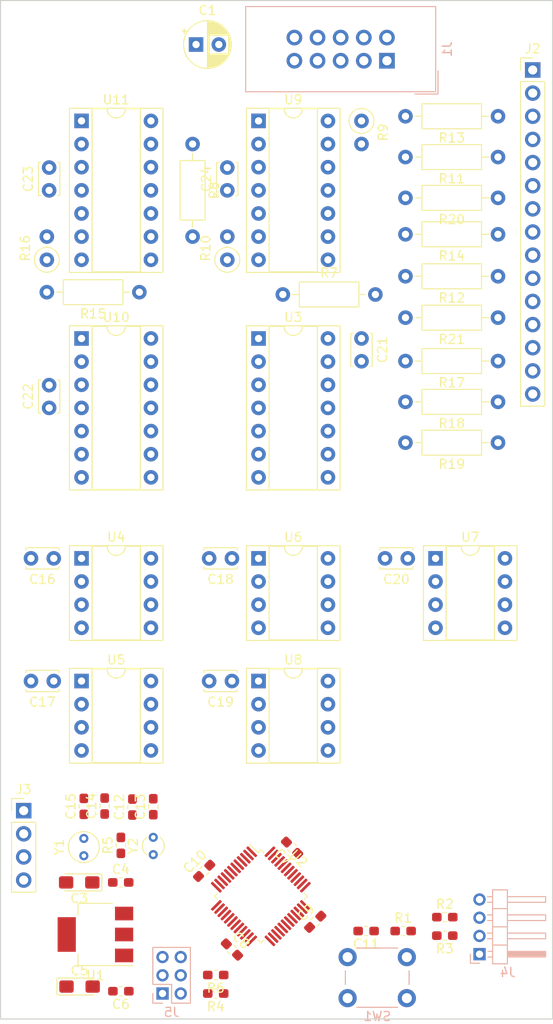
<source format=kicad_pcb>
(kicad_pcb (version 20171130) (host pcbnew 5.1.5-52549c5~86~ubuntu19.04.1)

  (general
    (thickness 1.6)
    (drawings 4)
    (tracks 0)
    (zones 0)
    (modules 67)
    (nets 69)
  )

  (page A4)
  (layers
    (0 F.Cu signal)
    (31 B.Cu signal)
    (32 B.Adhes user)
    (33 F.Adhes user)
    (34 B.Paste user)
    (35 F.Paste user)
    (36 B.SilkS user)
    (37 F.SilkS user)
    (38 B.Mask user)
    (39 F.Mask user)
    (40 Dwgs.User user)
    (41 Cmts.User user)
    (42 Eco1.User user)
    (43 Eco2.User user)
    (44 Edge.Cuts user)
    (45 Margin user)
    (46 B.CrtYd user)
    (47 F.CrtYd user)
    (48 B.Fab user)
    (49 F.Fab user)
  )

  (setup
    (last_trace_width 0.25)
    (user_trace_width 0.381)
    (trace_clearance 0.2)
    (zone_clearance 0.508)
    (zone_45_only no)
    (trace_min 0.2)
    (via_size 0.8)
    (via_drill 0.4)
    (via_min_size 0.4)
    (via_min_drill 0.3)
    (uvia_size 0.3)
    (uvia_drill 0.1)
    (uvias_allowed no)
    (uvia_min_size 0.2)
    (uvia_min_drill 0.1)
    (edge_width 0.05)
    (segment_width 0.2)
    (pcb_text_width 0.3)
    (pcb_text_size 1.5 1.5)
    (mod_edge_width 0.12)
    (mod_text_size 1 1)
    (mod_text_width 0.15)
    (pad_size 1.524 1.524)
    (pad_drill 0.762)
    (pad_to_mask_clearance 0.051)
    (solder_mask_min_width 0.25)
    (aux_axis_origin 0 0)
    (visible_elements FFFFFF7F)
    (pcbplotparams
      (layerselection 0x010fc_ffffffff)
      (usegerberextensions false)
      (usegerberattributes false)
      (usegerberadvancedattributes false)
      (creategerberjobfile false)
      (excludeedgelayer true)
      (linewidth 0.100000)
      (plotframeref false)
      (viasonmask false)
      (mode 1)
      (useauxorigin false)
      (hpglpennumber 1)
      (hpglpenspeed 20)
      (hpglpendiameter 15.000000)
      (psnegative false)
      (psa4output false)
      (plotreference true)
      (plotvalue true)
      (plotinvisibletext false)
      (padsonsilk false)
      (subtractmaskfromsilk false)
      (outputformat 1)
      (mirror false)
      (drillshape 1)
      (scaleselection 1)
      (outputdirectory ""))
  )

  (net 0 "")
  (net 1 +5V)
  (net 2 GND)
  (net 3 +3V3)
  (net 4 +15V)
  (net 5 -15V)
  (net 6 "/STM32 Board/RESET")
  (net 7 "/STM32 Board/PC14")
  (net 8 "/STM32 Board/PC15")
  (net 9 "/STM32 Board/OSCIN")
  (net 10 "/STM32 Board/OSCOUT")
  (net 11 "/STM32 Board/SWDCLK")
  (net 12 "/STM32 Board/SWDIO")
  (net 13 "Net-(J5-Pad5)")
  (net 14 "Net-(J5-Pad2)")
  (net 15 "/STM32 Board/BOOT0")
  (net 16 "/STM32 Board/BOOT1")
  (net 17 "Net-(R11-Pad2)")
  (net 18 "Net-(R12-Pad2)")
  (net 19 "Net-(R17-Pad2)")
  (net 20 SIG_TRIGGER_1)
  (net 21 MOSI)
  (net 22 SCK)
  (net 23 CS_5)
  (net 24 CS_4)
  (net 25 CS_3)
  (net 26 CS_2)
  (net 27 CS_1)
  (net 28 OUT_CLOCK)
  (net 29 OUT_TRIGGER_3)
  (net 30 OUT_TRIGGER_2)
  (net 31 OUT_TRIGGER_1)
  (net 32 PITCH_BEND_3)
  (net 33 PITCH_BEND_2)
  (net 34 PITCH_BEND_1)
  (net 35 Velocity_3)
  (net 36 Velocity_2)
  (net 37 Velocity_1)
  (net 38 Note_3)
  (net 39 Note_2)
  (net 40 Note_1)
  (net 41 PA11)
  (net 42 PA12)
  (net 43 LED_CONNECT)
  (net 44 LED_ACTIVITY)
  (net 45 "Net-(R7-Pad2)")
  (net 46 "Net-(R10-Pad2)")
  (net 47 "Net-(R10-Pad1)")
  (net 48 "Net-(R14-Pad2)")
  (net 49 "Net-(R15-Pad2)")
  (net 50 "Net-(R16-Pad1)")
  (net 51 "Net-(R18-Pad2)")
  (net 52 "Net-(R19-Pad2)")
  (net 53 "Net-(R21-Pad2)")
  (net 54 SIG_TRIGGER_2)
  (net 55 SIG_TRIGGER_3)
  (net 56 SIG_CLOCK)
  (net 57 "/Analog Circuit/SIG_VELOCITY_1")
  (net 58 "/Analog Circuit/SIG_NOTE_1")
  (net 59 "/Analog Circuit/SIG_VELOCITY_2")
  (net 60 "/Analog Circuit/SIG_NOTE_2")
  (net 61 "/Analog Circuit/SIG_VELOCITY_3")
  (net 62 "/Analog Circuit/SIG_NOTE_3")
  (net 63 "/Analog Circuit/SIG_PITCH_BEND_2")
  (net 64 "/Analog Circuit/SIG_PITCH_BEND_1")
  (net 65 "/Analog Circuit/SIG_PITCH_BEND_3")
  (net 66 "Net-(U11-Pad13)")
  (net 67 "Net-(U11-Pad1)")
  (net 68 "Net-(U11-Pad8)")

  (net_class Default "This is the default net class."
    (clearance 0.2)
    (trace_width 0.25)
    (via_dia 0.8)
    (via_drill 0.4)
    (uvia_dia 0.3)
    (uvia_drill 0.1)
    (add_net +15V)
    (add_net +3V3)
    (add_net +5V)
    (add_net -15V)
    (add_net "/Analog Circuit/SIG_NOTE_1")
    (add_net "/Analog Circuit/SIG_NOTE_2")
    (add_net "/Analog Circuit/SIG_NOTE_3")
    (add_net "/Analog Circuit/SIG_PITCH_BEND_1")
    (add_net "/Analog Circuit/SIG_PITCH_BEND_2")
    (add_net "/Analog Circuit/SIG_PITCH_BEND_3")
    (add_net "/Analog Circuit/SIG_VELOCITY_1")
    (add_net "/Analog Circuit/SIG_VELOCITY_2")
    (add_net "/Analog Circuit/SIG_VELOCITY_3")
    (add_net "/STM32 Board/BOOT0")
    (add_net "/STM32 Board/BOOT1")
    (add_net "/STM32 Board/OSCIN")
    (add_net "/STM32 Board/OSCOUT")
    (add_net "/STM32 Board/PC14")
    (add_net "/STM32 Board/PC15")
    (add_net "/STM32 Board/RESET")
    (add_net "/STM32 Board/SWDCLK")
    (add_net "/STM32 Board/SWDIO")
    (add_net CS_1)
    (add_net CS_2)
    (add_net CS_3)
    (add_net CS_4)
    (add_net CS_5)
    (add_net GND)
    (add_net LED_ACTIVITY)
    (add_net LED_CONNECT)
    (add_net MOSI)
    (add_net "Net-(J5-Pad2)")
    (add_net "Net-(J5-Pad5)")
    (add_net "Net-(R10-Pad1)")
    (add_net "Net-(R10-Pad2)")
    (add_net "Net-(R11-Pad2)")
    (add_net "Net-(R12-Pad2)")
    (add_net "Net-(R14-Pad2)")
    (add_net "Net-(R15-Pad2)")
    (add_net "Net-(R16-Pad1)")
    (add_net "Net-(R17-Pad2)")
    (add_net "Net-(R18-Pad2)")
    (add_net "Net-(R19-Pad2)")
    (add_net "Net-(R21-Pad2)")
    (add_net "Net-(R7-Pad2)")
    (add_net "Net-(U11-Pad1)")
    (add_net "Net-(U11-Pad13)")
    (add_net "Net-(U11-Pad8)")
    (add_net "Net-(U2-Pad1)")
    (add_net "Net-(U2-Pad16)")
    (add_net "Net-(U2-Pad18)")
    (add_net "Net-(U2-Pad19)")
    (add_net "Net-(U2-Pad2)")
    (add_net "Net-(U2-Pad25)")
    (add_net "Net-(U2-Pad26)")
    (add_net "Net-(U2-Pad27)")
    (add_net "Net-(U2-Pad28)")
    (add_net "Net-(U2-Pad29)")
    (add_net "Net-(U2-Pad30)")
    (add_net "Net-(U2-Pad31)")
    (add_net "Net-(U2-Pad38)")
    (add_net "Net-(U2-Pad39)")
    (add_net "Net-(U2-Pad45)")
    (add_net "Net-(U2-Pad46)")
    (add_net "Net-(U3-Pad10)")
    (add_net "Net-(U3-Pad12)")
    (add_net "Net-(U8-Pad6)")
    (add_net Note_1)
    (add_net Note_2)
    (add_net Note_3)
    (add_net OUT_CLOCK)
    (add_net OUT_TRIGGER_1)
    (add_net OUT_TRIGGER_2)
    (add_net OUT_TRIGGER_3)
    (add_net PA11)
    (add_net PA12)
    (add_net PITCH_BEND_1)
    (add_net PITCH_BEND_2)
    (add_net PITCH_BEND_3)
    (add_net SCK)
    (add_net SIG_CLOCK)
    (add_net SIG_TRIGGER_1)
    (add_net SIG_TRIGGER_2)
    (add_net SIG_TRIGGER_3)
    (add_net Velocity_1)
    (add_net Velocity_2)
    (add_net Velocity_3)
  )

  (module Resistor_THT:R_Axial_DIN0207_L6.3mm_D2.5mm_P2.54mm_Vertical (layer F.Cu) (tedit 5AE5139B) (tstamp 5E9F9E4E)
    (at 55.88 79.248 90)
    (descr "Resistor, Axial_DIN0207 series, Axial, Vertical, pin pitch=2.54mm, 0.25W = 1/4W, length*diameter=6.3*2.5mm^2, http://cdn-reichelt.de/documents/datenblatt/B400/1_4W%23YAG.pdf")
    (tags "Resistor Axial_DIN0207 series Axial Vertical pin pitch 2.54mm 0.25W = 1/4W length 6.3mm diameter 2.5mm")
    (path /5EAB1F13/5EABBDDB)
    (fp_text reference R16 (at 1.27 -2.37 90) (layer F.SilkS)
      (effects (font (size 1 1) (thickness 0.15)))
    )
    (fp_text value 17k (at 1.27 2.37 90) (layer F.Fab)
      (effects (font (size 1 1) (thickness 0.15)))
    )
    (fp_text user %R (at 1.27 -2.37 90) (layer F.Fab)
      (effects (font (size 1 1) (thickness 0.15)))
    )
    (fp_line (start 3.59 -1.5) (end -1.5 -1.5) (layer F.CrtYd) (width 0.05))
    (fp_line (start 3.59 1.5) (end 3.59 -1.5) (layer F.CrtYd) (width 0.05))
    (fp_line (start -1.5 1.5) (end 3.59 1.5) (layer F.CrtYd) (width 0.05))
    (fp_line (start -1.5 -1.5) (end -1.5 1.5) (layer F.CrtYd) (width 0.05))
    (fp_line (start 1.37 0) (end 1.44 0) (layer F.SilkS) (width 0.12))
    (fp_line (start 0 0) (end 2.54 0) (layer F.Fab) (width 0.1))
    (fp_circle (center 0 0) (end 1.37 0) (layer F.SilkS) (width 0.12))
    (fp_circle (center 0 0) (end 1.25 0) (layer F.Fab) (width 0.1))
    (pad 2 thru_hole oval (at 2.54 0 90) (size 1.6 1.6) (drill 0.8) (layers *.Cu *.Mask)
      (net 49 "Net-(R15-Pad2)"))
    (pad 1 thru_hole circle (at 0 0 90) (size 1.6 1.6) (drill 0.8) (layers *.Cu *.Mask)
      (net 50 "Net-(R16-Pad1)"))
    (model ${KISYS3DMOD}/Resistor_THT.3dshapes/R_Axial_DIN0207_L6.3mm_D2.5mm_P2.54mm_Vertical.wrl
      (at (xyz 0 0 0))
      (scale (xyz 1 1 1))
      (rotate (xyz 0 0 0))
    )
  )

  (module Resistor_THT:R_Axial_DIN0207_L6.3mm_D2.5mm_P2.54mm_Vertical (layer F.Cu) (tedit 5AE5139B) (tstamp 5E9F9E2C)
    (at 75.692 79.248 90)
    (descr "Resistor, Axial_DIN0207 series, Axial, Vertical, pin pitch=2.54mm, 0.25W = 1/4W, length*diameter=6.3*2.5mm^2, http://cdn-reichelt.de/documents/datenblatt/B400/1_4W%23YAG.pdf")
    (tags "Resistor Axial_DIN0207 series Axial Vertical pin pitch 2.54mm 0.25W = 1/4W length 6.3mm diameter 2.5mm")
    (path /5EAB1F13/5EABBD14)
    (fp_text reference R10 (at 1.27 -2.37 90) (layer F.SilkS)
      (effects (font (size 1 1) (thickness 0.15)))
    )
    (fp_text value 17k (at 1.27 2.37 90) (layer F.Fab)
      (effects (font (size 1 1) (thickness 0.15)))
    )
    (fp_text user %R (at 1.27 -2.37 90) (layer F.Fab)
      (effects (font (size 1 1) (thickness 0.15)))
    )
    (fp_line (start 3.59 -1.5) (end -1.5 -1.5) (layer F.CrtYd) (width 0.05))
    (fp_line (start 3.59 1.5) (end 3.59 -1.5) (layer F.CrtYd) (width 0.05))
    (fp_line (start -1.5 1.5) (end 3.59 1.5) (layer F.CrtYd) (width 0.05))
    (fp_line (start -1.5 -1.5) (end -1.5 1.5) (layer F.CrtYd) (width 0.05))
    (fp_line (start 1.37 0) (end 1.44 0) (layer F.SilkS) (width 0.12))
    (fp_line (start 0 0) (end 2.54 0) (layer F.Fab) (width 0.1))
    (fp_circle (center 0 0) (end 1.37 0) (layer F.SilkS) (width 0.12))
    (fp_circle (center 0 0) (end 1.25 0) (layer F.Fab) (width 0.1))
    (pad 2 thru_hole oval (at 2.54 0 90) (size 1.6 1.6) (drill 0.8) (layers *.Cu *.Mask)
      (net 46 "Net-(R10-Pad2)"))
    (pad 1 thru_hole circle (at 0 0 90) (size 1.6 1.6) (drill 0.8) (layers *.Cu *.Mask)
      (net 47 "Net-(R10-Pad1)"))
    (model ${KISYS3DMOD}/Resistor_THT.3dshapes/R_Axial_DIN0207_L6.3mm_D2.5mm_P2.54mm_Vertical.wrl
      (at (xyz 0 0 0))
      (scale (xyz 1 1 1))
      (rotate (xyz 0 0 0))
    )
  )

  (module Resistor_THT:R_Axial_DIN0207_L6.3mm_D2.5mm_P2.54mm_Vertical (layer F.Cu) (tedit 5AE5139B) (tstamp 5E9F9E1B)
    (at 90.424 64.008 270)
    (descr "Resistor, Axial_DIN0207 series, Axial, Vertical, pin pitch=2.54mm, 0.25W = 1/4W, length*diameter=6.3*2.5mm^2, http://cdn-reichelt.de/documents/datenblatt/B400/1_4W%23YAG.pdf")
    (tags "Resistor Axial_DIN0207 series Axial Vertical pin pitch 2.54mm 0.25W = 1/4W length 6.3mm diameter 2.5mm")
    (path /5EAB1F13/5EABBDB4)
    (fp_text reference R9 (at 1.27 -2.37 90) (layer F.SilkS)
      (effects (font (size 1 1) (thickness 0.15)))
    )
    (fp_text value 17k (at 1.27 2.37 90) (layer F.Fab)
      (effects (font (size 1 1) (thickness 0.15)))
    )
    (fp_text user %R (at 1.27 -2.37 90) (layer F.Fab)
      (effects (font (size 1 1) (thickness 0.15)))
    )
    (fp_line (start 3.59 -1.5) (end -1.5 -1.5) (layer F.CrtYd) (width 0.05))
    (fp_line (start 3.59 1.5) (end 3.59 -1.5) (layer F.CrtYd) (width 0.05))
    (fp_line (start -1.5 1.5) (end 3.59 1.5) (layer F.CrtYd) (width 0.05))
    (fp_line (start -1.5 -1.5) (end -1.5 1.5) (layer F.CrtYd) (width 0.05))
    (fp_line (start 1.37 0) (end 1.44 0) (layer F.SilkS) (width 0.12))
    (fp_line (start 0 0) (end 2.54 0) (layer F.Fab) (width 0.1))
    (fp_circle (center 0 0) (end 1.37 0) (layer F.SilkS) (width 0.12))
    (fp_circle (center 0 0) (end 1.25 0) (layer F.Fab) (width 0.1))
    (pad 2 thru_hole oval (at 2.54 0 270) (size 1.6 1.6) (drill 0.8) (layers *.Cu *.Mask)
      (net 45 "Net-(R7-Pad2)"))
    (pad 1 thru_hole circle (at 0 0 270) (size 1.6 1.6) (drill 0.8) (layers *.Cu *.Mask)
      (net 17 "Net-(R11-Pad2)"))
    (model ${KISYS3DMOD}/Resistor_THT.3dshapes/R_Axial_DIN0207_L6.3mm_D2.5mm_P2.54mm_Vertical.wrl
      (at (xyz 0 0 0))
      (scale (xyz 1 1 1))
      (rotate (xyz 0 0 0))
    )
  )

  (module Package_QFP:LQFP-48_7x7mm_P0.5mm (layer F.Cu) (tedit 5D9F72AF) (tstamp 5E9F9EE9)
    (at 79.375 149.098 315)
    (descr "LQFP, 48 Pin (https://www.analog.com/media/en/technical-documentation/data-sheets/ltc2358-16.pdf), generated with kicad-footprint-generator ipc_gullwing_generator.py")
    (tags "LQFP QFP")
    (path /5E9FE2D3/5EA33926)
    (attr smd)
    (fp_text reference U2 (at 0 -5.85 135) (layer F.SilkS)
      (effects (font (size 1 1) (thickness 0.15)))
    )
    (fp_text value STM32F103C8Tx (at 0 5.85 135) (layer F.Fab)
      (effects (font (size 1 1) (thickness 0.15)))
    )
    (fp_line (start 3.16 3.61) (end 3.61 3.61) (layer F.SilkS) (width 0.12))
    (fp_line (start 3.61 3.61) (end 3.61 3.16) (layer F.SilkS) (width 0.12))
    (fp_line (start -3.16 3.61) (end -3.61 3.61) (layer F.SilkS) (width 0.12))
    (fp_line (start -3.61 3.61) (end -3.61 3.16) (layer F.SilkS) (width 0.12))
    (fp_line (start 3.16 -3.61) (end 3.61 -3.61) (layer F.SilkS) (width 0.12))
    (fp_line (start 3.61 -3.61) (end 3.61 -3.16) (layer F.SilkS) (width 0.12))
    (fp_line (start -3.16 -3.61) (end -3.61 -3.61) (layer F.SilkS) (width 0.12))
    (fp_line (start -3.61 -3.61) (end -3.61 -3.16) (layer F.SilkS) (width 0.12))
    (fp_line (start -3.61 -3.16) (end -4.9 -3.16) (layer F.SilkS) (width 0.12))
    (fp_line (start -2.5 -3.5) (end 3.5 -3.5) (layer F.Fab) (width 0.1))
    (fp_line (start 3.5 -3.5) (end 3.5 3.5) (layer F.Fab) (width 0.1))
    (fp_line (start 3.5 3.5) (end -3.5 3.5) (layer F.Fab) (width 0.1))
    (fp_line (start -3.5 3.5) (end -3.5 -2.5) (layer F.Fab) (width 0.1))
    (fp_line (start -3.5 -2.5) (end -2.5 -3.5) (layer F.Fab) (width 0.1))
    (fp_line (start 0 -5.15) (end -3.15 -5.15) (layer F.CrtYd) (width 0.05))
    (fp_line (start -3.15 -5.15) (end -3.15 -3.75) (layer F.CrtYd) (width 0.05))
    (fp_line (start -3.15 -3.75) (end -3.75 -3.75) (layer F.CrtYd) (width 0.05))
    (fp_line (start -3.75 -3.75) (end -3.75 -3.15) (layer F.CrtYd) (width 0.05))
    (fp_line (start -3.75 -3.15) (end -5.15 -3.15) (layer F.CrtYd) (width 0.05))
    (fp_line (start -5.15 -3.15) (end -5.15 0) (layer F.CrtYd) (width 0.05))
    (fp_line (start 0 -5.15) (end 3.15 -5.15) (layer F.CrtYd) (width 0.05))
    (fp_line (start 3.15 -5.15) (end 3.15 -3.75) (layer F.CrtYd) (width 0.05))
    (fp_line (start 3.15 -3.75) (end 3.75 -3.75) (layer F.CrtYd) (width 0.05))
    (fp_line (start 3.75 -3.75) (end 3.75 -3.15) (layer F.CrtYd) (width 0.05))
    (fp_line (start 3.75 -3.15) (end 5.15 -3.15) (layer F.CrtYd) (width 0.05))
    (fp_line (start 5.15 -3.15) (end 5.15 0) (layer F.CrtYd) (width 0.05))
    (fp_line (start 0 5.15) (end -3.15 5.15) (layer F.CrtYd) (width 0.05))
    (fp_line (start -3.15 5.15) (end -3.15 3.75) (layer F.CrtYd) (width 0.05))
    (fp_line (start -3.15 3.75) (end -3.75 3.75) (layer F.CrtYd) (width 0.05))
    (fp_line (start -3.75 3.75) (end -3.75 3.15) (layer F.CrtYd) (width 0.05))
    (fp_line (start -3.75 3.15) (end -5.15 3.15) (layer F.CrtYd) (width 0.05))
    (fp_line (start -5.15 3.15) (end -5.15 0) (layer F.CrtYd) (width 0.05))
    (fp_line (start 0 5.15) (end 3.15 5.15) (layer F.CrtYd) (width 0.05))
    (fp_line (start 3.15 5.15) (end 3.15 3.75) (layer F.CrtYd) (width 0.05))
    (fp_line (start 3.15 3.75) (end 3.75 3.75) (layer F.CrtYd) (width 0.05))
    (fp_line (start 3.75 3.75) (end 3.75 3.15) (layer F.CrtYd) (width 0.05))
    (fp_line (start 3.75 3.15) (end 5.15 3.15) (layer F.CrtYd) (width 0.05))
    (fp_line (start 5.15 3.15) (end 5.15 0) (layer F.CrtYd) (width 0.05))
    (fp_text user %R (at 0 0 135) (layer F.Fab)
      (effects (font (size 1 1) (thickness 0.15)))
    )
    (pad 1 smd roundrect (at -4.1625 -2.75 315) (size 1.475 0.3) (layers F.Cu F.Paste F.Mask) (roundrect_rratio 0.25))
    (pad 2 smd roundrect (at -4.1625 -2.25 315) (size 1.475 0.3) (layers F.Cu F.Paste F.Mask) (roundrect_rratio 0.25))
    (pad 3 smd roundrect (at -4.1625 -1.75 315) (size 1.475 0.3) (layers F.Cu F.Paste F.Mask) (roundrect_rratio 0.25)
      (net 7 "/STM32 Board/PC14"))
    (pad 4 smd roundrect (at -4.1625 -1.25 315) (size 1.475 0.3) (layers F.Cu F.Paste F.Mask) (roundrect_rratio 0.25)
      (net 8 "/STM32 Board/PC15"))
    (pad 5 smd roundrect (at -4.1625 -0.75 315) (size 1.475 0.3) (layers F.Cu F.Paste F.Mask) (roundrect_rratio 0.25)
      (net 9 "/STM32 Board/OSCIN"))
    (pad 6 smd roundrect (at -4.1625 -0.25 315) (size 1.475 0.3) (layers F.Cu F.Paste F.Mask) (roundrect_rratio 0.25)
      (net 10 "/STM32 Board/OSCOUT"))
    (pad 7 smd roundrect (at -4.1625 0.25 315) (size 1.475 0.3) (layers F.Cu F.Paste F.Mask) (roundrect_rratio 0.25)
      (net 6 "/STM32 Board/RESET"))
    (pad 8 smd roundrect (at -4.1625 0.75 315) (size 1.475 0.3) (layers F.Cu F.Paste F.Mask) (roundrect_rratio 0.25)
      (net 2 GND))
    (pad 9 smd roundrect (at -4.1625 1.25 315) (size 1.475 0.3) (layers F.Cu F.Paste F.Mask) (roundrect_rratio 0.25)
      (net 3 +3V3))
    (pad 10 smd roundrect (at -4.1625 1.75 315) (size 1.475 0.3) (layers F.Cu F.Paste F.Mask) (roundrect_rratio 0.25)
      (net 27 CS_1))
    (pad 11 smd roundrect (at -4.1625 2.25 315) (size 1.475 0.3) (layers F.Cu F.Paste F.Mask) (roundrect_rratio 0.25)
      (net 26 CS_2))
    (pad 12 smd roundrect (at -4.1625 2.75 315) (size 1.475 0.3) (layers F.Cu F.Paste F.Mask) (roundrect_rratio 0.25)
      (net 25 CS_3))
    (pad 13 smd roundrect (at -2.75 4.1625 315) (size 0.3 1.475) (layers F.Cu F.Paste F.Mask) (roundrect_rratio 0.25)
      (net 24 CS_4))
    (pad 14 smd roundrect (at -2.25 4.1625 315) (size 0.3 1.475) (layers F.Cu F.Paste F.Mask) (roundrect_rratio 0.25)
      (net 23 CS_5))
    (pad 15 smd roundrect (at -1.75 4.1625 315) (size 0.3 1.475) (layers F.Cu F.Paste F.Mask) (roundrect_rratio 0.25)
      (net 22 SCK))
    (pad 16 smd roundrect (at -1.25 4.1625 315) (size 0.3 1.475) (layers F.Cu F.Paste F.Mask) (roundrect_rratio 0.25))
    (pad 17 smd roundrect (at -0.75 4.1625 315) (size 0.3 1.475) (layers F.Cu F.Paste F.Mask) (roundrect_rratio 0.25)
      (net 21 MOSI))
    (pad 18 smd roundrect (at -0.25 4.1625 315) (size 0.3 1.475) (layers F.Cu F.Paste F.Mask) (roundrect_rratio 0.25))
    (pad 19 smd roundrect (at 0.25 4.1625 315) (size 0.3 1.475) (layers F.Cu F.Paste F.Mask) (roundrect_rratio 0.25))
    (pad 20 smd roundrect (at 0.75 4.1625 315) (size 0.3 1.475) (layers F.Cu F.Paste F.Mask) (roundrect_rratio 0.25)
      (net 16 "/STM32 Board/BOOT1"))
    (pad 21 smd roundrect (at 1.25 4.1625 315) (size 0.3 1.475) (layers F.Cu F.Paste F.Mask) (roundrect_rratio 0.25)
      (net 44 LED_ACTIVITY))
    (pad 22 smd roundrect (at 1.75 4.1625 315) (size 0.3 1.475) (layers F.Cu F.Paste F.Mask) (roundrect_rratio 0.25)
      (net 43 LED_CONNECT))
    (pad 23 smd roundrect (at 2.25 4.1625 315) (size 0.3 1.475) (layers F.Cu F.Paste F.Mask) (roundrect_rratio 0.25)
      (net 2 GND))
    (pad 24 smd roundrect (at 2.75 4.1625 315) (size 0.3 1.475) (layers F.Cu F.Paste F.Mask) (roundrect_rratio 0.25)
      (net 3 +3V3))
    (pad 25 smd roundrect (at 4.1625 2.75 315) (size 1.475 0.3) (layers F.Cu F.Paste F.Mask) (roundrect_rratio 0.25))
    (pad 26 smd roundrect (at 4.1625 2.25 315) (size 1.475 0.3) (layers F.Cu F.Paste F.Mask) (roundrect_rratio 0.25))
    (pad 27 smd roundrect (at 4.1625 1.75 315) (size 1.475 0.3) (layers F.Cu F.Paste F.Mask) (roundrect_rratio 0.25))
    (pad 28 smd roundrect (at 4.1625 1.25 315) (size 1.475 0.3) (layers F.Cu F.Paste F.Mask) (roundrect_rratio 0.25))
    (pad 29 smd roundrect (at 4.1625 0.75 315) (size 1.475 0.3) (layers F.Cu F.Paste F.Mask) (roundrect_rratio 0.25))
    (pad 30 smd roundrect (at 4.1625 0.25 315) (size 1.475 0.3) (layers F.Cu F.Paste F.Mask) (roundrect_rratio 0.25))
    (pad 31 smd roundrect (at 4.1625 -0.25 315) (size 1.475 0.3) (layers F.Cu F.Paste F.Mask) (roundrect_rratio 0.25))
    (pad 32 smd roundrect (at 4.1625 -0.75 315) (size 1.475 0.3) (layers F.Cu F.Paste F.Mask) (roundrect_rratio 0.25)
      (net 41 PA11))
    (pad 33 smd roundrect (at 4.1625 -1.25 315) (size 1.475 0.3) (layers F.Cu F.Paste F.Mask) (roundrect_rratio 0.25)
      (net 42 PA12))
    (pad 34 smd roundrect (at 4.1625 -1.75 315) (size 1.475 0.3) (layers F.Cu F.Paste F.Mask) (roundrect_rratio 0.25)
      (net 12 "/STM32 Board/SWDIO"))
    (pad 35 smd roundrect (at 4.1625 -2.25 315) (size 1.475 0.3) (layers F.Cu F.Paste F.Mask) (roundrect_rratio 0.25)
      (net 2 GND))
    (pad 36 smd roundrect (at 4.1625 -2.75 315) (size 1.475 0.3) (layers F.Cu F.Paste F.Mask) (roundrect_rratio 0.25)
      (net 3 +3V3))
    (pad 37 smd roundrect (at 2.75 -4.1625 315) (size 0.3 1.475) (layers F.Cu F.Paste F.Mask) (roundrect_rratio 0.25)
      (net 11 "/STM32 Board/SWDCLK"))
    (pad 38 smd roundrect (at 2.25 -4.1625 315) (size 0.3 1.475) (layers F.Cu F.Paste F.Mask) (roundrect_rratio 0.25))
    (pad 39 smd roundrect (at 1.75 -4.1625 315) (size 0.3 1.475) (layers F.Cu F.Paste F.Mask) (roundrect_rratio 0.25))
    (pad 40 smd roundrect (at 1.25 -4.1625 315) (size 0.3 1.475) (layers F.Cu F.Paste F.Mask) (roundrect_rratio 0.25)
      (net 20 SIG_TRIGGER_1))
    (pad 41 smd roundrect (at 0.75 -4.1625 315) (size 0.3 1.475) (layers F.Cu F.Paste F.Mask) (roundrect_rratio 0.25)
      (net 54 SIG_TRIGGER_2))
    (pad 42 smd roundrect (at 0.25 -4.1625 315) (size 0.3 1.475) (layers F.Cu F.Paste F.Mask) (roundrect_rratio 0.25)
      (net 55 SIG_TRIGGER_3))
    (pad 43 smd roundrect (at -0.25 -4.1625 315) (size 0.3 1.475) (layers F.Cu F.Paste F.Mask) (roundrect_rratio 0.25)
      (net 56 SIG_CLOCK))
    (pad 44 smd roundrect (at -0.75 -4.1625 315) (size 0.3 1.475) (layers F.Cu F.Paste F.Mask) (roundrect_rratio 0.25)
      (net 15 "/STM32 Board/BOOT0"))
    (pad 45 smd roundrect (at -1.25 -4.1625 315) (size 0.3 1.475) (layers F.Cu F.Paste F.Mask) (roundrect_rratio 0.25))
    (pad 46 smd roundrect (at -1.75 -4.1625 315) (size 0.3 1.475) (layers F.Cu F.Paste F.Mask) (roundrect_rratio 0.25))
    (pad 47 smd roundrect (at -2.25 -4.1625 315) (size 0.3 1.475) (layers F.Cu F.Paste F.Mask) (roundrect_rratio 0.25)
      (net 2 GND))
    (pad 48 smd roundrect (at -2.75 -4.1625 315) (size 0.3 1.475) (layers F.Cu F.Paste F.Mask) (roundrect_rratio 0.25)
      (net 3 +3V3))
    (model ${KISYS3DMOD}/Package_QFP.3dshapes/LQFP-48_7x7mm_P0.5mm.wrl
      (at (xyz 0 0 0))
      (scale (xyz 1 1 1))
      (rotate (xyz 0 0 0))
    )
  )

  (module Crystal:Crystal_Round_D2.0mm_Vertical (layer F.Cu) (tedit 5A0FD1B2) (tstamp 5E9FA027)
    (at 67.564 144.526 90)
    (descr "Crystal THT DS26 6.0mm length 2.0mm diameter http://www.microcrystal.com/images/_Product-Documentation/03_TF_metal_Packages/01_Datasheet/DS-Series.pdf")
    (tags ['DS26'])
    (path /5E9FE2D3/5EA338CD)
    (fp_text reference Y2 (at 0.95 -2.2 90) (layer F.SilkS)
      (effects (font (size 1 1) (thickness 0.15)))
    )
    (fp_text value 32.768K (at 0.95 2.2 90) (layer F.Fab)
      (effects (font (size 1 1) (thickness 0.15)))
    )
    (fp_arc (start 0.95 0) (end 0 0.733144) (angle -104.7) (layer F.SilkS) (width 0.12))
    (fp_arc (start 0.95 0) (end 0 -0.733144) (angle 104.7) (layer F.SilkS) (width 0.12))
    (fp_circle (center 0.95 0) (end 2.65 0) (layer F.CrtYd) (width 0.05))
    (fp_circle (center 0.95 0) (end 1.95 0) (layer F.Fab) (width 0.1))
    (fp_text user %R (at 0.95 0 90) (layer F.Fab)
      (effects (font (size 0.7 0.7) (thickness 0.105)))
    )
    (pad 2 thru_hole circle (at 1.9 0 90) (size 1 1) (drill 0.5) (layers *.Cu *.Mask)
      (net 8 "/STM32 Board/PC15"))
    (pad 1 thru_hole circle (at 0 0 90) (size 1 1) (drill 0.5) (layers *.Cu *.Mask)
      (net 7 "/STM32 Board/PC14"))
    (model ${KISYS3DMOD}/Crystal.3dshapes/Crystal_Round_D2.0mm_Vertical.wrl
      (at (xyz 0 0 0))
      (scale (xyz 1 1 1))
      (rotate (xyz 0 0 0))
    )
  )

  (module Crystal:Crystal_Round_D3.0mm_Vertical (layer F.Cu) (tedit 5A0FD1B2) (tstamp 5E9FA00C)
    (at 59.944 144.648 90)
    (descr "Crystal THT C38-LF 8.0mm length 3.0mm diameter")
    (tags ['C38-LF'])
    (path /5E9FE2D3/5EA338F5)
    (fp_text reference Y1 (at 0.95 -2.7 90) (layer F.SilkS)
      (effects (font (size 1 1) (thickness 0.15)))
    )
    (fp_text value 8MHz (at 0.95 2.7 90) (layer F.Fab)
      (effects (font (size 1 1) (thickness 0.15)))
    )
    (fp_arc (start 0.95 0) (end -0.75 0) (angle -180) (layer F.SilkS) (width 0.12))
    (fp_arc (start 0.95 0) (end -0.75 0) (angle 180) (layer F.SilkS) (width 0.12))
    (fp_circle (center 0.95 0) (end 2.9 0) (layer F.CrtYd) (width 0.05))
    (fp_circle (center 0.95 0) (end 2.45 0) (layer F.Fab) (width 0.1))
    (fp_text user %R (at 0.95 0 90) (layer F.Fab)
      (effects (font (size 0.7 0.7) (thickness 0.105)))
    )
    (pad 2 thru_hole circle (at 1.9 0 90) (size 1 1) (drill 0.5) (layers *.Cu *.Mask)
      (net 10 "/STM32 Board/OSCOUT"))
    (pad 1 thru_hole circle (at 0 0 90) (size 1 1) (drill 0.5) (layers *.Cu *.Mask)
      (net 9 "/STM32 Board/OSCIN"))
    (model ${KISYS3DMOD}/Crystal.3dshapes/Crystal_Round_D3.0mm_Vertical.wrl
      (at (xyz 0 0 0))
      (scale (xyz 1 1 1))
      (rotate (xyz 0 0 0))
    )
  )

  (module Package_DIP:DIP-14_W7.62mm_Socket (layer F.Cu) (tedit 5A02E8C5) (tstamp 5EA44034)
    (at 59.69 64.008)
    (descr "14-lead though-hole mounted DIP package, row spacing 7.62 mm (300 mils), Socket")
    (tags "THT DIP DIL PDIP 2.54mm 7.62mm 300mil Socket")
    (path /5EAB1F13/5EABBDD4)
    (fp_text reference U11 (at 3.81 -2.33) (layer F.SilkS)
      (effects (font (size 1 1) (thickness 0.15)))
    )
    (fp_text value LM324 (at 3.81 17.57) (layer F.Fab)
      (effects (font (size 1 1) (thickness 0.15)))
    )
    (fp_text user %R (at 3.81 7.62) (layer F.Fab)
      (effects (font (size 1 1) (thickness 0.15)))
    )
    (fp_line (start 9.15 -1.6) (end -1.55 -1.6) (layer F.CrtYd) (width 0.05))
    (fp_line (start 9.15 16.85) (end 9.15 -1.6) (layer F.CrtYd) (width 0.05))
    (fp_line (start -1.55 16.85) (end 9.15 16.85) (layer F.CrtYd) (width 0.05))
    (fp_line (start -1.55 -1.6) (end -1.55 16.85) (layer F.CrtYd) (width 0.05))
    (fp_line (start 8.95 -1.39) (end -1.33 -1.39) (layer F.SilkS) (width 0.12))
    (fp_line (start 8.95 16.63) (end 8.95 -1.39) (layer F.SilkS) (width 0.12))
    (fp_line (start -1.33 16.63) (end 8.95 16.63) (layer F.SilkS) (width 0.12))
    (fp_line (start -1.33 -1.39) (end -1.33 16.63) (layer F.SilkS) (width 0.12))
    (fp_line (start 6.46 -1.33) (end 4.81 -1.33) (layer F.SilkS) (width 0.12))
    (fp_line (start 6.46 16.57) (end 6.46 -1.33) (layer F.SilkS) (width 0.12))
    (fp_line (start 1.16 16.57) (end 6.46 16.57) (layer F.SilkS) (width 0.12))
    (fp_line (start 1.16 -1.33) (end 1.16 16.57) (layer F.SilkS) (width 0.12))
    (fp_line (start 2.81 -1.33) (end 1.16 -1.33) (layer F.SilkS) (width 0.12))
    (fp_line (start 8.89 -1.33) (end -1.27 -1.33) (layer F.Fab) (width 0.1))
    (fp_line (start 8.89 16.57) (end 8.89 -1.33) (layer F.Fab) (width 0.1))
    (fp_line (start -1.27 16.57) (end 8.89 16.57) (layer F.Fab) (width 0.1))
    (fp_line (start -1.27 -1.33) (end -1.27 16.57) (layer F.Fab) (width 0.1))
    (fp_line (start 0.635 -0.27) (end 1.635 -1.27) (layer F.Fab) (width 0.1))
    (fp_line (start 0.635 16.51) (end 0.635 -0.27) (layer F.Fab) (width 0.1))
    (fp_line (start 6.985 16.51) (end 0.635 16.51) (layer F.Fab) (width 0.1))
    (fp_line (start 6.985 -1.27) (end 6.985 16.51) (layer F.Fab) (width 0.1))
    (fp_line (start 1.635 -1.27) (end 6.985 -1.27) (layer F.Fab) (width 0.1))
    (fp_arc (start 3.81 -1.33) (end 2.81 -1.33) (angle -180) (layer F.SilkS) (width 0.12))
    (pad 14 thru_hole oval (at 7.62 0) (size 1.6 1.6) (drill 0.8) (layers *.Cu *.Mask)
      (net 66 "Net-(U11-Pad13)"))
    (pad 7 thru_hole oval (at 0 15.24) (size 1.6 1.6) (drill 0.8) (layers *.Cu *.Mask)
      (net 50 "Net-(R16-Pad1)"))
    (pad 13 thru_hole oval (at 7.62 2.54) (size 1.6 1.6) (drill 0.8) (layers *.Cu *.Mask)
      (net 66 "Net-(U11-Pad13)"))
    (pad 6 thru_hole oval (at 0 12.7) (size 1.6 1.6) (drill 0.8) (layers *.Cu *.Mask)
      (net 49 "Net-(R15-Pad2)"))
    (pad 12 thru_hole oval (at 7.62 5.08) (size 1.6 1.6) (drill 0.8) (layers *.Cu *.Mask)
      (net 2 GND))
    (pad 5 thru_hole oval (at 0 10.16) (size 1.6 1.6) (drill 0.8) (layers *.Cu *.Mask)
      (net 62 "/Analog Circuit/SIG_NOTE_3"))
    (pad 11 thru_hole oval (at 7.62 7.62) (size 1.6 1.6) (drill 0.8) (layers *.Cu *.Mask)
      (net 2 GND))
    (pad 4 thru_hole oval (at 0 7.62) (size 1.6 1.6) (drill 0.8) (layers *.Cu *.Mask)
      (net 4 +15V))
    (pad 10 thru_hole oval (at 7.62 10.16) (size 1.6 1.6) (drill 0.8) (layers *.Cu *.Mask)
      (net 2 GND))
    (pad 3 thru_hole oval (at 0 5.08) (size 1.6 1.6) (drill 0.8) (layers *.Cu *.Mask)
      (net 2 GND))
    (pad 9 thru_hole oval (at 7.62 12.7) (size 1.6 1.6) (drill 0.8) (layers *.Cu *.Mask)
      (net 68 "Net-(U11-Pad8)"))
    (pad 2 thru_hole oval (at 0 2.54) (size 1.6 1.6) (drill 0.8) (layers *.Cu *.Mask)
      (net 67 "Net-(U11-Pad1)"))
    (pad 8 thru_hole oval (at 7.62 15.24) (size 1.6 1.6) (drill 0.8) (layers *.Cu *.Mask)
      (net 68 "Net-(U11-Pad8)"))
    (pad 1 thru_hole rect (at 0 0) (size 1.6 1.6) (drill 0.8) (layers *.Cu *.Mask)
      (net 67 "Net-(U11-Pad1)"))
    (model ${KISYS3DMOD}/Package_DIP.3dshapes/DIP-14_W7.62mm_Socket.wrl
      (at (xyz 0 0 0))
      (scale (xyz 1 1 1))
      (rotate (xyz 0 0 0))
    )
  )

  (module Package_DIP:DIP-14_W7.62mm_Socket (layer F.Cu) (tedit 5A02E8C5) (tstamp 5EA43FB8)
    (at 79.121 64.008)
    (descr "14-lead though-hole mounted DIP package, row spacing 7.62 mm (300 mils), Socket")
    (tags "THT DIP DIL PDIP 2.54mm 7.62mm 300mil Socket")
    (path /5EAB1F13/5EABBD01)
    (fp_text reference U9 (at 3.81 -2.33) (layer F.SilkS)
      (effects (font (size 1 1) (thickness 0.15)))
    )
    (fp_text value LM324 (at 3.81 17.57) (layer F.Fab)
      (effects (font (size 1 1) (thickness 0.15)))
    )
    (fp_text user %R (at 3.81 7.62) (layer F.Fab)
      (effects (font (size 1 1) (thickness 0.15)))
    )
    (fp_line (start 9.15 -1.6) (end -1.55 -1.6) (layer F.CrtYd) (width 0.05))
    (fp_line (start 9.15 16.85) (end 9.15 -1.6) (layer F.CrtYd) (width 0.05))
    (fp_line (start -1.55 16.85) (end 9.15 16.85) (layer F.CrtYd) (width 0.05))
    (fp_line (start -1.55 -1.6) (end -1.55 16.85) (layer F.CrtYd) (width 0.05))
    (fp_line (start 8.95 -1.39) (end -1.33 -1.39) (layer F.SilkS) (width 0.12))
    (fp_line (start 8.95 16.63) (end 8.95 -1.39) (layer F.SilkS) (width 0.12))
    (fp_line (start -1.33 16.63) (end 8.95 16.63) (layer F.SilkS) (width 0.12))
    (fp_line (start -1.33 -1.39) (end -1.33 16.63) (layer F.SilkS) (width 0.12))
    (fp_line (start 6.46 -1.33) (end 4.81 -1.33) (layer F.SilkS) (width 0.12))
    (fp_line (start 6.46 16.57) (end 6.46 -1.33) (layer F.SilkS) (width 0.12))
    (fp_line (start 1.16 16.57) (end 6.46 16.57) (layer F.SilkS) (width 0.12))
    (fp_line (start 1.16 -1.33) (end 1.16 16.57) (layer F.SilkS) (width 0.12))
    (fp_line (start 2.81 -1.33) (end 1.16 -1.33) (layer F.SilkS) (width 0.12))
    (fp_line (start 8.89 -1.33) (end -1.27 -1.33) (layer F.Fab) (width 0.1))
    (fp_line (start 8.89 16.57) (end 8.89 -1.33) (layer F.Fab) (width 0.1))
    (fp_line (start -1.27 16.57) (end 8.89 16.57) (layer F.Fab) (width 0.1))
    (fp_line (start -1.27 -1.33) (end -1.27 16.57) (layer F.Fab) (width 0.1))
    (fp_line (start 0.635 -0.27) (end 1.635 -1.27) (layer F.Fab) (width 0.1))
    (fp_line (start 0.635 16.51) (end 0.635 -0.27) (layer F.Fab) (width 0.1))
    (fp_line (start 6.985 16.51) (end 0.635 16.51) (layer F.Fab) (width 0.1))
    (fp_line (start 6.985 -1.27) (end 6.985 16.51) (layer F.Fab) (width 0.1))
    (fp_line (start 1.635 -1.27) (end 6.985 -1.27) (layer F.Fab) (width 0.1))
    (fp_arc (start 3.81 -1.33) (end 2.81 -1.33) (angle -180) (layer F.SilkS) (width 0.12))
    (pad 14 thru_hole oval (at 7.62 0) (size 1.6 1.6) (drill 0.8) (layers *.Cu *.Mask)
      (net 17 "Net-(R11-Pad2)"))
    (pad 7 thru_hole oval (at 0 15.24) (size 1.6 1.6) (drill 0.8) (layers *.Cu *.Mask)
      (net 47 "Net-(R10-Pad1)"))
    (pad 13 thru_hole oval (at 7.62 2.54) (size 1.6 1.6) (drill 0.8) (layers *.Cu *.Mask)
      (net 45 "Net-(R7-Pad2)"))
    (pad 6 thru_hole oval (at 0 12.7) (size 1.6 1.6) (drill 0.8) (layers *.Cu *.Mask)
      (net 46 "Net-(R10-Pad2)"))
    (pad 12 thru_hole oval (at 7.62 5.08) (size 1.6 1.6) (drill 0.8) (layers *.Cu *.Mask)
      (net 60 "/Analog Circuit/SIG_NOTE_2"))
    (pad 5 thru_hole oval (at 0 10.16) (size 1.6 1.6) (drill 0.8) (layers *.Cu *.Mask)
      (net 58 "/Analog Circuit/SIG_NOTE_1"))
    (pad 11 thru_hole oval (at 7.62 7.62) (size 1.6 1.6) (drill 0.8) (layers *.Cu *.Mask)
      (net 2 GND))
    (pad 4 thru_hole oval (at 0 7.62) (size 1.6 1.6) (drill 0.8) (layers *.Cu *.Mask)
      (net 4 +15V))
    (pad 10 thru_hole oval (at 7.62 10.16) (size 1.6 1.6) (drill 0.8) (layers *.Cu *.Mask)
      (net 59 "/Analog Circuit/SIG_VELOCITY_2"))
    (pad 3 thru_hole oval (at 0 5.08) (size 1.6 1.6) (drill 0.8) (layers *.Cu *.Mask)
      (net 57 "/Analog Circuit/SIG_VELOCITY_1"))
    (pad 9 thru_hole oval (at 7.62 12.7) (size 1.6 1.6) (drill 0.8) (layers *.Cu *.Mask)
      (net 18 "Net-(R12-Pad2)"))
    (pad 2 thru_hole oval (at 0 2.54) (size 1.6 1.6) (drill 0.8) (layers *.Cu *.Mask)
      (net 48 "Net-(R14-Pad2)"))
    (pad 8 thru_hole oval (at 7.62 15.24) (size 1.6 1.6) (drill 0.8) (layers *.Cu *.Mask)
      (net 18 "Net-(R12-Pad2)"))
    (pad 1 thru_hole rect (at 0 0) (size 1.6 1.6) (drill 0.8) (layers *.Cu *.Mask)
      (net 48 "Net-(R14-Pad2)"))
    (model ${KISYS3DMOD}/Package_DIP.3dshapes/DIP-14_W7.62mm_Socket.wrl
      (at (xyz 0 0 0))
      (scale (xyz 1 1 1))
      (rotate (xyz 0 0 0))
    )
  )

  (module Package_DIP:DIP-14_W7.62mm_Socket (layer F.Cu) (tedit 5A02E8C5) (tstamp 5EA43E99)
    (at 79.121 87.884)
    (descr "14-lead though-hole mounted DIP package, row spacing 7.62 mm (300 mils), Socket")
    (tags "THT DIP DIL PDIP 2.54mm 7.62mm 300mil Socket")
    (path /5EAB1F13/5EABBD90)
    (fp_text reference U3 (at 3.81 -2.33) (layer F.SilkS)
      (effects (font (size 1 1) (thickness 0.15)))
    )
    (fp_text value 40106 (at 3.81 17.57) (layer F.Fab)
      (effects (font (size 1 1) (thickness 0.15)))
    )
    (fp_text user %R (at 3.81 7.62) (layer F.Fab)
      (effects (font (size 1 1) (thickness 0.15)))
    )
    (fp_line (start 9.15 -1.6) (end -1.55 -1.6) (layer F.CrtYd) (width 0.05))
    (fp_line (start 9.15 16.85) (end 9.15 -1.6) (layer F.CrtYd) (width 0.05))
    (fp_line (start -1.55 16.85) (end 9.15 16.85) (layer F.CrtYd) (width 0.05))
    (fp_line (start -1.55 -1.6) (end -1.55 16.85) (layer F.CrtYd) (width 0.05))
    (fp_line (start 8.95 -1.39) (end -1.33 -1.39) (layer F.SilkS) (width 0.12))
    (fp_line (start 8.95 16.63) (end 8.95 -1.39) (layer F.SilkS) (width 0.12))
    (fp_line (start -1.33 16.63) (end 8.95 16.63) (layer F.SilkS) (width 0.12))
    (fp_line (start -1.33 -1.39) (end -1.33 16.63) (layer F.SilkS) (width 0.12))
    (fp_line (start 6.46 -1.33) (end 4.81 -1.33) (layer F.SilkS) (width 0.12))
    (fp_line (start 6.46 16.57) (end 6.46 -1.33) (layer F.SilkS) (width 0.12))
    (fp_line (start 1.16 16.57) (end 6.46 16.57) (layer F.SilkS) (width 0.12))
    (fp_line (start 1.16 -1.33) (end 1.16 16.57) (layer F.SilkS) (width 0.12))
    (fp_line (start 2.81 -1.33) (end 1.16 -1.33) (layer F.SilkS) (width 0.12))
    (fp_line (start 8.89 -1.33) (end -1.27 -1.33) (layer F.Fab) (width 0.1))
    (fp_line (start 8.89 16.57) (end 8.89 -1.33) (layer F.Fab) (width 0.1))
    (fp_line (start -1.27 16.57) (end 8.89 16.57) (layer F.Fab) (width 0.1))
    (fp_line (start -1.27 -1.33) (end -1.27 16.57) (layer F.Fab) (width 0.1))
    (fp_line (start 0.635 -0.27) (end 1.635 -1.27) (layer F.Fab) (width 0.1))
    (fp_line (start 0.635 16.51) (end 0.635 -0.27) (layer F.Fab) (width 0.1))
    (fp_line (start 6.985 16.51) (end 0.635 16.51) (layer F.Fab) (width 0.1))
    (fp_line (start 6.985 -1.27) (end 6.985 16.51) (layer F.Fab) (width 0.1))
    (fp_line (start 1.635 -1.27) (end 6.985 -1.27) (layer F.Fab) (width 0.1))
    (fp_arc (start 3.81 -1.33) (end 2.81 -1.33) (angle -180) (layer F.SilkS) (width 0.12))
    (pad 14 thru_hole oval (at 7.62 0) (size 1.6 1.6) (drill 0.8) (layers *.Cu *.Mask)
      (net 1 +5V))
    (pad 7 thru_hole oval (at 0 15.24) (size 1.6 1.6) (drill 0.8) (layers *.Cu *.Mask)
      (net 2 GND))
    (pad 13 thru_hole oval (at 7.62 2.54) (size 1.6 1.6) (drill 0.8) (layers *.Cu *.Mask)
      (net 2 GND))
    (pad 6 thru_hole oval (at 0 12.7) (size 1.6 1.6) (drill 0.8) (layers *.Cu *.Mask)
      (net 29 OUT_TRIGGER_3))
    (pad 12 thru_hole oval (at 7.62 5.08) (size 1.6 1.6) (drill 0.8) (layers *.Cu *.Mask))
    (pad 5 thru_hole oval (at 0 10.16) (size 1.6 1.6) (drill 0.8) (layers *.Cu *.Mask)
      (net 55 SIG_TRIGGER_3))
    (pad 11 thru_hole oval (at 7.62 7.62) (size 1.6 1.6) (drill 0.8) (layers *.Cu *.Mask)
      (net 2 GND))
    (pad 4 thru_hole oval (at 0 7.62) (size 1.6 1.6) (drill 0.8) (layers *.Cu *.Mask)
      (net 30 OUT_TRIGGER_2))
    (pad 10 thru_hole oval (at 7.62 10.16) (size 1.6 1.6) (drill 0.8) (layers *.Cu *.Mask))
    (pad 3 thru_hole oval (at 0 5.08) (size 1.6 1.6) (drill 0.8) (layers *.Cu *.Mask)
      (net 54 SIG_TRIGGER_2))
    (pad 9 thru_hole oval (at 7.62 12.7) (size 1.6 1.6) (drill 0.8) (layers *.Cu *.Mask)
      (net 56 SIG_CLOCK))
    (pad 2 thru_hole oval (at 0 2.54) (size 1.6 1.6) (drill 0.8) (layers *.Cu *.Mask)
      (net 31 OUT_TRIGGER_1))
    (pad 8 thru_hole oval (at 7.62 15.24) (size 1.6 1.6) (drill 0.8) (layers *.Cu *.Mask)
      (net 28 OUT_CLOCK))
    (pad 1 thru_hole rect (at 0 0) (size 1.6 1.6) (drill 0.8) (layers *.Cu *.Mask)
      (net 20 SIG_TRIGGER_1))
    (model ${KISYS3DMOD}/Package_DIP.3dshapes/DIP-14_W7.62mm_Socket.wrl
      (at (xyz 0 0 0))
      (scale (xyz 1 1 1))
      (rotate (xyz 0 0 0))
    )
  )

  (module Button_Switch_THT:SW_PUSH_6mm (layer B.Cu) (tedit 5A02FE31) (tstamp 5EA43E00)
    (at 88.9 160.274)
    (descr https://www.omron.com/ecb/products/pdf/en-b3f.pdf)
    (tags "tact sw push 6mm")
    (path /5E9FE2D3/5EA33A54)
    (fp_text reference SW1 (at 3.25 2) (layer B.SilkS)
      (effects (font (size 1 1) (thickness 0.15)) (justify mirror))
    )
    (fp_text value SW_Push (at 3.75 -6.7) (layer B.Fab)
      (effects (font (size 1 1) (thickness 0.15)) (justify mirror))
    )
    (fp_circle (center 3.25 -2.25) (end 1.25 -2.5) (layer B.Fab) (width 0.1))
    (fp_line (start 6.75 -3) (end 6.75 -1.5) (layer B.SilkS) (width 0.12))
    (fp_line (start 5.5 1) (end 1 1) (layer B.SilkS) (width 0.12))
    (fp_line (start -0.25 -1.5) (end -0.25 -3) (layer B.SilkS) (width 0.12))
    (fp_line (start 1 -5.5) (end 5.5 -5.5) (layer B.SilkS) (width 0.12))
    (fp_line (start 8 1.25) (end 8 -5.75) (layer B.CrtYd) (width 0.05))
    (fp_line (start 7.75 -6) (end -1.25 -6) (layer B.CrtYd) (width 0.05))
    (fp_line (start -1.5 -5.75) (end -1.5 1.25) (layer B.CrtYd) (width 0.05))
    (fp_line (start -1.25 1.5) (end 7.75 1.5) (layer B.CrtYd) (width 0.05))
    (fp_line (start -1.5 -6) (end -1.25 -6) (layer B.CrtYd) (width 0.05))
    (fp_line (start -1.5 -5.75) (end -1.5 -6) (layer B.CrtYd) (width 0.05))
    (fp_line (start -1.5 1.5) (end -1.25 1.5) (layer B.CrtYd) (width 0.05))
    (fp_line (start -1.5 1.25) (end -1.5 1.5) (layer B.CrtYd) (width 0.05))
    (fp_line (start 8 1.5) (end 8 1.25) (layer B.CrtYd) (width 0.05))
    (fp_line (start 7.75 1.5) (end 8 1.5) (layer B.CrtYd) (width 0.05))
    (fp_line (start 8 -6) (end 8 -5.75) (layer B.CrtYd) (width 0.05))
    (fp_line (start 7.75 -6) (end 8 -6) (layer B.CrtYd) (width 0.05))
    (fp_line (start 0.25 0.75) (end 3.25 0.75) (layer B.Fab) (width 0.1))
    (fp_line (start 0.25 -5.25) (end 0.25 0.75) (layer B.Fab) (width 0.1))
    (fp_line (start 6.25 -5.25) (end 0.25 -5.25) (layer B.Fab) (width 0.1))
    (fp_line (start 6.25 0.75) (end 6.25 -5.25) (layer B.Fab) (width 0.1))
    (fp_line (start 3.25 0.75) (end 6.25 0.75) (layer B.Fab) (width 0.1))
    (fp_text user %R (at 3.25 -2.25) (layer B.Fab)
      (effects (font (size 1 1) (thickness 0.15)) (justify mirror))
    )
    (pad 1 thru_hole circle (at 6.5 0 270) (size 2 2) (drill 1.1) (layers *.Cu *.Mask)
      (net 2 GND))
    (pad 2 thru_hole circle (at 6.5 -4.5 270) (size 2 2) (drill 1.1) (layers *.Cu *.Mask)
      (net 6 "/STM32 Board/RESET"))
    (pad 1 thru_hole circle (at 0 0 270) (size 2 2) (drill 1.1) (layers *.Cu *.Mask)
      (net 2 GND))
    (pad 2 thru_hole circle (at 0 -4.5 270) (size 2 2) (drill 1.1) (layers *.Cu *.Mask)
      (net 6 "/STM32 Board/RESET"))
    (model ${KISYS3DMOD}/Button_Switch_THT.3dshapes/SW_PUSH_6mm.wrl
      (at (xyz 0 0 0))
      (scale (xyz 1 1 1))
      (rotate (xyz 0 0 0))
    )
  )

  (module Resistor_THT:R_Axial_DIN0207_L6.3mm_D2.5mm_P10.16mm_Horizontal (layer F.Cu) (tedit 5AE5139B) (tstamp 5EA43DE1)
    (at 105.41 85.598 180)
    (descr "Resistor, Axial_DIN0207 series, Axial, Horizontal, pin pitch=10.16mm, 0.25W = 1/4W, length*diameter=6.3*2.5mm^2, http://cdn-reichelt.de/documents/datenblatt/B400/1_4W%23YAG.pdf")
    (tags "Resistor Axial_DIN0207 series Axial Horizontal pin pitch 10.16mm 0.25W = 1/4W length 6.3mm diameter 2.5mm")
    (path /5EAB1F13/5EAD98D4)
    (fp_text reference R21 (at 5.08 -2.37) (layer F.SilkS)
      (effects (font (size 1 1) (thickness 0.15)))
    )
    (fp_text value 1k (at 5.08 2.37) (layer F.Fab)
      (effects (font (size 1 1) (thickness 0.15)))
    )
    (fp_text user %R (at 5.08 0) (layer F.Fab)
      (effects (font (size 1 1) (thickness 0.15)))
    )
    (fp_line (start 11.21 -1.5) (end -1.05 -1.5) (layer F.CrtYd) (width 0.05))
    (fp_line (start 11.21 1.5) (end 11.21 -1.5) (layer F.CrtYd) (width 0.05))
    (fp_line (start -1.05 1.5) (end 11.21 1.5) (layer F.CrtYd) (width 0.05))
    (fp_line (start -1.05 -1.5) (end -1.05 1.5) (layer F.CrtYd) (width 0.05))
    (fp_line (start 9.12 0) (end 8.35 0) (layer F.SilkS) (width 0.12))
    (fp_line (start 1.04 0) (end 1.81 0) (layer F.SilkS) (width 0.12))
    (fp_line (start 8.35 -1.37) (end 1.81 -1.37) (layer F.SilkS) (width 0.12))
    (fp_line (start 8.35 1.37) (end 8.35 -1.37) (layer F.SilkS) (width 0.12))
    (fp_line (start 1.81 1.37) (end 8.35 1.37) (layer F.SilkS) (width 0.12))
    (fp_line (start 1.81 -1.37) (end 1.81 1.37) (layer F.SilkS) (width 0.12))
    (fp_line (start 10.16 0) (end 8.23 0) (layer F.Fab) (width 0.1))
    (fp_line (start 0 0) (end 1.93 0) (layer F.Fab) (width 0.1))
    (fp_line (start 8.23 -1.25) (end 1.93 -1.25) (layer F.Fab) (width 0.1))
    (fp_line (start 8.23 1.25) (end 8.23 -1.25) (layer F.Fab) (width 0.1))
    (fp_line (start 1.93 1.25) (end 8.23 1.25) (layer F.Fab) (width 0.1))
    (fp_line (start 1.93 -1.25) (end 1.93 1.25) (layer F.Fab) (width 0.1))
    (pad 2 thru_hole oval (at 10.16 0 180) (size 1.6 1.6) (drill 0.8) (layers *.Cu *.Mask)
      (net 53 "Net-(R21-Pad2)"))
    (pad 1 thru_hole circle (at 0 0 180) (size 1.6 1.6) (drill 0.8) (layers *.Cu *.Mask)
      (net 35 Velocity_3))
    (model ${KISYS3DMOD}/Resistor_THT.3dshapes/R_Axial_DIN0207_L6.3mm_D2.5mm_P10.16mm_Horizontal.wrl
      (at (xyz 0 0 0))
      (scale (xyz 1 1 1))
      (rotate (xyz 0 0 0))
    )
  )

  (module Resistor_THT:R_Axial_DIN0207_L6.3mm_D2.5mm_P10.16mm_Horizontal (layer F.Cu) (tedit 5AE5139B) (tstamp 5EA43DCA)
    (at 105.41 72.4535 180)
    (descr "Resistor, Axial_DIN0207 series, Axial, Horizontal, pin pitch=10.16mm, 0.25W = 1/4W, length*diameter=6.3*2.5mm^2, http://cdn-reichelt.de/documents/datenblatt/B400/1_4W%23YAG.pdf")
    (tags "Resistor Axial_DIN0207 series Axial Horizontal pin pitch 10.16mm 0.25W = 1/4W length 6.3mm diameter 2.5mm")
    (path /5EAB1F13/5EAD8DE1)
    (fp_text reference R20 (at 5.08 -2.37) (layer F.SilkS)
      (effects (font (size 1 1) (thickness 0.15)))
    )
    (fp_text value 1k (at 5.08 2.37) (layer F.Fab)
      (effects (font (size 1 1) (thickness 0.15)))
    )
    (fp_text user %R (at 5.08 0) (layer F.Fab)
      (effects (font (size 1 1) (thickness 0.15)))
    )
    (fp_line (start 11.21 -1.5) (end -1.05 -1.5) (layer F.CrtYd) (width 0.05))
    (fp_line (start 11.21 1.5) (end 11.21 -1.5) (layer F.CrtYd) (width 0.05))
    (fp_line (start -1.05 1.5) (end 11.21 1.5) (layer F.CrtYd) (width 0.05))
    (fp_line (start -1.05 -1.5) (end -1.05 1.5) (layer F.CrtYd) (width 0.05))
    (fp_line (start 9.12 0) (end 8.35 0) (layer F.SilkS) (width 0.12))
    (fp_line (start 1.04 0) (end 1.81 0) (layer F.SilkS) (width 0.12))
    (fp_line (start 8.35 -1.37) (end 1.81 -1.37) (layer F.SilkS) (width 0.12))
    (fp_line (start 8.35 1.37) (end 8.35 -1.37) (layer F.SilkS) (width 0.12))
    (fp_line (start 1.81 1.37) (end 8.35 1.37) (layer F.SilkS) (width 0.12))
    (fp_line (start 1.81 -1.37) (end 1.81 1.37) (layer F.SilkS) (width 0.12))
    (fp_line (start 10.16 0) (end 8.23 0) (layer F.Fab) (width 0.1))
    (fp_line (start 0 0) (end 1.93 0) (layer F.Fab) (width 0.1))
    (fp_line (start 8.23 -1.25) (end 1.93 -1.25) (layer F.Fab) (width 0.1))
    (fp_line (start 8.23 1.25) (end 8.23 -1.25) (layer F.Fab) (width 0.1))
    (fp_line (start 1.93 1.25) (end 8.23 1.25) (layer F.Fab) (width 0.1))
    (fp_line (start 1.93 -1.25) (end 1.93 1.25) (layer F.Fab) (width 0.1))
    (pad 2 thru_hole oval (at 10.16 0 180) (size 1.6 1.6) (drill 0.8) (layers *.Cu *.Mask)
      (net 50 "Net-(R16-Pad1)"))
    (pad 1 thru_hole circle (at 0 0 180) (size 1.6 1.6) (drill 0.8) (layers *.Cu *.Mask)
      (net 38 Note_3))
    (model ${KISYS3DMOD}/Resistor_THT.3dshapes/R_Axial_DIN0207_L6.3mm_D2.5mm_P10.16mm_Horizontal.wrl
      (at (xyz 0 0 0))
      (scale (xyz 1 1 1))
      (rotate (xyz 0 0 0))
    )
  )

  (module Resistor_THT:R_Axial_DIN0207_L6.3mm_D2.5mm_P10.16mm_Horizontal (layer F.Cu) (tedit 5AE5139B) (tstamp 5EA43DB3)
    (at 105.41 99.314 180)
    (descr "Resistor, Axial_DIN0207 series, Axial, Horizontal, pin pitch=10.16mm, 0.25W = 1/4W, length*diameter=6.3*2.5mm^2, http://cdn-reichelt.de/documents/datenblatt/B400/1_4W%23YAG.pdf")
    (tags "Resistor Axial_DIN0207 series Axial Horizontal pin pitch 10.16mm 0.25W = 1/4W length 6.3mm diameter 2.5mm")
    (path /5EAB1F13/5EAE4434)
    (fp_text reference R19 (at 5.08 -2.37) (layer F.SilkS)
      (effects (font (size 1 1) (thickness 0.15)))
    )
    (fp_text value 1k (at 5.08 2.37) (layer F.Fab)
      (effects (font (size 1 1) (thickness 0.15)))
    )
    (fp_text user %R (at 5.08 0) (layer F.Fab)
      (effects (font (size 1 1) (thickness 0.15)))
    )
    (fp_line (start 11.21 -1.5) (end -1.05 -1.5) (layer F.CrtYd) (width 0.05))
    (fp_line (start 11.21 1.5) (end 11.21 -1.5) (layer F.CrtYd) (width 0.05))
    (fp_line (start -1.05 1.5) (end 11.21 1.5) (layer F.CrtYd) (width 0.05))
    (fp_line (start -1.05 -1.5) (end -1.05 1.5) (layer F.CrtYd) (width 0.05))
    (fp_line (start 9.12 0) (end 8.35 0) (layer F.SilkS) (width 0.12))
    (fp_line (start 1.04 0) (end 1.81 0) (layer F.SilkS) (width 0.12))
    (fp_line (start 8.35 -1.37) (end 1.81 -1.37) (layer F.SilkS) (width 0.12))
    (fp_line (start 8.35 1.37) (end 8.35 -1.37) (layer F.SilkS) (width 0.12))
    (fp_line (start 1.81 1.37) (end 8.35 1.37) (layer F.SilkS) (width 0.12))
    (fp_line (start 1.81 -1.37) (end 1.81 1.37) (layer F.SilkS) (width 0.12))
    (fp_line (start 10.16 0) (end 8.23 0) (layer F.Fab) (width 0.1))
    (fp_line (start 0 0) (end 1.93 0) (layer F.Fab) (width 0.1))
    (fp_line (start 8.23 -1.25) (end 1.93 -1.25) (layer F.Fab) (width 0.1))
    (fp_line (start 8.23 1.25) (end 8.23 -1.25) (layer F.Fab) (width 0.1))
    (fp_line (start 1.93 1.25) (end 8.23 1.25) (layer F.Fab) (width 0.1))
    (fp_line (start 1.93 -1.25) (end 1.93 1.25) (layer F.Fab) (width 0.1))
    (pad 2 thru_hole oval (at 10.16 0 180) (size 1.6 1.6) (drill 0.8) (layers *.Cu *.Mask)
      (net 52 "Net-(R19-Pad2)"))
    (pad 1 thru_hole circle (at 0 0 180) (size 1.6 1.6) (drill 0.8) (layers *.Cu *.Mask)
      (net 32 PITCH_BEND_3))
    (model ${KISYS3DMOD}/Resistor_THT.3dshapes/R_Axial_DIN0207_L6.3mm_D2.5mm_P10.16mm_Horizontal.wrl
      (at (xyz 0 0 0))
      (scale (xyz 1 1 1))
      (rotate (xyz 0 0 0))
    )
  )

  (module Resistor_THT:R_Axial_DIN0207_L6.3mm_D2.5mm_P10.16mm_Horizontal (layer F.Cu) (tedit 5AE5139B) (tstamp 5EA43D9C)
    (at 105.41 94.8372 180)
    (descr "Resistor, Axial_DIN0207 series, Axial, Horizontal, pin pitch=10.16mm, 0.25W = 1/4W, length*diameter=6.3*2.5mm^2, http://cdn-reichelt.de/documents/datenblatt/B400/1_4W%23YAG.pdf")
    (tags "Resistor Axial_DIN0207 series Axial Horizontal pin pitch 10.16mm 0.25W = 1/4W length 6.3mm diameter 2.5mm")
    (path /5EAB1F13/5EAE21CD)
    (fp_text reference R18 (at 5.08 -2.37) (layer F.SilkS)
      (effects (font (size 1 1) (thickness 0.15)))
    )
    (fp_text value 1k (at 5.08 2.37) (layer F.Fab)
      (effects (font (size 1 1) (thickness 0.15)))
    )
    (fp_text user %R (at 5.08 0) (layer F.Fab)
      (effects (font (size 1 1) (thickness 0.15)))
    )
    (fp_line (start 11.21 -1.5) (end -1.05 -1.5) (layer F.CrtYd) (width 0.05))
    (fp_line (start 11.21 1.5) (end 11.21 -1.5) (layer F.CrtYd) (width 0.05))
    (fp_line (start -1.05 1.5) (end 11.21 1.5) (layer F.CrtYd) (width 0.05))
    (fp_line (start -1.05 -1.5) (end -1.05 1.5) (layer F.CrtYd) (width 0.05))
    (fp_line (start 9.12 0) (end 8.35 0) (layer F.SilkS) (width 0.12))
    (fp_line (start 1.04 0) (end 1.81 0) (layer F.SilkS) (width 0.12))
    (fp_line (start 8.35 -1.37) (end 1.81 -1.37) (layer F.SilkS) (width 0.12))
    (fp_line (start 8.35 1.37) (end 8.35 -1.37) (layer F.SilkS) (width 0.12))
    (fp_line (start 1.81 1.37) (end 8.35 1.37) (layer F.SilkS) (width 0.12))
    (fp_line (start 1.81 -1.37) (end 1.81 1.37) (layer F.SilkS) (width 0.12))
    (fp_line (start 10.16 0) (end 8.23 0) (layer F.Fab) (width 0.1))
    (fp_line (start 0 0) (end 1.93 0) (layer F.Fab) (width 0.1))
    (fp_line (start 8.23 -1.25) (end 1.93 -1.25) (layer F.Fab) (width 0.1))
    (fp_line (start 8.23 1.25) (end 8.23 -1.25) (layer F.Fab) (width 0.1))
    (fp_line (start 1.93 1.25) (end 8.23 1.25) (layer F.Fab) (width 0.1))
    (fp_line (start 1.93 -1.25) (end 1.93 1.25) (layer F.Fab) (width 0.1))
    (pad 2 thru_hole oval (at 10.16 0 180) (size 1.6 1.6) (drill 0.8) (layers *.Cu *.Mask)
      (net 51 "Net-(R18-Pad2)"))
    (pad 1 thru_hole circle (at 0 0 180) (size 1.6 1.6) (drill 0.8) (layers *.Cu *.Mask)
      (net 33 PITCH_BEND_2))
    (model ${KISYS3DMOD}/Resistor_THT.3dshapes/R_Axial_DIN0207_L6.3mm_D2.5mm_P10.16mm_Horizontal.wrl
      (at (xyz 0 0 0))
      (scale (xyz 1 1 1))
      (rotate (xyz 0 0 0))
    )
  )

  (module Resistor_THT:R_Axial_DIN0207_L6.3mm_D2.5mm_P10.16mm_Horizontal (layer F.Cu) (tedit 5AE5139B) (tstamp 5EA43D85)
    (at 105.41 90.3605 180)
    (descr "Resistor, Axial_DIN0207 series, Axial, Horizontal, pin pitch=10.16mm, 0.25W = 1/4W, length*diameter=6.3*2.5mm^2, http://cdn-reichelt.de/documents/datenblatt/B400/1_4W%23YAG.pdf")
    (tags "Resistor Axial_DIN0207 series Axial Horizontal pin pitch 10.16mm 0.25W = 1/4W length 6.3mm diameter 2.5mm")
    (path /5EAB1F13/5EADFF6D)
    (fp_text reference R17 (at 5.08 -2.37) (layer F.SilkS)
      (effects (font (size 1 1) (thickness 0.15)))
    )
    (fp_text value 1k (at 5.08 2.37) (layer F.Fab)
      (effects (font (size 1 1) (thickness 0.15)))
    )
    (fp_text user %R (at 5.08 0) (layer F.Fab)
      (effects (font (size 1 1) (thickness 0.15)))
    )
    (fp_line (start 11.21 -1.5) (end -1.05 -1.5) (layer F.CrtYd) (width 0.05))
    (fp_line (start 11.21 1.5) (end 11.21 -1.5) (layer F.CrtYd) (width 0.05))
    (fp_line (start -1.05 1.5) (end 11.21 1.5) (layer F.CrtYd) (width 0.05))
    (fp_line (start -1.05 -1.5) (end -1.05 1.5) (layer F.CrtYd) (width 0.05))
    (fp_line (start 9.12 0) (end 8.35 0) (layer F.SilkS) (width 0.12))
    (fp_line (start 1.04 0) (end 1.81 0) (layer F.SilkS) (width 0.12))
    (fp_line (start 8.35 -1.37) (end 1.81 -1.37) (layer F.SilkS) (width 0.12))
    (fp_line (start 8.35 1.37) (end 8.35 -1.37) (layer F.SilkS) (width 0.12))
    (fp_line (start 1.81 1.37) (end 8.35 1.37) (layer F.SilkS) (width 0.12))
    (fp_line (start 1.81 -1.37) (end 1.81 1.37) (layer F.SilkS) (width 0.12))
    (fp_line (start 10.16 0) (end 8.23 0) (layer F.Fab) (width 0.1))
    (fp_line (start 0 0) (end 1.93 0) (layer F.Fab) (width 0.1))
    (fp_line (start 8.23 -1.25) (end 1.93 -1.25) (layer F.Fab) (width 0.1))
    (fp_line (start 8.23 1.25) (end 8.23 -1.25) (layer F.Fab) (width 0.1))
    (fp_line (start 1.93 1.25) (end 8.23 1.25) (layer F.Fab) (width 0.1))
    (fp_line (start 1.93 -1.25) (end 1.93 1.25) (layer F.Fab) (width 0.1))
    (pad 2 thru_hole oval (at 10.16 0 180) (size 1.6 1.6) (drill 0.8) (layers *.Cu *.Mask)
      (net 19 "Net-(R17-Pad2)"))
    (pad 1 thru_hole circle (at 0 0 180) (size 1.6 1.6) (drill 0.8) (layers *.Cu *.Mask)
      (net 34 PITCH_BEND_1))
    (model ${KISYS3DMOD}/Resistor_THT.3dshapes/R_Axial_DIN0207_L6.3mm_D2.5mm_P10.16mm_Horizontal.wrl
      (at (xyz 0 0 0))
      (scale (xyz 1 1 1))
      (rotate (xyz 0 0 0))
    )
  )

  (module Resistor_THT:R_Axial_DIN0207_L6.3mm_D2.5mm_P10.16mm_Horizontal (layer F.Cu) (tedit 5AE5139B) (tstamp 5E9F9E3D)
    (at 66.04 82.804 180)
    (descr "Resistor, Axial_DIN0207 series, Axial, Horizontal, pin pitch=10.16mm, 0.25W = 1/4W, length*diameter=6.3*2.5mm^2, http://cdn-reichelt.de/documents/datenblatt/B400/1_4W%23YAG.pdf")
    (tags "Resistor Axial_DIN0207 series Axial Horizontal pin pitch 10.16mm 0.25W = 1/4W length 6.3mm diameter 2.5mm")
    (path /5EAB1F13/5EABBDE1)
    (fp_text reference R15 (at 5.08 -2.37) (layer F.SilkS)
      (effects (font (size 1 1) (thickness 0.15)))
    )
    (fp_text value 22k (at 5.08 2.37) (layer F.Fab)
      (effects (font (size 1 1) (thickness 0.15)))
    )
    (fp_text user %R (at 5.08 0) (layer F.Fab)
      (effects (font (size 1 1) (thickness 0.15)))
    )
    (fp_line (start 11.21 -1.5) (end -1.05 -1.5) (layer F.CrtYd) (width 0.05))
    (fp_line (start 11.21 1.5) (end 11.21 -1.5) (layer F.CrtYd) (width 0.05))
    (fp_line (start -1.05 1.5) (end 11.21 1.5) (layer F.CrtYd) (width 0.05))
    (fp_line (start -1.05 -1.5) (end -1.05 1.5) (layer F.CrtYd) (width 0.05))
    (fp_line (start 9.12 0) (end 8.35 0) (layer F.SilkS) (width 0.12))
    (fp_line (start 1.04 0) (end 1.81 0) (layer F.SilkS) (width 0.12))
    (fp_line (start 8.35 -1.37) (end 1.81 -1.37) (layer F.SilkS) (width 0.12))
    (fp_line (start 8.35 1.37) (end 8.35 -1.37) (layer F.SilkS) (width 0.12))
    (fp_line (start 1.81 1.37) (end 8.35 1.37) (layer F.SilkS) (width 0.12))
    (fp_line (start 1.81 -1.37) (end 1.81 1.37) (layer F.SilkS) (width 0.12))
    (fp_line (start 10.16 0) (end 8.23 0) (layer F.Fab) (width 0.1))
    (fp_line (start 0 0) (end 1.93 0) (layer F.Fab) (width 0.1))
    (fp_line (start 8.23 -1.25) (end 1.93 -1.25) (layer F.Fab) (width 0.1))
    (fp_line (start 8.23 1.25) (end 8.23 -1.25) (layer F.Fab) (width 0.1))
    (fp_line (start 1.93 1.25) (end 8.23 1.25) (layer F.Fab) (width 0.1))
    (fp_line (start 1.93 -1.25) (end 1.93 1.25) (layer F.Fab) (width 0.1))
    (pad 2 thru_hole oval (at 10.16 0 180) (size 1.6 1.6) (drill 0.8) (layers *.Cu *.Mask)
      (net 49 "Net-(R15-Pad2)"))
    (pad 1 thru_hole circle (at 0 0 180) (size 1.6 1.6) (drill 0.8) (layers *.Cu *.Mask)
      (net 2 GND))
    (model ${KISYS3DMOD}/Resistor_THT.3dshapes/R_Axial_DIN0207_L6.3mm_D2.5mm_P10.16mm_Horizontal.wrl
      (at (xyz 0 0 0))
      (scale (xyz 1 1 1))
      (rotate (xyz 0 0 0))
    )
  )

  (module Resistor_THT:R_Axial_DIN0207_L6.3mm_D2.5mm_P10.16mm_Horizontal (layer F.Cu) (tedit 5AE5139B) (tstamp 5EA43D42)
    (at 105.41 76.454 180)
    (descr "Resistor, Axial_DIN0207 series, Axial, Horizontal, pin pitch=10.16mm, 0.25W = 1/4W, length*diameter=6.3*2.5mm^2, http://cdn-reichelt.de/documents/datenblatt/B400/1_4W%23YAG.pdf")
    (tags "Resistor Axial_DIN0207 series Axial Horizontal pin pitch 10.16mm 0.25W = 1/4W length 6.3mm diameter 2.5mm")
    (path /5EAB1F13/5EABE88E)
    (fp_text reference R14 (at 5.08 -2.37) (layer F.SilkS)
      (effects (font (size 1 1) (thickness 0.15)))
    )
    (fp_text value 1k (at 5.08 2.37) (layer F.Fab)
      (effects (font (size 1 1) (thickness 0.15)))
    )
    (fp_text user %R (at 5.08 0) (layer F.Fab)
      (effects (font (size 1 1) (thickness 0.15)))
    )
    (fp_line (start 11.21 -1.5) (end -1.05 -1.5) (layer F.CrtYd) (width 0.05))
    (fp_line (start 11.21 1.5) (end 11.21 -1.5) (layer F.CrtYd) (width 0.05))
    (fp_line (start -1.05 1.5) (end 11.21 1.5) (layer F.CrtYd) (width 0.05))
    (fp_line (start -1.05 -1.5) (end -1.05 1.5) (layer F.CrtYd) (width 0.05))
    (fp_line (start 9.12 0) (end 8.35 0) (layer F.SilkS) (width 0.12))
    (fp_line (start 1.04 0) (end 1.81 0) (layer F.SilkS) (width 0.12))
    (fp_line (start 8.35 -1.37) (end 1.81 -1.37) (layer F.SilkS) (width 0.12))
    (fp_line (start 8.35 1.37) (end 8.35 -1.37) (layer F.SilkS) (width 0.12))
    (fp_line (start 1.81 1.37) (end 8.35 1.37) (layer F.SilkS) (width 0.12))
    (fp_line (start 1.81 -1.37) (end 1.81 1.37) (layer F.SilkS) (width 0.12))
    (fp_line (start 10.16 0) (end 8.23 0) (layer F.Fab) (width 0.1))
    (fp_line (start 0 0) (end 1.93 0) (layer F.Fab) (width 0.1))
    (fp_line (start 8.23 -1.25) (end 1.93 -1.25) (layer F.Fab) (width 0.1))
    (fp_line (start 8.23 1.25) (end 8.23 -1.25) (layer F.Fab) (width 0.1))
    (fp_line (start 1.93 1.25) (end 8.23 1.25) (layer F.Fab) (width 0.1))
    (fp_line (start 1.93 -1.25) (end 1.93 1.25) (layer F.Fab) (width 0.1))
    (pad 2 thru_hole oval (at 10.16 0 180) (size 1.6 1.6) (drill 0.8) (layers *.Cu *.Mask)
      (net 48 "Net-(R14-Pad2)"))
    (pad 1 thru_hole circle (at 0 0 180) (size 1.6 1.6) (drill 0.8) (layers *.Cu *.Mask)
      (net 37 Velocity_1))
    (model ${KISYS3DMOD}/Resistor_THT.3dshapes/R_Axial_DIN0207_L6.3mm_D2.5mm_P10.16mm_Horizontal.wrl
      (at (xyz 0 0 0))
      (scale (xyz 1 1 1))
      (rotate (xyz 0 0 0))
    )
  )

  (module Resistor_THT:R_Axial_DIN0207_L6.3mm_D2.5mm_P10.16mm_Horizontal (layer F.Cu) (tedit 5AE5139B) (tstamp 5EA43D2B)
    (at 105.41 63.5 180)
    (descr "Resistor, Axial_DIN0207 series, Axial, Horizontal, pin pitch=10.16mm, 0.25W = 1/4W, length*diameter=6.3*2.5mm^2, http://cdn-reichelt.de/documents/datenblatt/B400/1_4W%23YAG.pdf")
    (tags "Resistor Axial_DIN0207 series Axial Horizontal pin pitch 10.16mm 0.25W = 1/4W length 6.3mm diameter 2.5mm")
    (path /5EAB1F13/5EABDACD)
    (fp_text reference R13 (at 5.08 -2.37) (layer F.SilkS)
      (effects (font (size 1 1) (thickness 0.15)))
    )
    (fp_text value 1k (at 5.08 2.37) (layer F.Fab)
      (effects (font (size 1 1) (thickness 0.15)))
    )
    (fp_text user %R (at 5.08 0) (layer F.Fab)
      (effects (font (size 1 1) (thickness 0.15)))
    )
    (fp_line (start 11.21 -1.5) (end -1.05 -1.5) (layer F.CrtYd) (width 0.05))
    (fp_line (start 11.21 1.5) (end 11.21 -1.5) (layer F.CrtYd) (width 0.05))
    (fp_line (start -1.05 1.5) (end 11.21 1.5) (layer F.CrtYd) (width 0.05))
    (fp_line (start -1.05 -1.5) (end -1.05 1.5) (layer F.CrtYd) (width 0.05))
    (fp_line (start 9.12 0) (end 8.35 0) (layer F.SilkS) (width 0.12))
    (fp_line (start 1.04 0) (end 1.81 0) (layer F.SilkS) (width 0.12))
    (fp_line (start 8.35 -1.37) (end 1.81 -1.37) (layer F.SilkS) (width 0.12))
    (fp_line (start 8.35 1.37) (end 8.35 -1.37) (layer F.SilkS) (width 0.12))
    (fp_line (start 1.81 1.37) (end 8.35 1.37) (layer F.SilkS) (width 0.12))
    (fp_line (start 1.81 -1.37) (end 1.81 1.37) (layer F.SilkS) (width 0.12))
    (fp_line (start 10.16 0) (end 8.23 0) (layer F.Fab) (width 0.1))
    (fp_line (start 0 0) (end 1.93 0) (layer F.Fab) (width 0.1))
    (fp_line (start 8.23 -1.25) (end 1.93 -1.25) (layer F.Fab) (width 0.1))
    (fp_line (start 8.23 1.25) (end 8.23 -1.25) (layer F.Fab) (width 0.1))
    (fp_line (start 1.93 1.25) (end 8.23 1.25) (layer F.Fab) (width 0.1))
    (fp_line (start 1.93 -1.25) (end 1.93 1.25) (layer F.Fab) (width 0.1))
    (pad 2 thru_hole oval (at 10.16 0 180) (size 1.6 1.6) (drill 0.8) (layers *.Cu *.Mask)
      (net 47 "Net-(R10-Pad1)"))
    (pad 1 thru_hole circle (at 0 0 180) (size 1.6 1.6) (drill 0.8) (layers *.Cu *.Mask)
      (net 40 Note_1))
    (model ${KISYS3DMOD}/Resistor_THT.3dshapes/R_Axial_DIN0207_L6.3mm_D2.5mm_P10.16mm_Horizontal.wrl
      (at (xyz 0 0 0))
      (scale (xyz 1 1 1))
      (rotate (xyz 0 0 0))
    )
  )

  (module Resistor_THT:R_Axial_DIN0207_L6.3mm_D2.5mm_P10.16mm_Horizontal (layer F.Cu) (tedit 5AE5139B) (tstamp 5EA43D14)
    (at 105.41 81.0578 180)
    (descr "Resistor, Axial_DIN0207 series, Axial, Horizontal, pin pitch=10.16mm, 0.25W = 1/4W, length*diameter=6.3*2.5mm^2, http://cdn-reichelt.de/documents/datenblatt/B400/1_4W%23YAG.pdf")
    (tags "Resistor Axial_DIN0207 series Axial Horizontal pin pitch 10.16mm 0.25W = 1/4W length 6.3mm diameter 2.5mm")
    (path /5EAB1F13/5EABFED5)
    (fp_text reference R12 (at 5.08 -2.37) (layer F.SilkS)
      (effects (font (size 1 1) (thickness 0.15)))
    )
    (fp_text value 1k (at 5.08 2.37) (layer F.Fab)
      (effects (font (size 1 1) (thickness 0.15)))
    )
    (fp_text user %R (at 5.08 0) (layer F.Fab)
      (effects (font (size 1 1) (thickness 0.15)))
    )
    (fp_line (start 11.21 -1.5) (end -1.05 -1.5) (layer F.CrtYd) (width 0.05))
    (fp_line (start 11.21 1.5) (end 11.21 -1.5) (layer F.CrtYd) (width 0.05))
    (fp_line (start -1.05 1.5) (end 11.21 1.5) (layer F.CrtYd) (width 0.05))
    (fp_line (start -1.05 -1.5) (end -1.05 1.5) (layer F.CrtYd) (width 0.05))
    (fp_line (start 9.12 0) (end 8.35 0) (layer F.SilkS) (width 0.12))
    (fp_line (start 1.04 0) (end 1.81 0) (layer F.SilkS) (width 0.12))
    (fp_line (start 8.35 -1.37) (end 1.81 -1.37) (layer F.SilkS) (width 0.12))
    (fp_line (start 8.35 1.37) (end 8.35 -1.37) (layer F.SilkS) (width 0.12))
    (fp_line (start 1.81 1.37) (end 8.35 1.37) (layer F.SilkS) (width 0.12))
    (fp_line (start 1.81 -1.37) (end 1.81 1.37) (layer F.SilkS) (width 0.12))
    (fp_line (start 10.16 0) (end 8.23 0) (layer F.Fab) (width 0.1))
    (fp_line (start 0 0) (end 1.93 0) (layer F.Fab) (width 0.1))
    (fp_line (start 8.23 -1.25) (end 1.93 -1.25) (layer F.Fab) (width 0.1))
    (fp_line (start 8.23 1.25) (end 8.23 -1.25) (layer F.Fab) (width 0.1))
    (fp_line (start 1.93 1.25) (end 8.23 1.25) (layer F.Fab) (width 0.1))
    (fp_line (start 1.93 -1.25) (end 1.93 1.25) (layer F.Fab) (width 0.1))
    (pad 2 thru_hole oval (at 10.16 0 180) (size 1.6 1.6) (drill 0.8) (layers *.Cu *.Mask)
      (net 18 "Net-(R12-Pad2)"))
    (pad 1 thru_hole circle (at 0 0 180) (size 1.6 1.6) (drill 0.8) (layers *.Cu *.Mask)
      (net 36 Velocity_2))
    (model ${KISYS3DMOD}/Resistor_THT.3dshapes/R_Axial_DIN0207_L6.3mm_D2.5mm_P10.16mm_Horizontal.wrl
      (at (xyz 0 0 0))
      (scale (xyz 1 1 1))
      (rotate (xyz 0 0 0))
    )
  )

  (module Resistor_THT:R_Axial_DIN0207_L6.3mm_D2.5mm_P10.16mm_Horizontal (layer F.Cu) (tedit 5AE5139B) (tstamp 5EA43CFD)
    (at 105.41 67.9768 180)
    (descr "Resistor, Axial_DIN0207 series, Axial, Horizontal, pin pitch=10.16mm, 0.25W = 1/4W, length*diameter=6.3*2.5mm^2, http://cdn-reichelt.de/documents/datenblatt/B400/1_4W%23YAG.pdf")
    (tags "Resistor Axial_DIN0207 series Axial Horizontal pin pitch 10.16mm 0.25W = 1/4W length 6.3mm diameter 2.5mm")
    (path /5EAB1F13/5EABF7FE)
    (fp_text reference R11 (at 5.08 -2.37) (layer F.SilkS)
      (effects (font (size 1 1) (thickness 0.15)))
    )
    (fp_text value 1k (at 5.08 2.37) (layer F.Fab)
      (effects (font (size 1 1) (thickness 0.15)))
    )
    (fp_text user %R (at 5.08 0) (layer F.Fab)
      (effects (font (size 1 1) (thickness 0.15)))
    )
    (fp_line (start 11.21 -1.5) (end -1.05 -1.5) (layer F.CrtYd) (width 0.05))
    (fp_line (start 11.21 1.5) (end 11.21 -1.5) (layer F.CrtYd) (width 0.05))
    (fp_line (start -1.05 1.5) (end 11.21 1.5) (layer F.CrtYd) (width 0.05))
    (fp_line (start -1.05 -1.5) (end -1.05 1.5) (layer F.CrtYd) (width 0.05))
    (fp_line (start 9.12 0) (end 8.35 0) (layer F.SilkS) (width 0.12))
    (fp_line (start 1.04 0) (end 1.81 0) (layer F.SilkS) (width 0.12))
    (fp_line (start 8.35 -1.37) (end 1.81 -1.37) (layer F.SilkS) (width 0.12))
    (fp_line (start 8.35 1.37) (end 8.35 -1.37) (layer F.SilkS) (width 0.12))
    (fp_line (start 1.81 1.37) (end 8.35 1.37) (layer F.SilkS) (width 0.12))
    (fp_line (start 1.81 -1.37) (end 1.81 1.37) (layer F.SilkS) (width 0.12))
    (fp_line (start 10.16 0) (end 8.23 0) (layer F.Fab) (width 0.1))
    (fp_line (start 0 0) (end 1.93 0) (layer F.Fab) (width 0.1))
    (fp_line (start 8.23 -1.25) (end 1.93 -1.25) (layer F.Fab) (width 0.1))
    (fp_line (start 8.23 1.25) (end 8.23 -1.25) (layer F.Fab) (width 0.1))
    (fp_line (start 1.93 1.25) (end 8.23 1.25) (layer F.Fab) (width 0.1))
    (fp_line (start 1.93 -1.25) (end 1.93 1.25) (layer F.Fab) (width 0.1))
    (pad 2 thru_hole oval (at 10.16 0 180) (size 1.6 1.6) (drill 0.8) (layers *.Cu *.Mask)
      (net 17 "Net-(R11-Pad2)"))
    (pad 1 thru_hole circle (at 0 0 180) (size 1.6 1.6) (drill 0.8) (layers *.Cu *.Mask)
      (net 39 Note_2))
    (model ${KISYS3DMOD}/Resistor_THT.3dshapes/R_Axial_DIN0207_L6.3mm_D2.5mm_P10.16mm_Horizontal.wrl
      (at (xyz 0 0 0))
      (scale (xyz 1 1 1))
      (rotate (xyz 0 0 0))
    )
  )

  (module Resistor_THT:R_Axial_DIN0207_L6.3mm_D2.5mm_P10.16mm_Horizontal (layer F.Cu) (tedit 5AE5139B) (tstamp 5E9F9DE8)
    (at 71.882 66.548 270)
    (descr "Resistor, Axial_DIN0207 series, Axial, Horizontal, pin pitch=10.16mm, 0.25W = 1/4W, length*diameter=6.3*2.5mm^2, http://cdn-reichelt.de/documents/datenblatt/B400/1_4W%23YAG.pdf")
    (tags "Resistor Axial_DIN0207 series Axial Horizontal pin pitch 10.16mm 0.25W = 1/4W length 6.3mm diameter 2.5mm")
    (path /5EAB1F13/5EABBD1A)
    (fp_text reference R8 (at 5.08 -2.37 90) (layer F.SilkS)
      (effects (font (size 1 1) (thickness 0.15)))
    )
    (fp_text value 22k (at 5.08 2.37 90) (layer F.Fab)
      (effects (font (size 1 1) (thickness 0.15)))
    )
    (fp_text user %R (at 5.08 0 90) (layer F.Fab)
      (effects (font (size 1 1) (thickness 0.15)))
    )
    (fp_line (start 11.21 -1.5) (end -1.05 -1.5) (layer F.CrtYd) (width 0.05))
    (fp_line (start 11.21 1.5) (end 11.21 -1.5) (layer F.CrtYd) (width 0.05))
    (fp_line (start -1.05 1.5) (end 11.21 1.5) (layer F.CrtYd) (width 0.05))
    (fp_line (start -1.05 -1.5) (end -1.05 1.5) (layer F.CrtYd) (width 0.05))
    (fp_line (start 9.12 0) (end 8.35 0) (layer F.SilkS) (width 0.12))
    (fp_line (start 1.04 0) (end 1.81 0) (layer F.SilkS) (width 0.12))
    (fp_line (start 8.35 -1.37) (end 1.81 -1.37) (layer F.SilkS) (width 0.12))
    (fp_line (start 8.35 1.37) (end 8.35 -1.37) (layer F.SilkS) (width 0.12))
    (fp_line (start 1.81 1.37) (end 8.35 1.37) (layer F.SilkS) (width 0.12))
    (fp_line (start 1.81 -1.37) (end 1.81 1.37) (layer F.SilkS) (width 0.12))
    (fp_line (start 10.16 0) (end 8.23 0) (layer F.Fab) (width 0.1))
    (fp_line (start 0 0) (end 1.93 0) (layer F.Fab) (width 0.1))
    (fp_line (start 8.23 -1.25) (end 1.93 -1.25) (layer F.Fab) (width 0.1))
    (fp_line (start 8.23 1.25) (end 8.23 -1.25) (layer F.Fab) (width 0.1))
    (fp_line (start 1.93 1.25) (end 8.23 1.25) (layer F.Fab) (width 0.1))
    (fp_line (start 1.93 -1.25) (end 1.93 1.25) (layer F.Fab) (width 0.1))
    (pad 2 thru_hole oval (at 10.16 0 270) (size 1.6 1.6) (drill 0.8) (layers *.Cu *.Mask)
      (net 46 "Net-(R10-Pad2)"))
    (pad 1 thru_hole circle (at 0 0 270) (size 1.6 1.6) (drill 0.8) (layers *.Cu *.Mask)
      (net 2 GND))
    (model ${KISYS3DMOD}/Resistor_THT.3dshapes/R_Axial_DIN0207_L6.3mm_D2.5mm_P10.16mm_Horizontal.wrl
      (at (xyz 0 0 0))
      (scale (xyz 1 1 1))
      (rotate (xyz 0 0 0))
    )
  )

  (module Resistor_THT:R_Axial_DIN0207_L6.3mm_D2.5mm_P10.16mm_Horizontal (layer F.Cu) (tedit 5AE5139B) (tstamp 5E9F9DD7)
    (at 81.788 83.058)
    (descr "Resistor, Axial_DIN0207 series, Axial, Horizontal, pin pitch=10.16mm, 0.25W = 1/4W, length*diameter=6.3*2.5mm^2, http://cdn-reichelt.de/documents/datenblatt/B400/1_4W%23YAG.pdf")
    (tags "Resistor Axial_DIN0207 series Axial Horizontal pin pitch 10.16mm 0.25W = 1/4W length 6.3mm diameter 2.5mm")
    (path /5EAB1F13/5EABBDA5)
    (fp_text reference R7 (at 5.08 -2.37) (layer F.SilkS)
      (effects (font (size 1 1) (thickness 0.15)))
    )
    (fp_text value 22k (at 5.08 2.37) (layer F.Fab)
      (effects (font (size 1 1) (thickness 0.15)))
    )
    (fp_text user %R (at 5.08 0) (layer F.Fab)
      (effects (font (size 1 1) (thickness 0.15)))
    )
    (fp_line (start 11.21 -1.5) (end -1.05 -1.5) (layer F.CrtYd) (width 0.05))
    (fp_line (start 11.21 1.5) (end 11.21 -1.5) (layer F.CrtYd) (width 0.05))
    (fp_line (start -1.05 1.5) (end 11.21 1.5) (layer F.CrtYd) (width 0.05))
    (fp_line (start -1.05 -1.5) (end -1.05 1.5) (layer F.CrtYd) (width 0.05))
    (fp_line (start 9.12 0) (end 8.35 0) (layer F.SilkS) (width 0.12))
    (fp_line (start 1.04 0) (end 1.81 0) (layer F.SilkS) (width 0.12))
    (fp_line (start 8.35 -1.37) (end 1.81 -1.37) (layer F.SilkS) (width 0.12))
    (fp_line (start 8.35 1.37) (end 8.35 -1.37) (layer F.SilkS) (width 0.12))
    (fp_line (start 1.81 1.37) (end 8.35 1.37) (layer F.SilkS) (width 0.12))
    (fp_line (start 1.81 -1.37) (end 1.81 1.37) (layer F.SilkS) (width 0.12))
    (fp_line (start 10.16 0) (end 8.23 0) (layer F.Fab) (width 0.1))
    (fp_line (start 0 0) (end 1.93 0) (layer F.Fab) (width 0.1))
    (fp_line (start 8.23 -1.25) (end 1.93 -1.25) (layer F.Fab) (width 0.1))
    (fp_line (start 8.23 1.25) (end 8.23 -1.25) (layer F.Fab) (width 0.1))
    (fp_line (start 1.93 1.25) (end 8.23 1.25) (layer F.Fab) (width 0.1))
    (fp_line (start 1.93 -1.25) (end 1.93 1.25) (layer F.Fab) (width 0.1))
    (pad 2 thru_hole oval (at 10.16 0) (size 1.6 1.6) (drill 0.8) (layers *.Cu *.Mask)
      (net 45 "Net-(R7-Pad2)"))
    (pad 1 thru_hole circle (at 0 0) (size 1.6 1.6) (drill 0.8) (layers *.Cu *.Mask)
      (net 2 GND))
    (model ${KISYS3DMOD}/Resistor_THT.3dshapes/R_Axial_DIN0207_L6.3mm_D2.5mm_P10.16mm_Horizontal.wrl
      (at (xyz 0 0 0))
      (scale (xyz 1 1 1))
      (rotate (xyz 0 0 0))
    )
  )

  (module Connector_PinHeader_2.54mm:PinHeader_1x04_P2.54mm_Vertical (layer F.Cu) (tedit 59FED5CC) (tstamp 5EA43B62)
    (at 53.34 139.7)
    (descr "Through hole straight pin header, 1x04, 2.54mm pitch, single row")
    (tags "Through hole pin header THT 1x04 2.54mm single row")
    (path /5EAC0B93)
    (fp_text reference J3 (at 0 -2.33) (layer F.SilkS)
      (effects (font (size 1 1) (thickness 0.15)))
    )
    (fp_text value Conn_01x04_Male (at 0 9.95) (layer F.Fab) hide
      (effects (font (size 1 1) (thickness 0.15)))
    )
    (fp_text user %R (at 0 3.81 90) (layer F.Fab)
      (effects (font (size 1 1) (thickness 0.15)))
    )
    (fp_line (start 1.8 -1.8) (end -1.8 -1.8) (layer F.CrtYd) (width 0.05))
    (fp_line (start 1.8 9.4) (end 1.8 -1.8) (layer F.CrtYd) (width 0.05))
    (fp_line (start -1.8 9.4) (end 1.8 9.4) (layer F.CrtYd) (width 0.05))
    (fp_line (start -1.8 -1.8) (end -1.8 9.4) (layer F.CrtYd) (width 0.05))
    (fp_line (start -1.33 -1.33) (end 0 -1.33) (layer F.SilkS) (width 0.12))
    (fp_line (start -1.33 0) (end -1.33 -1.33) (layer F.SilkS) (width 0.12))
    (fp_line (start -1.33 1.27) (end 1.33 1.27) (layer F.SilkS) (width 0.12))
    (fp_line (start 1.33 1.27) (end 1.33 8.95) (layer F.SilkS) (width 0.12))
    (fp_line (start -1.33 1.27) (end -1.33 8.95) (layer F.SilkS) (width 0.12))
    (fp_line (start -1.33 8.95) (end 1.33 8.95) (layer F.SilkS) (width 0.12))
    (fp_line (start -1.27 -0.635) (end -0.635 -1.27) (layer F.Fab) (width 0.1))
    (fp_line (start -1.27 8.89) (end -1.27 -0.635) (layer F.Fab) (width 0.1))
    (fp_line (start 1.27 8.89) (end -1.27 8.89) (layer F.Fab) (width 0.1))
    (fp_line (start 1.27 -1.27) (end 1.27 8.89) (layer F.Fab) (width 0.1))
    (fp_line (start -0.635 -1.27) (end 1.27 -1.27) (layer F.Fab) (width 0.1))
    (pad 4 thru_hole oval (at 0 7.62) (size 1.7 1.7) (drill 1) (layers *.Cu *.Mask)
      (net 41 PA11))
    (pad 3 thru_hole oval (at 0 5.08) (size 1.7 1.7) (drill 1) (layers *.Cu *.Mask)
      (net 42 PA12))
    (pad 2 thru_hole oval (at 0 2.54) (size 1.7 1.7) (drill 1) (layers *.Cu *.Mask)
      (net 43 LED_CONNECT))
    (pad 1 thru_hole rect (at 0 0) (size 1.7 1.7) (drill 1) (layers *.Cu *.Mask)
      (net 44 LED_ACTIVITY))
    (model ${KISYS3DMOD}/Connector_PinHeader_2.54mm.3dshapes/PinHeader_1x04_P2.54mm_Vertical.wrl
      (at (xyz 0 0 0))
      (scale (xyz 1 1 1))
      (rotate (xyz 0 0 0))
    )
  )

  (module Connector_PinHeader_2.54mm:PinHeader_1x15_P2.54mm_Vertical (layer F.Cu) (tedit 59FED5CC) (tstamp 5EA43B4A)
    (at 109.22 58.42)
    (descr "Through hole straight pin header, 1x15, 2.54mm pitch, single row")
    (tags "Through hole pin header THT 1x15 2.54mm single row")
    (path /5EA557A8)
    (fp_text reference J2 (at 0 -2.33) (layer F.SilkS)
      (effects (font (size 1 1) (thickness 0.15)))
    )
    (fp_text value Conn_01x15_Female (at 0 37.89) (layer F.Fab) hide
      (effects (font (size 1 1) (thickness 0.15)))
    )
    (fp_text user %R (at 0 17.78 90) (layer F.Fab)
      (effects (font (size 1 1) (thickness 0.15)))
    )
    (fp_line (start 1.8 -1.8) (end -1.8 -1.8) (layer F.CrtYd) (width 0.05))
    (fp_line (start 1.8 37.35) (end 1.8 -1.8) (layer F.CrtYd) (width 0.05))
    (fp_line (start -1.8 37.35) (end 1.8 37.35) (layer F.CrtYd) (width 0.05))
    (fp_line (start -1.8 -1.8) (end -1.8 37.35) (layer F.CrtYd) (width 0.05))
    (fp_line (start -1.33 -1.33) (end 0 -1.33) (layer F.SilkS) (width 0.12))
    (fp_line (start -1.33 0) (end -1.33 -1.33) (layer F.SilkS) (width 0.12))
    (fp_line (start -1.33 1.27) (end 1.33 1.27) (layer F.SilkS) (width 0.12))
    (fp_line (start 1.33 1.27) (end 1.33 36.89) (layer F.SilkS) (width 0.12))
    (fp_line (start -1.33 1.27) (end -1.33 36.89) (layer F.SilkS) (width 0.12))
    (fp_line (start -1.33 36.89) (end 1.33 36.89) (layer F.SilkS) (width 0.12))
    (fp_line (start -1.27 -0.635) (end -0.635 -1.27) (layer F.Fab) (width 0.1))
    (fp_line (start -1.27 36.83) (end -1.27 -0.635) (layer F.Fab) (width 0.1))
    (fp_line (start 1.27 36.83) (end -1.27 36.83) (layer F.Fab) (width 0.1))
    (fp_line (start 1.27 -1.27) (end 1.27 36.83) (layer F.Fab) (width 0.1))
    (fp_line (start -0.635 -1.27) (end 1.27 -1.27) (layer F.Fab) (width 0.1))
    (pad 15 thru_hole oval (at 0 35.56) (size 1.7 1.7) (drill 1) (layers *.Cu *.Mask)
      (net 28 OUT_CLOCK))
    (pad 14 thru_hole oval (at 0 33.02) (size 1.7 1.7) (drill 1) (layers *.Cu *.Mask)
      (net 29 OUT_TRIGGER_3))
    (pad 13 thru_hole oval (at 0 30.48) (size 1.7 1.7) (drill 1) (layers *.Cu *.Mask)
      (net 30 OUT_TRIGGER_2))
    (pad 12 thru_hole oval (at 0 27.94) (size 1.7 1.7) (drill 1) (layers *.Cu *.Mask)
      (net 31 OUT_TRIGGER_1))
    (pad 11 thru_hole oval (at 0 25.4) (size 1.7 1.7) (drill 1) (layers *.Cu *.Mask)
      (net 32 PITCH_BEND_3))
    (pad 10 thru_hole oval (at 0 22.86) (size 1.7 1.7) (drill 1) (layers *.Cu *.Mask)
      (net 33 PITCH_BEND_2))
    (pad 9 thru_hole oval (at 0 20.32) (size 1.7 1.7) (drill 1) (layers *.Cu *.Mask)
      (net 34 PITCH_BEND_1))
    (pad 8 thru_hole oval (at 0 17.78) (size 1.7 1.7) (drill 1) (layers *.Cu *.Mask)
      (net 35 Velocity_3))
    (pad 7 thru_hole oval (at 0 15.24) (size 1.7 1.7) (drill 1) (layers *.Cu *.Mask)
      (net 36 Velocity_2))
    (pad 6 thru_hole oval (at 0 12.7) (size 1.7 1.7) (drill 1) (layers *.Cu *.Mask)
      (net 37 Velocity_1))
    (pad 5 thru_hole oval (at 0 10.16) (size 1.7 1.7) (drill 1) (layers *.Cu *.Mask)
      (net 38 Note_3))
    (pad 4 thru_hole oval (at 0 7.62) (size 1.7 1.7) (drill 1) (layers *.Cu *.Mask)
      (net 39 Note_2))
    (pad 3 thru_hole oval (at 0 5.08) (size 1.7 1.7) (drill 1) (layers *.Cu *.Mask)
      (net 40 Note_1))
    (pad 2 thru_hole oval (at 0 2.54) (size 1.7 1.7) (drill 1) (layers *.Cu *.Mask)
      (net 2 GND))
    (pad 1 thru_hole rect (at 0 0) (size 1.7 1.7) (drill 1) (layers *.Cu *.Mask)
      (net 1 +5V))
    (model ${KISYS3DMOD}/Connector_PinHeader_2.54mm.3dshapes/PinHeader_1x15_P2.54mm_Vertical.wrl
      (at (xyz 0 0 0))
      (scale (xyz 1 1 1))
      (rotate (xyz 0 0 0))
    )
  )

  (module MountingHole:MountingHole_2.2mm_M2 (layer F.Cu) (tedit 56D1B4CB) (tstamp 5EA43AD9)
    (at 53.34 160.02)
    (descr "Mounting Hole 2.2mm, no annular, M2")
    (tags "mounting hole 2.2mm no annular m2")
    (path /5EA466D1)
    (attr virtual)
    (fp_text reference H4 (at 0 -3.2) (layer F.SilkS) hide
      (effects (font (size 1 1) (thickness 0.15)))
    )
    (fp_text value MountingHole (at 0 3.2) (layer F.Fab) hide
      (effects (font (size 1 1) (thickness 0.15)))
    )
    (fp_circle (center 0 0) (end 2.45 0) (layer F.CrtYd) (width 0.05))
    (fp_circle (center 0 0) (end 2.2 0) (layer Cmts.User) (width 0.15))
    (fp_text user %R (at 0.3 0) (layer F.Fab) hide
      (effects (font (size 1 1) (thickness 0.15)))
    )
    (pad 1 np_thru_hole circle (at 0 0) (size 2.2 2.2) (drill 2.2) (layers *.Cu *.Mask))
  )

  (module MountingHole:MountingHole_2.2mm_M2 (layer F.Cu) (tedit 56D1B4CB) (tstamp 5EA43AD1)
    (at 108.86 160.02)
    (descr "Mounting Hole 2.2mm, no annular, M2")
    (tags "mounting hole 2.2mm no annular m2")
    (path /5EA466D0)
    (attr virtual)
    (fp_text reference H3 (at 0 -3.2) (layer F.SilkS) hide
      (effects (font (size 1 1) (thickness 0.15)))
    )
    (fp_text value MountingHole (at 0 3.2) (layer F.Fab) hide
      (effects (font (size 1 1) (thickness 0.15)))
    )
    (fp_circle (center 0 0) (end 2.45 0) (layer F.CrtYd) (width 0.05))
    (fp_circle (center 0 0) (end 2.2 0) (layer Cmts.User) (width 0.15))
    (fp_text user %R (at 0.3 0) (layer F.Fab) hide
      (effects (font (size 1 1) (thickness 0.15)))
    )
    (pad 1 np_thru_hole circle (at 0 0) (size 2.2 2.2) (drill 2.2) (layers *.Cu *.Mask))
  )

  (module MountingHole:MountingHole_2.2mm_M2 (layer F.Cu) (tedit 56D1B4CB) (tstamp 5EA43ABB)
    (at 53.34 53.34)
    (descr "Mounting Hole 2.2mm, no annular, M2")
    (tags "mounting hole 2.2mm no annular m2")
    (path /5EA466CE)
    (attr virtual)
    (fp_text reference H1 (at 0 -3.2) (layer F.SilkS) hide
      (effects (font (size 1 1) (thickness 0.15)))
    )
    (fp_text value MountingHole (at 0 3.2) (layer F.Fab) hide
      (effects (font (size 1 1) (thickness 0.15)))
    )
    (fp_circle (center 0 0) (end 2.45 0) (layer F.CrtYd) (width 0.05))
    (fp_circle (center 0 0) (end 2.2 0) (layer Cmts.User) (width 0.15))
    (fp_text user %R (at 0.3 0) (layer F.Fab) hide
      (effects (font (size 1 1) (thickness 0.15)))
    )
    (pad 1 np_thru_hole circle (at 0 0) (size 2.2 2.2) (drill 2.2) (layers *.Cu *.Mask))
  )

  (module Capacitor_THT:C_Disc_D3.4mm_W2.1mm_P2.50mm (layer F.Cu) (tedit 5AE50EF0) (tstamp 5EA43AB3)
    (at 75.692 71.628 90)
    (descr "C, Disc series, Radial, pin pitch=2.50mm, , diameter*width=3.4*2.1mm^2, Capacitor, http://www.vishay.com/docs/45233/krseries.pdf")
    (tags "C Disc series Radial pin pitch 2.50mm  diameter 3.4mm width 2.1mm Capacitor")
    (path /5EAB1F13/5EB318A7)
    (fp_text reference C24 (at 1.25 -2.3 90) (layer F.SilkS)
      (effects (font (size 1 1) (thickness 0.15)))
    )
    (fp_text value 0.1u (at 1.25 2.3 90) (layer F.Fab)
      (effects (font (size 1 1) (thickness 0.15)))
    )
    (fp_text user %R (at 1.25 0 90) (layer F.Fab)
      (effects (font (size 0.68 0.68) (thickness 0.102)))
    )
    (fp_line (start 3.55 -1.3) (end -1.05 -1.3) (layer F.CrtYd) (width 0.05))
    (fp_line (start 3.55 1.3) (end 3.55 -1.3) (layer F.CrtYd) (width 0.05))
    (fp_line (start -1.05 1.3) (end 3.55 1.3) (layer F.CrtYd) (width 0.05))
    (fp_line (start -1.05 -1.3) (end -1.05 1.3) (layer F.CrtYd) (width 0.05))
    (fp_line (start 3.07 0.925) (end 3.07 1.17) (layer F.SilkS) (width 0.12))
    (fp_line (start 3.07 -1.17) (end 3.07 -0.925) (layer F.SilkS) (width 0.12))
    (fp_line (start -0.57 0.925) (end -0.57 1.17) (layer F.SilkS) (width 0.12))
    (fp_line (start -0.57 -1.17) (end -0.57 -0.925) (layer F.SilkS) (width 0.12))
    (fp_line (start -0.57 1.17) (end 3.07 1.17) (layer F.SilkS) (width 0.12))
    (fp_line (start -0.57 -1.17) (end 3.07 -1.17) (layer F.SilkS) (width 0.12))
    (fp_line (start 2.95 -1.05) (end -0.45 -1.05) (layer F.Fab) (width 0.1))
    (fp_line (start 2.95 1.05) (end 2.95 -1.05) (layer F.Fab) (width 0.1))
    (fp_line (start -0.45 1.05) (end 2.95 1.05) (layer F.Fab) (width 0.1))
    (fp_line (start -0.45 -1.05) (end -0.45 1.05) (layer F.Fab) (width 0.1))
    (pad 2 thru_hole circle (at 2.5 0 90) (size 1.6 1.6) (drill 0.8) (layers *.Cu *.Mask)
      (net 2 GND))
    (pad 1 thru_hole circle (at 0 0 90) (size 1.6 1.6) (drill 0.8) (layers *.Cu *.Mask)
      (net 4 +15V))
    (model ${KISYS3DMOD}/Capacitor_THT.3dshapes/C_Disc_D3.4mm_W2.1mm_P2.50mm.wrl
      (at (xyz 0 0 0))
      (scale (xyz 1 1 1))
      (rotate (xyz 0 0 0))
    )
  )

  (module Capacitor_THT:C_Disc_D3.4mm_W2.1mm_P2.50mm (layer F.Cu) (tedit 5AE50EF0) (tstamp 5EA43A9E)
    (at 56.134 71.628 90)
    (descr "C, Disc series, Radial, pin pitch=2.50mm, , diameter*width=3.4*2.1mm^2, Capacitor, http://www.vishay.com/docs/45233/krseries.pdf")
    (tags "C Disc series Radial pin pitch 2.50mm  diameter 3.4mm width 2.1mm Capacitor")
    (path /5EAB1F13/5EC1A111)
    (fp_text reference C23 (at 1.25 -2.3 90) (layer F.SilkS)
      (effects (font (size 1 1) (thickness 0.15)))
    )
    (fp_text value 0.1u (at 1.25 2.3 90) (layer F.Fab)
      (effects (font (size 1 1) (thickness 0.15)))
    )
    (fp_text user %R (at 1.25 0 90) (layer F.Fab)
      (effects (font (size 0.68 0.68) (thickness 0.102)))
    )
    (fp_line (start 3.55 -1.3) (end -1.05 -1.3) (layer F.CrtYd) (width 0.05))
    (fp_line (start 3.55 1.3) (end 3.55 -1.3) (layer F.CrtYd) (width 0.05))
    (fp_line (start -1.05 1.3) (end 3.55 1.3) (layer F.CrtYd) (width 0.05))
    (fp_line (start -1.05 -1.3) (end -1.05 1.3) (layer F.CrtYd) (width 0.05))
    (fp_line (start 3.07 0.925) (end 3.07 1.17) (layer F.SilkS) (width 0.12))
    (fp_line (start 3.07 -1.17) (end 3.07 -0.925) (layer F.SilkS) (width 0.12))
    (fp_line (start -0.57 0.925) (end -0.57 1.17) (layer F.SilkS) (width 0.12))
    (fp_line (start -0.57 -1.17) (end -0.57 -0.925) (layer F.SilkS) (width 0.12))
    (fp_line (start -0.57 1.17) (end 3.07 1.17) (layer F.SilkS) (width 0.12))
    (fp_line (start -0.57 -1.17) (end 3.07 -1.17) (layer F.SilkS) (width 0.12))
    (fp_line (start 2.95 -1.05) (end -0.45 -1.05) (layer F.Fab) (width 0.1))
    (fp_line (start 2.95 1.05) (end 2.95 -1.05) (layer F.Fab) (width 0.1))
    (fp_line (start -0.45 1.05) (end 2.95 1.05) (layer F.Fab) (width 0.1))
    (fp_line (start -0.45 -1.05) (end -0.45 1.05) (layer F.Fab) (width 0.1))
    (pad 2 thru_hole circle (at 2.5 0 90) (size 1.6 1.6) (drill 0.8) (layers *.Cu *.Mask)
      (net 2 GND))
    (pad 1 thru_hole circle (at 0 0 90) (size 1.6 1.6) (drill 0.8) (layers *.Cu *.Mask)
      (net 4 +15V))
    (model ${KISYS3DMOD}/Capacitor_THT.3dshapes/C_Disc_D3.4mm_W2.1mm_P2.50mm.wrl
      (at (xyz 0 0 0))
      (scale (xyz 1 1 1))
      (rotate (xyz 0 0 0))
    )
  )

  (module Capacitor_THT:C_Disc_D3.4mm_W2.1mm_P2.50mm (layer F.Cu) (tedit 5AE50EF0) (tstamp 5EA43A89)
    (at 56.134 95.504 90)
    (descr "C, Disc series, Radial, pin pitch=2.50mm, , diameter*width=3.4*2.1mm^2, Capacitor, http://www.vishay.com/docs/45233/krseries.pdf")
    (tags "C Disc series Radial pin pitch 2.50mm  diameter 3.4mm width 2.1mm Capacitor")
    (path /5EAB1F13/5EB293CA)
    (fp_text reference C22 (at 1.25 -2.3 90) (layer F.SilkS)
      (effects (font (size 1 1) (thickness 0.15)))
    )
    (fp_text value 0.1u (at 1.25 2.3 90) (layer F.Fab)
      (effects (font (size 1 1) (thickness 0.15)))
    )
    (fp_text user %R (at 1.25 0 90) (layer F.Fab)
      (effects (font (size 0.68 0.68) (thickness 0.102)))
    )
    (fp_line (start 3.55 -1.3) (end -1.05 -1.3) (layer F.CrtYd) (width 0.05))
    (fp_line (start 3.55 1.3) (end 3.55 -1.3) (layer F.CrtYd) (width 0.05))
    (fp_line (start -1.05 1.3) (end 3.55 1.3) (layer F.CrtYd) (width 0.05))
    (fp_line (start -1.05 -1.3) (end -1.05 1.3) (layer F.CrtYd) (width 0.05))
    (fp_line (start 3.07 0.925) (end 3.07 1.17) (layer F.SilkS) (width 0.12))
    (fp_line (start 3.07 -1.17) (end 3.07 -0.925) (layer F.SilkS) (width 0.12))
    (fp_line (start -0.57 0.925) (end -0.57 1.17) (layer F.SilkS) (width 0.12))
    (fp_line (start -0.57 -1.17) (end -0.57 -0.925) (layer F.SilkS) (width 0.12))
    (fp_line (start -0.57 1.17) (end 3.07 1.17) (layer F.SilkS) (width 0.12))
    (fp_line (start -0.57 -1.17) (end 3.07 -1.17) (layer F.SilkS) (width 0.12))
    (fp_line (start 2.95 -1.05) (end -0.45 -1.05) (layer F.Fab) (width 0.1))
    (fp_line (start 2.95 1.05) (end 2.95 -1.05) (layer F.Fab) (width 0.1))
    (fp_line (start -0.45 1.05) (end 2.95 1.05) (layer F.Fab) (width 0.1))
    (fp_line (start -0.45 -1.05) (end -0.45 1.05) (layer F.Fab) (width 0.1))
    (pad 2 thru_hole circle (at 2.5 0 90) (size 1.6 1.6) (drill 0.8) (layers *.Cu *.Mask)
      (net 2 GND))
    (pad 1 thru_hole circle (at 0 0 90) (size 1.6 1.6) (drill 0.8) (layers *.Cu *.Mask)
      (net 4 +15V))
    (model ${KISYS3DMOD}/Capacitor_THT.3dshapes/C_Disc_D3.4mm_W2.1mm_P2.50mm.wrl
      (at (xyz 0 0 0))
      (scale (xyz 1 1 1))
      (rotate (xyz 0 0 0))
    )
  )

  (module Capacitor_THT:C_Disc_D3.4mm_W2.1mm_P2.50mm (layer F.Cu) (tedit 5AE50EF0) (tstamp 5EA43A74)
    (at 90.424 87.884 270)
    (descr "C, Disc series, Radial, pin pitch=2.50mm, , diameter*width=3.4*2.1mm^2, Capacitor, http://www.vishay.com/docs/45233/krseries.pdf")
    (tags "C Disc series Radial pin pitch 2.50mm  diameter 3.4mm width 2.1mm Capacitor")
    (path /5EAB1F13/5EBA3DED)
    (fp_text reference C21 (at 1.25 -2.3 90) (layer F.SilkS)
      (effects (font (size 1 1) (thickness 0.15)))
    )
    (fp_text value 0.1u (at 1.25 2.3 90) (layer F.Fab)
      (effects (font (size 1 1) (thickness 0.15)))
    )
    (fp_text user %R (at 1.25 0 90) (layer F.Fab)
      (effects (font (size 0.68 0.68) (thickness 0.102)))
    )
    (fp_line (start 3.55 -1.3) (end -1.05 -1.3) (layer F.CrtYd) (width 0.05))
    (fp_line (start 3.55 1.3) (end 3.55 -1.3) (layer F.CrtYd) (width 0.05))
    (fp_line (start -1.05 1.3) (end 3.55 1.3) (layer F.CrtYd) (width 0.05))
    (fp_line (start -1.05 -1.3) (end -1.05 1.3) (layer F.CrtYd) (width 0.05))
    (fp_line (start 3.07 0.925) (end 3.07 1.17) (layer F.SilkS) (width 0.12))
    (fp_line (start 3.07 -1.17) (end 3.07 -0.925) (layer F.SilkS) (width 0.12))
    (fp_line (start -0.57 0.925) (end -0.57 1.17) (layer F.SilkS) (width 0.12))
    (fp_line (start -0.57 -1.17) (end -0.57 -0.925) (layer F.SilkS) (width 0.12))
    (fp_line (start -0.57 1.17) (end 3.07 1.17) (layer F.SilkS) (width 0.12))
    (fp_line (start -0.57 -1.17) (end 3.07 -1.17) (layer F.SilkS) (width 0.12))
    (fp_line (start 2.95 -1.05) (end -0.45 -1.05) (layer F.Fab) (width 0.1))
    (fp_line (start 2.95 1.05) (end 2.95 -1.05) (layer F.Fab) (width 0.1))
    (fp_line (start -0.45 1.05) (end 2.95 1.05) (layer F.Fab) (width 0.1))
    (fp_line (start -0.45 -1.05) (end -0.45 1.05) (layer F.Fab) (width 0.1))
    (pad 2 thru_hole circle (at 2.5 0 270) (size 1.6 1.6) (drill 0.8) (layers *.Cu *.Mask)
      (net 2 GND))
    (pad 1 thru_hole circle (at 0 0 270) (size 1.6 1.6) (drill 0.8) (layers *.Cu *.Mask)
      (net 1 +5V))
    (model ${KISYS3DMOD}/Capacitor_THT.3dshapes/C_Disc_D3.4mm_W2.1mm_P2.50mm.wrl
      (at (xyz 0 0 0))
      (scale (xyz 1 1 1))
      (rotate (xyz 0 0 0))
    )
  )

  (module Capacitor_THT:C_Disc_D3.4mm_W2.1mm_P2.50mm (layer F.Cu) (tedit 5AE50EF0) (tstamp 5EA43A5F)
    (at 95.504 112.014 180)
    (descr "C, Disc series, Radial, pin pitch=2.50mm, , diameter*width=3.4*2.1mm^2, Capacitor, http://www.vishay.com/docs/45233/krseries.pdf")
    (tags "C Disc series Radial pin pitch 2.50mm  diameter 3.4mm width 2.1mm Capacitor")
    (path /5EAB1F13/5EB38EBD)
    (fp_text reference C20 (at 1.25 -2.3) (layer F.SilkS)
      (effects (font (size 1 1) (thickness 0.15)))
    )
    (fp_text value 0.1u (at 1.25 2.3) (layer F.Fab)
      (effects (font (size 1 1) (thickness 0.15)))
    )
    (fp_text user %R (at 1.25 0) (layer F.Fab)
      (effects (font (size 0.68 0.68) (thickness 0.102)))
    )
    (fp_line (start 3.55 -1.3) (end -1.05 -1.3) (layer F.CrtYd) (width 0.05))
    (fp_line (start 3.55 1.3) (end 3.55 -1.3) (layer F.CrtYd) (width 0.05))
    (fp_line (start -1.05 1.3) (end 3.55 1.3) (layer F.CrtYd) (width 0.05))
    (fp_line (start -1.05 -1.3) (end -1.05 1.3) (layer F.CrtYd) (width 0.05))
    (fp_line (start 3.07 0.925) (end 3.07 1.17) (layer F.SilkS) (width 0.12))
    (fp_line (start 3.07 -1.17) (end 3.07 -0.925) (layer F.SilkS) (width 0.12))
    (fp_line (start -0.57 0.925) (end -0.57 1.17) (layer F.SilkS) (width 0.12))
    (fp_line (start -0.57 -1.17) (end -0.57 -0.925) (layer F.SilkS) (width 0.12))
    (fp_line (start -0.57 1.17) (end 3.07 1.17) (layer F.SilkS) (width 0.12))
    (fp_line (start -0.57 -1.17) (end 3.07 -1.17) (layer F.SilkS) (width 0.12))
    (fp_line (start 2.95 -1.05) (end -0.45 -1.05) (layer F.Fab) (width 0.1))
    (fp_line (start 2.95 1.05) (end 2.95 -1.05) (layer F.Fab) (width 0.1))
    (fp_line (start -0.45 1.05) (end 2.95 1.05) (layer F.Fab) (width 0.1))
    (fp_line (start -0.45 -1.05) (end -0.45 1.05) (layer F.Fab) (width 0.1))
    (pad 2 thru_hole circle (at 2.5 0 180) (size 1.6 1.6) (drill 0.8) (layers *.Cu *.Mask)
      (net 2 GND))
    (pad 1 thru_hole circle (at 0 0 180) (size 1.6 1.6) (drill 0.8) (layers *.Cu *.Mask)
      (net 1 +5V))
    (model ${KISYS3DMOD}/Capacitor_THT.3dshapes/C_Disc_D3.4mm_W2.1mm_P2.50mm.wrl
      (at (xyz 0 0 0))
      (scale (xyz 1 1 1))
      (rotate (xyz 0 0 0))
    )
  )

  (module Capacitor_THT:C_Disc_D3.4mm_W2.1mm_P2.50mm (layer F.Cu) (tedit 5AE50EF0) (tstamp 5EA43A4A)
    (at 76.2 125.476 180)
    (descr "C, Disc series, Radial, pin pitch=2.50mm, , diameter*width=3.4*2.1mm^2, Capacitor, http://www.vishay.com/docs/45233/krseries.pdf")
    (tags "C Disc series Radial pin pitch 2.50mm  diameter 3.4mm width 2.1mm Capacitor")
    (path /5EAB1F13/5EB38E99)
    (fp_text reference C19 (at 1.25 -2.3) (layer F.SilkS)
      (effects (font (size 1 1) (thickness 0.15)))
    )
    (fp_text value 0.1u (at 1.25 2.3) (layer F.Fab)
      (effects (font (size 1 1) (thickness 0.15)))
    )
    (fp_text user %R (at 1.25 0) (layer F.Fab)
      (effects (font (size 0.68 0.68) (thickness 0.102)))
    )
    (fp_line (start 3.55 -1.3) (end -1.05 -1.3) (layer F.CrtYd) (width 0.05))
    (fp_line (start 3.55 1.3) (end 3.55 -1.3) (layer F.CrtYd) (width 0.05))
    (fp_line (start -1.05 1.3) (end 3.55 1.3) (layer F.CrtYd) (width 0.05))
    (fp_line (start -1.05 -1.3) (end -1.05 1.3) (layer F.CrtYd) (width 0.05))
    (fp_line (start 3.07 0.925) (end 3.07 1.17) (layer F.SilkS) (width 0.12))
    (fp_line (start 3.07 -1.17) (end 3.07 -0.925) (layer F.SilkS) (width 0.12))
    (fp_line (start -0.57 0.925) (end -0.57 1.17) (layer F.SilkS) (width 0.12))
    (fp_line (start -0.57 -1.17) (end -0.57 -0.925) (layer F.SilkS) (width 0.12))
    (fp_line (start -0.57 1.17) (end 3.07 1.17) (layer F.SilkS) (width 0.12))
    (fp_line (start -0.57 -1.17) (end 3.07 -1.17) (layer F.SilkS) (width 0.12))
    (fp_line (start 2.95 -1.05) (end -0.45 -1.05) (layer F.Fab) (width 0.1))
    (fp_line (start 2.95 1.05) (end 2.95 -1.05) (layer F.Fab) (width 0.1))
    (fp_line (start -0.45 1.05) (end 2.95 1.05) (layer F.Fab) (width 0.1))
    (fp_line (start -0.45 -1.05) (end -0.45 1.05) (layer F.Fab) (width 0.1))
    (pad 2 thru_hole circle (at 2.5 0 180) (size 1.6 1.6) (drill 0.8) (layers *.Cu *.Mask)
      (net 2 GND))
    (pad 1 thru_hole circle (at 0 0 180) (size 1.6 1.6) (drill 0.8) (layers *.Cu *.Mask)
      (net 1 +5V))
    (model ${KISYS3DMOD}/Capacitor_THT.3dshapes/C_Disc_D3.4mm_W2.1mm_P2.50mm.wrl
      (at (xyz 0 0 0))
      (scale (xyz 1 1 1))
      (rotate (xyz 0 0 0))
    )
  )

  (module Capacitor_THT:C_Disc_D3.4mm_W2.1mm_P2.50mm (layer F.Cu) (tedit 5AE50EF0) (tstamp 5EA43A35)
    (at 76.2 112.014 180)
    (descr "C, Disc series, Radial, pin pitch=2.50mm, , diameter*width=3.4*2.1mm^2, Capacitor, http://www.vishay.com/docs/45233/krseries.pdf")
    (tags "C Disc series Radial pin pitch 2.50mm  diameter 3.4mm width 2.1mm Capacitor")
    (path /5EAB1F13/5EB38EA9)
    (fp_text reference C18 (at 1.25 -2.3) (layer F.SilkS)
      (effects (font (size 1 1) (thickness 0.15)))
    )
    (fp_text value 0.1u (at 1.25 2.3) (layer F.Fab)
      (effects (font (size 1 1) (thickness 0.15)))
    )
    (fp_text user %R (at 1.25 0) (layer F.Fab)
      (effects (font (size 0.68 0.68) (thickness 0.102)))
    )
    (fp_line (start 3.55 -1.3) (end -1.05 -1.3) (layer F.CrtYd) (width 0.05))
    (fp_line (start 3.55 1.3) (end 3.55 -1.3) (layer F.CrtYd) (width 0.05))
    (fp_line (start -1.05 1.3) (end 3.55 1.3) (layer F.CrtYd) (width 0.05))
    (fp_line (start -1.05 -1.3) (end -1.05 1.3) (layer F.CrtYd) (width 0.05))
    (fp_line (start 3.07 0.925) (end 3.07 1.17) (layer F.SilkS) (width 0.12))
    (fp_line (start 3.07 -1.17) (end 3.07 -0.925) (layer F.SilkS) (width 0.12))
    (fp_line (start -0.57 0.925) (end -0.57 1.17) (layer F.SilkS) (width 0.12))
    (fp_line (start -0.57 -1.17) (end -0.57 -0.925) (layer F.SilkS) (width 0.12))
    (fp_line (start -0.57 1.17) (end 3.07 1.17) (layer F.SilkS) (width 0.12))
    (fp_line (start -0.57 -1.17) (end 3.07 -1.17) (layer F.SilkS) (width 0.12))
    (fp_line (start 2.95 -1.05) (end -0.45 -1.05) (layer F.Fab) (width 0.1))
    (fp_line (start 2.95 1.05) (end 2.95 -1.05) (layer F.Fab) (width 0.1))
    (fp_line (start -0.45 1.05) (end 2.95 1.05) (layer F.Fab) (width 0.1))
    (fp_line (start -0.45 -1.05) (end -0.45 1.05) (layer F.Fab) (width 0.1))
    (pad 2 thru_hole circle (at 2.5 0 180) (size 1.6 1.6) (drill 0.8) (layers *.Cu *.Mask)
      (net 2 GND))
    (pad 1 thru_hole circle (at 0 0 180) (size 1.6 1.6) (drill 0.8) (layers *.Cu *.Mask)
      (net 1 +5V))
    (model ${KISYS3DMOD}/Capacitor_THT.3dshapes/C_Disc_D3.4mm_W2.1mm_P2.50mm.wrl
      (at (xyz 0 0 0))
      (scale (xyz 1 1 1))
      (rotate (xyz 0 0 0))
    )
  )

  (module Capacitor_THT:C_Disc_D3.4mm_W2.1mm_P2.50mm (layer F.Cu) (tedit 5AE50EF0) (tstamp 5EA43A20)
    (at 56.642 125.476 180)
    (descr "C, Disc series, Radial, pin pitch=2.50mm, , diameter*width=3.4*2.1mm^2, Capacitor, http://www.vishay.com/docs/45233/krseries.pdf")
    (tags "C Disc series Radial pin pitch 2.50mm  diameter 3.4mm width 2.1mm Capacitor")
    (path /5EAB1F13/5EB38E93)
    (fp_text reference C17 (at 1.25 -2.3) (layer F.SilkS)
      (effects (font (size 1 1) (thickness 0.15)))
    )
    (fp_text value 0.1u (at 1.25 2.3) (layer F.Fab)
      (effects (font (size 1 1) (thickness 0.15)))
    )
    (fp_text user %R (at 1.25 0) (layer F.Fab)
      (effects (font (size 0.68 0.68) (thickness 0.102)))
    )
    (fp_line (start 3.55 -1.3) (end -1.05 -1.3) (layer F.CrtYd) (width 0.05))
    (fp_line (start 3.55 1.3) (end 3.55 -1.3) (layer F.CrtYd) (width 0.05))
    (fp_line (start -1.05 1.3) (end 3.55 1.3) (layer F.CrtYd) (width 0.05))
    (fp_line (start -1.05 -1.3) (end -1.05 1.3) (layer F.CrtYd) (width 0.05))
    (fp_line (start 3.07 0.925) (end 3.07 1.17) (layer F.SilkS) (width 0.12))
    (fp_line (start 3.07 -1.17) (end 3.07 -0.925) (layer F.SilkS) (width 0.12))
    (fp_line (start -0.57 0.925) (end -0.57 1.17) (layer F.SilkS) (width 0.12))
    (fp_line (start -0.57 -1.17) (end -0.57 -0.925) (layer F.SilkS) (width 0.12))
    (fp_line (start -0.57 1.17) (end 3.07 1.17) (layer F.SilkS) (width 0.12))
    (fp_line (start -0.57 -1.17) (end 3.07 -1.17) (layer F.SilkS) (width 0.12))
    (fp_line (start 2.95 -1.05) (end -0.45 -1.05) (layer F.Fab) (width 0.1))
    (fp_line (start 2.95 1.05) (end 2.95 -1.05) (layer F.Fab) (width 0.1))
    (fp_line (start -0.45 1.05) (end 2.95 1.05) (layer F.Fab) (width 0.1))
    (fp_line (start -0.45 -1.05) (end -0.45 1.05) (layer F.Fab) (width 0.1))
    (pad 2 thru_hole circle (at 2.5 0 180) (size 1.6 1.6) (drill 0.8) (layers *.Cu *.Mask)
      (net 2 GND))
    (pad 1 thru_hole circle (at 0 0 180) (size 1.6 1.6) (drill 0.8) (layers *.Cu *.Mask)
      (net 1 +5V))
    (model ${KISYS3DMOD}/Capacitor_THT.3dshapes/C_Disc_D3.4mm_W2.1mm_P2.50mm.wrl
      (at (xyz 0 0 0))
      (scale (xyz 1 1 1))
      (rotate (xyz 0 0 0))
    )
  )

  (module Capacitor_THT:C_Disc_D3.4mm_W2.1mm_P2.50mm (layer F.Cu) (tedit 5AE50EF0) (tstamp 5EA43A0B)
    (at 56.642 112.014 180)
    (descr "C, Disc series, Radial, pin pitch=2.50mm, , diameter*width=3.4*2.1mm^2, Capacitor, http://www.vishay.com/docs/45233/krseries.pdf")
    (tags "C Disc series Radial pin pitch 2.50mm  diameter 3.4mm width 2.1mm Capacitor")
    (path /5EAB1F13/5EB38EB3)
    (fp_text reference C16 (at 1.25 -2.3) (layer F.SilkS)
      (effects (font (size 1 1) (thickness 0.15)))
    )
    (fp_text value 0.1u (at 1.25 2.3) (layer F.Fab)
      (effects (font (size 1 1) (thickness 0.15)))
    )
    (fp_text user %R (at 1.25 0) (layer F.Fab)
      (effects (font (size 0.68 0.68) (thickness 0.102)))
    )
    (fp_line (start 3.55 -1.3) (end -1.05 -1.3) (layer F.CrtYd) (width 0.05))
    (fp_line (start 3.55 1.3) (end 3.55 -1.3) (layer F.CrtYd) (width 0.05))
    (fp_line (start -1.05 1.3) (end 3.55 1.3) (layer F.CrtYd) (width 0.05))
    (fp_line (start -1.05 -1.3) (end -1.05 1.3) (layer F.CrtYd) (width 0.05))
    (fp_line (start 3.07 0.925) (end 3.07 1.17) (layer F.SilkS) (width 0.12))
    (fp_line (start 3.07 -1.17) (end 3.07 -0.925) (layer F.SilkS) (width 0.12))
    (fp_line (start -0.57 0.925) (end -0.57 1.17) (layer F.SilkS) (width 0.12))
    (fp_line (start -0.57 -1.17) (end -0.57 -0.925) (layer F.SilkS) (width 0.12))
    (fp_line (start -0.57 1.17) (end 3.07 1.17) (layer F.SilkS) (width 0.12))
    (fp_line (start -0.57 -1.17) (end 3.07 -1.17) (layer F.SilkS) (width 0.12))
    (fp_line (start 2.95 -1.05) (end -0.45 -1.05) (layer F.Fab) (width 0.1))
    (fp_line (start 2.95 1.05) (end 2.95 -1.05) (layer F.Fab) (width 0.1))
    (fp_line (start -0.45 1.05) (end 2.95 1.05) (layer F.Fab) (width 0.1))
    (fp_line (start -0.45 -1.05) (end -0.45 1.05) (layer F.Fab) (width 0.1))
    (pad 2 thru_hole circle (at 2.5 0 180) (size 1.6 1.6) (drill 0.8) (layers *.Cu *.Mask)
      (net 2 GND))
    (pad 1 thru_hole circle (at 0 0 180) (size 1.6 1.6) (drill 0.8) (layers *.Cu *.Mask)
      (net 1 +5V))
    (model ${KISYS3DMOD}/Capacitor_THT.3dshapes/C_Disc_D3.4mm_W2.1mm_P2.50mm.wrl
      (at (xyz 0 0 0))
      (scale (xyz 1 1 1))
      (rotate (xyz 0 0 0))
    )
  )

  (module Package_DIP:DIP-14_W7.62mm_Socket (layer F.Cu) (tedit 5A02E8C5) (tstamp 5E9F9FF1)
    (at 59.69 87.884)
    (descr "14-lead though-hole mounted DIP package, row spacing 7.62 mm (300 mils), Socket")
    (tags "THT DIP DIL PDIP 2.54mm 7.62mm 300mil Socket")
    (path /5EAB1F13/5EABBDC8)
    (fp_text reference U10 (at 3.81 -2.33) (layer F.SilkS)
      (effects (font (size 1 1) (thickness 0.15)))
    )
    (fp_text value LM324 (at 3.81 17.57) (layer F.Fab)
      (effects (font (size 1 1) (thickness 0.15)))
    )
    (fp_arc (start 3.81 -1.33) (end 2.81 -1.33) (angle -180) (layer F.SilkS) (width 0.12))
    (fp_line (start 1.635 -1.27) (end 6.985 -1.27) (layer F.Fab) (width 0.1))
    (fp_line (start 6.985 -1.27) (end 6.985 16.51) (layer F.Fab) (width 0.1))
    (fp_line (start 6.985 16.51) (end 0.635 16.51) (layer F.Fab) (width 0.1))
    (fp_line (start 0.635 16.51) (end 0.635 -0.27) (layer F.Fab) (width 0.1))
    (fp_line (start 0.635 -0.27) (end 1.635 -1.27) (layer F.Fab) (width 0.1))
    (fp_line (start -1.27 -1.33) (end -1.27 16.57) (layer F.Fab) (width 0.1))
    (fp_line (start -1.27 16.57) (end 8.89 16.57) (layer F.Fab) (width 0.1))
    (fp_line (start 8.89 16.57) (end 8.89 -1.33) (layer F.Fab) (width 0.1))
    (fp_line (start 8.89 -1.33) (end -1.27 -1.33) (layer F.Fab) (width 0.1))
    (fp_line (start 2.81 -1.33) (end 1.16 -1.33) (layer F.SilkS) (width 0.12))
    (fp_line (start 1.16 -1.33) (end 1.16 16.57) (layer F.SilkS) (width 0.12))
    (fp_line (start 1.16 16.57) (end 6.46 16.57) (layer F.SilkS) (width 0.12))
    (fp_line (start 6.46 16.57) (end 6.46 -1.33) (layer F.SilkS) (width 0.12))
    (fp_line (start 6.46 -1.33) (end 4.81 -1.33) (layer F.SilkS) (width 0.12))
    (fp_line (start -1.33 -1.39) (end -1.33 16.63) (layer F.SilkS) (width 0.12))
    (fp_line (start -1.33 16.63) (end 8.95 16.63) (layer F.SilkS) (width 0.12))
    (fp_line (start 8.95 16.63) (end 8.95 -1.39) (layer F.SilkS) (width 0.12))
    (fp_line (start 8.95 -1.39) (end -1.33 -1.39) (layer F.SilkS) (width 0.12))
    (fp_line (start -1.55 -1.6) (end -1.55 16.85) (layer F.CrtYd) (width 0.05))
    (fp_line (start -1.55 16.85) (end 9.15 16.85) (layer F.CrtYd) (width 0.05))
    (fp_line (start 9.15 16.85) (end 9.15 -1.6) (layer F.CrtYd) (width 0.05))
    (fp_line (start 9.15 -1.6) (end -1.55 -1.6) (layer F.CrtYd) (width 0.05))
    (fp_text user %R (at 3.81 7.62) (layer F.Fab)
      (effects (font (size 1 1) (thickness 0.15)))
    )
    (pad 1 thru_hole rect (at 0 0) (size 1.6 1.6) (drill 0.8) (layers *.Cu *.Mask)
      (net 53 "Net-(R21-Pad2)"))
    (pad 8 thru_hole oval (at 7.62 15.24) (size 1.6 1.6) (drill 0.8) (layers *.Cu *.Mask)
      (net 52 "Net-(R19-Pad2)"))
    (pad 2 thru_hole oval (at 0 2.54) (size 1.6 1.6) (drill 0.8) (layers *.Cu *.Mask)
      (net 53 "Net-(R21-Pad2)"))
    (pad 9 thru_hole oval (at 7.62 12.7) (size 1.6 1.6) (drill 0.8) (layers *.Cu *.Mask)
      (net 52 "Net-(R19-Pad2)"))
    (pad 3 thru_hole oval (at 0 5.08) (size 1.6 1.6) (drill 0.8) (layers *.Cu *.Mask)
      (net 61 "/Analog Circuit/SIG_VELOCITY_3"))
    (pad 10 thru_hole oval (at 7.62 10.16) (size 1.6 1.6) (drill 0.8) (layers *.Cu *.Mask)
      (net 65 "/Analog Circuit/SIG_PITCH_BEND_3"))
    (pad 4 thru_hole oval (at 0 7.62) (size 1.6 1.6) (drill 0.8) (layers *.Cu *.Mask)
      (net 4 +15V))
    (pad 11 thru_hole oval (at 7.62 7.62) (size 1.6 1.6) (drill 0.8) (layers *.Cu *.Mask)
      (net 2 GND))
    (pad 5 thru_hole oval (at 0 10.16) (size 1.6 1.6) (drill 0.8) (layers *.Cu *.Mask)
      (net 63 "/Analog Circuit/SIG_PITCH_BEND_2"))
    (pad 12 thru_hole oval (at 7.62 5.08) (size 1.6 1.6) (drill 0.8) (layers *.Cu *.Mask)
      (net 64 "/Analog Circuit/SIG_PITCH_BEND_1"))
    (pad 6 thru_hole oval (at 0 12.7) (size 1.6 1.6) (drill 0.8) (layers *.Cu *.Mask)
      (net 51 "Net-(R18-Pad2)"))
    (pad 13 thru_hole oval (at 7.62 2.54) (size 1.6 1.6) (drill 0.8) (layers *.Cu *.Mask)
      (net 19 "Net-(R17-Pad2)"))
    (pad 7 thru_hole oval (at 0 15.24) (size 1.6 1.6) (drill 0.8) (layers *.Cu *.Mask)
      (net 51 "Net-(R18-Pad2)"))
    (pad 14 thru_hole oval (at 7.62 0) (size 1.6 1.6) (drill 0.8) (layers *.Cu *.Mask)
      (net 19 "Net-(R17-Pad2)"))
    (model ${KISYS3DMOD}/Package_DIP.3dshapes/DIP-14_W7.62mm_Socket.wrl
      (at (xyz 0 0 0))
      (scale (xyz 1 1 1))
      (rotate (xyz 0 0 0))
    )
  )

  (module Package_DIP:DIP-8_W7.62mm_Socket (layer F.Cu) (tedit 5A02E8C5) (tstamp 5E9F9FC7)
    (at 79.121 125.476)
    (descr "8-lead though-hole mounted DIP package, row spacing 7.62 mm (300 mils), Socket")
    (tags "THT DIP DIL PDIP 2.54mm 7.62mm 300mil Socket")
    (path /5EAB1F13/5EABBCFB)
    (fp_text reference U8 (at 3.81 -2.33) (layer F.SilkS)
      (effects (font (size 1 1) (thickness 0.15)))
    )
    (fp_text value MCP4822 (at 3.81 9.95) (layer F.Fab)
      (effects (font (size 1 1) (thickness 0.15)))
    )
    (fp_arc (start 3.81 -1.33) (end 2.81 -1.33) (angle -180) (layer F.SilkS) (width 0.12))
    (fp_line (start 1.635 -1.27) (end 6.985 -1.27) (layer F.Fab) (width 0.1))
    (fp_line (start 6.985 -1.27) (end 6.985 8.89) (layer F.Fab) (width 0.1))
    (fp_line (start 6.985 8.89) (end 0.635 8.89) (layer F.Fab) (width 0.1))
    (fp_line (start 0.635 8.89) (end 0.635 -0.27) (layer F.Fab) (width 0.1))
    (fp_line (start 0.635 -0.27) (end 1.635 -1.27) (layer F.Fab) (width 0.1))
    (fp_line (start -1.27 -1.33) (end -1.27 8.95) (layer F.Fab) (width 0.1))
    (fp_line (start -1.27 8.95) (end 8.89 8.95) (layer F.Fab) (width 0.1))
    (fp_line (start 8.89 8.95) (end 8.89 -1.33) (layer F.Fab) (width 0.1))
    (fp_line (start 8.89 -1.33) (end -1.27 -1.33) (layer F.Fab) (width 0.1))
    (fp_line (start 2.81 -1.33) (end 1.16 -1.33) (layer F.SilkS) (width 0.12))
    (fp_line (start 1.16 -1.33) (end 1.16 8.95) (layer F.SilkS) (width 0.12))
    (fp_line (start 1.16 8.95) (end 6.46 8.95) (layer F.SilkS) (width 0.12))
    (fp_line (start 6.46 8.95) (end 6.46 -1.33) (layer F.SilkS) (width 0.12))
    (fp_line (start 6.46 -1.33) (end 4.81 -1.33) (layer F.SilkS) (width 0.12))
    (fp_line (start -1.33 -1.39) (end -1.33 9.01) (layer F.SilkS) (width 0.12))
    (fp_line (start -1.33 9.01) (end 8.95 9.01) (layer F.SilkS) (width 0.12))
    (fp_line (start 8.95 9.01) (end 8.95 -1.39) (layer F.SilkS) (width 0.12))
    (fp_line (start 8.95 -1.39) (end -1.33 -1.39) (layer F.SilkS) (width 0.12))
    (fp_line (start -1.55 -1.6) (end -1.55 9.2) (layer F.CrtYd) (width 0.05))
    (fp_line (start -1.55 9.2) (end 9.15 9.2) (layer F.CrtYd) (width 0.05))
    (fp_line (start 9.15 9.2) (end 9.15 -1.6) (layer F.CrtYd) (width 0.05))
    (fp_line (start 9.15 -1.6) (end -1.55 -1.6) (layer F.CrtYd) (width 0.05))
    (fp_text user %R (at 3.81 3.81) (layer F.Fab)
      (effects (font (size 1 1) (thickness 0.15)))
    )
    (pad 1 thru_hole rect (at 0 0) (size 1.6 1.6) (drill 0.8) (layers *.Cu *.Mask)
      (net 1 +5V))
    (pad 5 thru_hole oval (at 7.62 7.62) (size 1.6 1.6) (drill 0.8) (layers *.Cu *.Mask)
      (net 2 GND))
    (pad 2 thru_hole oval (at 0 2.54) (size 1.6 1.6) (drill 0.8) (layers *.Cu *.Mask)
      (net 23 CS_5))
    (pad 6 thru_hole oval (at 7.62 5.08) (size 1.6 1.6) (drill 0.8) (layers *.Cu *.Mask))
    (pad 3 thru_hole oval (at 0 5.08) (size 1.6 1.6) (drill 0.8) (layers *.Cu *.Mask)
      (net 22 SCK))
    (pad 7 thru_hole oval (at 7.62 2.54) (size 1.6 1.6) (drill 0.8) (layers *.Cu *.Mask)
      (net 2 GND))
    (pad 4 thru_hole oval (at 0 7.62) (size 1.6 1.6) (drill 0.8) (layers *.Cu *.Mask)
      (net 21 MOSI))
    (pad 8 thru_hole oval (at 7.62 0) (size 1.6 1.6) (drill 0.8) (layers *.Cu *.Mask)
      (net 65 "/Analog Circuit/SIG_PITCH_BEND_3"))
    (model ${KISYS3DMOD}/Package_DIP.3dshapes/DIP-8_W7.62mm_Socket.wrl
      (at (xyz 0 0 0))
      (scale (xyz 1 1 1))
      (rotate (xyz 0 0 0))
    )
  )

  (module Package_DIP:DIP-8_W7.62mm_Socket (layer F.Cu) (tedit 5A02E8C5) (tstamp 5E9F9FA3)
    (at 98.552 112.014)
    (descr "8-lead though-hole mounted DIP package, row spacing 7.62 mm (300 mils), Socket")
    (tags "THT DIP DIL PDIP 2.54mm 7.62mm 300mil Socket")
    (path /5EAB1F13/5EABBCF5)
    (fp_text reference U7 (at 3.81 -2.33) (layer F.SilkS)
      (effects (font (size 1 1) (thickness 0.15)))
    )
    (fp_text value MCP4822 (at 3.81 9.95) (layer F.Fab)
      (effects (font (size 1 1) (thickness 0.15)))
    )
    (fp_arc (start 3.81 -1.33) (end 2.81 -1.33) (angle -180) (layer F.SilkS) (width 0.12))
    (fp_line (start 1.635 -1.27) (end 6.985 -1.27) (layer F.Fab) (width 0.1))
    (fp_line (start 6.985 -1.27) (end 6.985 8.89) (layer F.Fab) (width 0.1))
    (fp_line (start 6.985 8.89) (end 0.635 8.89) (layer F.Fab) (width 0.1))
    (fp_line (start 0.635 8.89) (end 0.635 -0.27) (layer F.Fab) (width 0.1))
    (fp_line (start 0.635 -0.27) (end 1.635 -1.27) (layer F.Fab) (width 0.1))
    (fp_line (start -1.27 -1.33) (end -1.27 8.95) (layer F.Fab) (width 0.1))
    (fp_line (start -1.27 8.95) (end 8.89 8.95) (layer F.Fab) (width 0.1))
    (fp_line (start 8.89 8.95) (end 8.89 -1.33) (layer F.Fab) (width 0.1))
    (fp_line (start 8.89 -1.33) (end -1.27 -1.33) (layer F.Fab) (width 0.1))
    (fp_line (start 2.81 -1.33) (end 1.16 -1.33) (layer F.SilkS) (width 0.12))
    (fp_line (start 1.16 -1.33) (end 1.16 8.95) (layer F.SilkS) (width 0.12))
    (fp_line (start 1.16 8.95) (end 6.46 8.95) (layer F.SilkS) (width 0.12))
    (fp_line (start 6.46 8.95) (end 6.46 -1.33) (layer F.SilkS) (width 0.12))
    (fp_line (start 6.46 -1.33) (end 4.81 -1.33) (layer F.SilkS) (width 0.12))
    (fp_line (start -1.33 -1.39) (end -1.33 9.01) (layer F.SilkS) (width 0.12))
    (fp_line (start -1.33 9.01) (end 8.95 9.01) (layer F.SilkS) (width 0.12))
    (fp_line (start 8.95 9.01) (end 8.95 -1.39) (layer F.SilkS) (width 0.12))
    (fp_line (start 8.95 -1.39) (end -1.33 -1.39) (layer F.SilkS) (width 0.12))
    (fp_line (start -1.55 -1.6) (end -1.55 9.2) (layer F.CrtYd) (width 0.05))
    (fp_line (start -1.55 9.2) (end 9.15 9.2) (layer F.CrtYd) (width 0.05))
    (fp_line (start 9.15 9.2) (end 9.15 -1.6) (layer F.CrtYd) (width 0.05))
    (fp_line (start 9.15 -1.6) (end -1.55 -1.6) (layer F.CrtYd) (width 0.05))
    (fp_text user %R (at 3.81 3.81) (layer F.Fab)
      (effects (font (size 1 1) (thickness 0.15)))
    )
    (pad 1 thru_hole rect (at 0 0) (size 1.6 1.6) (drill 0.8) (layers *.Cu *.Mask)
      (net 1 +5V))
    (pad 5 thru_hole oval (at 7.62 7.62) (size 1.6 1.6) (drill 0.8) (layers *.Cu *.Mask)
      (net 2 GND))
    (pad 2 thru_hole oval (at 0 2.54) (size 1.6 1.6) (drill 0.8) (layers *.Cu *.Mask)
      (net 24 CS_4))
    (pad 6 thru_hole oval (at 7.62 5.08) (size 1.6 1.6) (drill 0.8) (layers *.Cu *.Mask)
      (net 63 "/Analog Circuit/SIG_PITCH_BEND_2"))
    (pad 3 thru_hole oval (at 0 5.08) (size 1.6 1.6) (drill 0.8) (layers *.Cu *.Mask)
      (net 22 SCK))
    (pad 7 thru_hole oval (at 7.62 2.54) (size 1.6 1.6) (drill 0.8) (layers *.Cu *.Mask)
      (net 2 GND))
    (pad 4 thru_hole oval (at 0 7.62) (size 1.6 1.6) (drill 0.8) (layers *.Cu *.Mask)
      (net 21 MOSI))
    (pad 8 thru_hole oval (at 7.62 0) (size 1.6 1.6) (drill 0.8) (layers *.Cu *.Mask)
      (net 64 "/Analog Circuit/SIG_PITCH_BEND_1"))
    (model ${KISYS3DMOD}/Package_DIP.3dshapes/DIP-8_W7.62mm_Socket.wrl
      (at (xyz 0 0 0))
      (scale (xyz 1 1 1))
      (rotate (xyz 0 0 0))
    )
  )

  (module Package_DIP:DIP-8_W7.62mm_Socket (layer F.Cu) (tedit 5A02E8C5) (tstamp 5E9F9F7F)
    (at 79.121 112.014)
    (descr "8-lead though-hole mounted DIP package, row spacing 7.62 mm (300 mils), Socket")
    (tags "THT DIP DIL PDIP 2.54mm 7.62mm 300mil Socket")
    (path /5EAB1F13/5EABBCEF)
    (fp_text reference U6 (at 3.81 -2.33) (layer F.SilkS)
      (effects (font (size 1 1) (thickness 0.15)))
    )
    (fp_text value MCP4822 (at 3.81 9.95) (layer F.Fab)
      (effects (font (size 1 1) (thickness 0.15)))
    )
    (fp_arc (start 3.81 -1.33) (end 2.81 -1.33) (angle -180) (layer F.SilkS) (width 0.12))
    (fp_line (start 1.635 -1.27) (end 6.985 -1.27) (layer F.Fab) (width 0.1))
    (fp_line (start 6.985 -1.27) (end 6.985 8.89) (layer F.Fab) (width 0.1))
    (fp_line (start 6.985 8.89) (end 0.635 8.89) (layer F.Fab) (width 0.1))
    (fp_line (start 0.635 8.89) (end 0.635 -0.27) (layer F.Fab) (width 0.1))
    (fp_line (start 0.635 -0.27) (end 1.635 -1.27) (layer F.Fab) (width 0.1))
    (fp_line (start -1.27 -1.33) (end -1.27 8.95) (layer F.Fab) (width 0.1))
    (fp_line (start -1.27 8.95) (end 8.89 8.95) (layer F.Fab) (width 0.1))
    (fp_line (start 8.89 8.95) (end 8.89 -1.33) (layer F.Fab) (width 0.1))
    (fp_line (start 8.89 -1.33) (end -1.27 -1.33) (layer F.Fab) (width 0.1))
    (fp_line (start 2.81 -1.33) (end 1.16 -1.33) (layer F.SilkS) (width 0.12))
    (fp_line (start 1.16 -1.33) (end 1.16 8.95) (layer F.SilkS) (width 0.12))
    (fp_line (start 1.16 8.95) (end 6.46 8.95) (layer F.SilkS) (width 0.12))
    (fp_line (start 6.46 8.95) (end 6.46 -1.33) (layer F.SilkS) (width 0.12))
    (fp_line (start 6.46 -1.33) (end 4.81 -1.33) (layer F.SilkS) (width 0.12))
    (fp_line (start -1.33 -1.39) (end -1.33 9.01) (layer F.SilkS) (width 0.12))
    (fp_line (start -1.33 9.01) (end 8.95 9.01) (layer F.SilkS) (width 0.12))
    (fp_line (start 8.95 9.01) (end 8.95 -1.39) (layer F.SilkS) (width 0.12))
    (fp_line (start 8.95 -1.39) (end -1.33 -1.39) (layer F.SilkS) (width 0.12))
    (fp_line (start -1.55 -1.6) (end -1.55 9.2) (layer F.CrtYd) (width 0.05))
    (fp_line (start -1.55 9.2) (end 9.15 9.2) (layer F.CrtYd) (width 0.05))
    (fp_line (start 9.15 9.2) (end 9.15 -1.6) (layer F.CrtYd) (width 0.05))
    (fp_line (start 9.15 -1.6) (end -1.55 -1.6) (layer F.CrtYd) (width 0.05))
    (fp_text user %R (at 3.81 3.81) (layer F.Fab)
      (effects (font (size 1 1) (thickness 0.15)))
    )
    (pad 1 thru_hole rect (at 0 0) (size 1.6 1.6) (drill 0.8) (layers *.Cu *.Mask)
      (net 1 +5V))
    (pad 5 thru_hole oval (at 7.62 7.62) (size 1.6 1.6) (drill 0.8) (layers *.Cu *.Mask)
      (net 2 GND))
    (pad 2 thru_hole oval (at 0 2.54) (size 1.6 1.6) (drill 0.8) (layers *.Cu *.Mask)
      (net 25 CS_3))
    (pad 6 thru_hole oval (at 7.62 5.08) (size 1.6 1.6) (drill 0.8) (layers *.Cu *.Mask)
      (net 61 "/Analog Circuit/SIG_VELOCITY_3"))
    (pad 3 thru_hole oval (at 0 5.08) (size 1.6 1.6) (drill 0.8) (layers *.Cu *.Mask)
      (net 22 SCK))
    (pad 7 thru_hole oval (at 7.62 2.54) (size 1.6 1.6) (drill 0.8) (layers *.Cu *.Mask)
      (net 2 GND))
    (pad 4 thru_hole oval (at 0 7.62) (size 1.6 1.6) (drill 0.8) (layers *.Cu *.Mask)
      (net 21 MOSI))
    (pad 8 thru_hole oval (at 7.62 0) (size 1.6 1.6) (drill 0.8) (layers *.Cu *.Mask)
      (net 62 "/Analog Circuit/SIG_NOTE_3"))
    (model ${KISYS3DMOD}/Package_DIP.3dshapes/DIP-8_W7.62mm_Socket.wrl
      (at (xyz 0 0 0))
      (scale (xyz 1 1 1))
      (rotate (xyz 0 0 0))
    )
  )

  (module Package_DIP:DIP-8_W7.62mm_Socket (layer F.Cu) (tedit 5A02E8C5) (tstamp 5E9F9F31)
    (at 59.69 125.476)
    (descr "8-lead though-hole mounted DIP package, row spacing 7.62 mm (300 mils), Socket")
    (tags "THT DIP DIL PDIP 2.54mm 7.62mm 300mil Socket")
    (path /5EAB1F13/5EABBCE9)
    (fp_text reference U5 (at 3.81 -2.33) (layer F.SilkS)
      (effects (font (size 1 1) (thickness 0.15)))
    )
    (fp_text value MCP4822 (at 3.81 9.95) (layer F.Fab)
      (effects (font (size 1 1) (thickness 0.15)))
    )
    (fp_arc (start 3.81 -1.33) (end 2.81 -1.33) (angle -180) (layer F.SilkS) (width 0.12))
    (fp_line (start 1.635 -1.27) (end 6.985 -1.27) (layer F.Fab) (width 0.1))
    (fp_line (start 6.985 -1.27) (end 6.985 8.89) (layer F.Fab) (width 0.1))
    (fp_line (start 6.985 8.89) (end 0.635 8.89) (layer F.Fab) (width 0.1))
    (fp_line (start 0.635 8.89) (end 0.635 -0.27) (layer F.Fab) (width 0.1))
    (fp_line (start 0.635 -0.27) (end 1.635 -1.27) (layer F.Fab) (width 0.1))
    (fp_line (start -1.27 -1.33) (end -1.27 8.95) (layer F.Fab) (width 0.1))
    (fp_line (start -1.27 8.95) (end 8.89 8.95) (layer F.Fab) (width 0.1))
    (fp_line (start 8.89 8.95) (end 8.89 -1.33) (layer F.Fab) (width 0.1))
    (fp_line (start 8.89 -1.33) (end -1.27 -1.33) (layer F.Fab) (width 0.1))
    (fp_line (start 2.81 -1.33) (end 1.16 -1.33) (layer F.SilkS) (width 0.12))
    (fp_line (start 1.16 -1.33) (end 1.16 8.95) (layer F.SilkS) (width 0.12))
    (fp_line (start 1.16 8.95) (end 6.46 8.95) (layer F.SilkS) (width 0.12))
    (fp_line (start 6.46 8.95) (end 6.46 -1.33) (layer F.SilkS) (width 0.12))
    (fp_line (start 6.46 -1.33) (end 4.81 -1.33) (layer F.SilkS) (width 0.12))
    (fp_line (start -1.33 -1.39) (end -1.33 9.01) (layer F.SilkS) (width 0.12))
    (fp_line (start -1.33 9.01) (end 8.95 9.01) (layer F.SilkS) (width 0.12))
    (fp_line (start 8.95 9.01) (end 8.95 -1.39) (layer F.SilkS) (width 0.12))
    (fp_line (start 8.95 -1.39) (end -1.33 -1.39) (layer F.SilkS) (width 0.12))
    (fp_line (start -1.55 -1.6) (end -1.55 9.2) (layer F.CrtYd) (width 0.05))
    (fp_line (start -1.55 9.2) (end 9.15 9.2) (layer F.CrtYd) (width 0.05))
    (fp_line (start 9.15 9.2) (end 9.15 -1.6) (layer F.CrtYd) (width 0.05))
    (fp_line (start 9.15 -1.6) (end -1.55 -1.6) (layer F.CrtYd) (width 0.05))
    (fp_text user %R (at 3.81 3.81) (layer F.Fab)
      (effects (font (size 1 1) (thickness 0.15)))
    )
    (pad 1 thru_hole rect (at 0 0) (size 1.6 1.6) (drill 0.8) (layers *.Cu *.Mask)
      (net 1 +5V))
    (pad 5 thru_hole oval (at 7.62 7.62) (size 1.6 1.6) (drill 0.8) (layers *.Cu *.Mask)
      (net 2 GND))
    (pad 2 thru_hole oval (at 0 2.54) (size 1.6 1.6) (drill 0.8) (layers *.Cu *.Mask)
      (net 26 CS_2))
    (pad 6 thru_hole oval (at 7.62 5.08) (size 1.6 1.6) (drill 0.8) (layers *.Cu *.Mask)
      (net 59 "/Analog Circuit/SIG_VELOCITY_2"))
    (pad 3 thru_hole oval (at 0 5.08) (size 1.6 1.6) (drill 0.8) (layers *.Cu *.Mask)
      (net 22 SCK))
    (pad 7 thru_hole oval (at 7.62 2.54) (size 1.6 1.6) (drill 0.8) (layers *.Cu *.Mask)
      (net 2 GND))
    (pad 4 thru_hole oval (at 0 7.62) (size 1.6 1.6) (drill 0.8) (layers *.Cu *.Mask)
      (net 21 MOSI))
    (pad 8 thru_hole oval (at 7.62 0) (size 1.6 1.6) (drill 0.8) (layers *.Cu *.Mask)
      (net 60 "/Analog Circuit/SIG_NOTE_2"))
    (model ${KISYS3DMOD}/Package_DIP.3dshapes/DIP-8_W7.62mm_Socket.wrl
      (at (xyz 0 0 0))
      (scale (xyz 1 1 1))
      (rotate (xyz 0 0 0))
    )
  )

  (module Package_DIP:DIP-8_W7.62mm_Socket (layer F.Cu) (tedit 5A02E8C5) (tstamp 5E9F9F0D)
    (at 59.69 112.014)
    (descr "8-lead though-hole mounted DIP package, row spacing 7.62 mm (300 mils), Socket")
    (tags "THT DIP DIL PDIP 2.54mm 7.62mm 300mil Socket")
    (path /5EAB1F13/5EABBCE3)
    (fp_text reference U4 (at 3.81 -2.33) (layer F.SilkS)
      (effects (font (size 1 1) (thickness 0.15)))
    )
    (fp_text value MCP4822 (at 3.81 9.95) (layer F.Fab)
      (effects (font (size 1 1) (thickness 0.15)))
    )
    (fp_arc (start 3.81 -1.33) (end 2.81 -1.33) (angle -180) (layer F.SilkS) (width 0.12))
    (fp_line (start 1.635 -1.27) (end 6.985 -1.27) (layer F.Fab) (width 0.1))
    (fp_line (start 6.985 -1.27) (end 6.985 8.89) (layer F.Fab) (width 0.1))
    (fp_line (start 6.985 8.89) (end 0.635 8.89) (layer F.Fab) (width 0.1))
    (fp_line (start 0.635 8.89) (end 0.635 -0.27) (layer F.Fab) (width 0.1))
    (fp_line (start 0.635 -0.27) (end 1.635 -1.27) (layer F.Fab) (width 0.1))
    (fp_line (start -1.27 -1.33) (end -1.27 8.95) (layer F.Fab) (width 0.1))
    (fp_line (start -1.27 8.95) (end 8.89 8.95) (layer F.Fab) (width 0.1))
    (fp_line (start 8.89 8.95) (end 8.89 -1.33) (layer F.Fab) (width 0.1))
    (fp_line (start 8.89 -1.33) (end -1.27 -1.33) (layer F.Fab) (width 0.1))
    (fp_line (start 2.81 -1.33) (end 1.16 -1.33) (layer F.SilkS) (width 0.12))
    (fp_line (start 1.16 -1.33) (end 1.16 8.95) (layer F.SilkS) (width 0.12))
    (fp_line (start 1.16 8.95) (end 6.46 8.95) (layer F.SilkS) (width 0.12))
    (fp_line (start 6.46 8.95) (end 6.46 -1.33) (layer F.SilkS) (width 0.12))
    (fp_line (start 6.46 -1.33) (end 4.81 -1.33) (layer F.SilkS) (width 0.12))
    (fp_line (start -1.33 -1.39) (end -1.33 9.01) (layer F.SilkS) (width 0.12))
    (fp_line (start -1.33 9.01) (end 8.95 9.01) (layer F.SilkS) (width 0.12))
    (fp_line (start 8.95 9.01) (end 8.95 -1.39) (layer F.SilkS) (width 0.12))
    (fp_line (start 8.95 -1.39) (end -1.33 -1.39) (layer F.SilkS) (width 0.12))
    (fp_line (start -1.55 -1.6) (end -1.55 9.2) (layer F.CrtYd) (width 0.05))
    (fp_line (start -1.55 9.2) (end 9.15 9.2) (layer F.CrtYd) (width 0.05))
    (fp_line (start 9.15 9.2) (end 9.15 -1.6) (layer F.CrtYd) (width 0.05))
    (fp_line (start 9.15 -1.6) (end -1.55 -1.6) (layer F.CrtYd) (width 0.05))
    (fp_text user %R (at 3.81 3.81) (layer F.Fab)
      (effects (font (size 1 1) (thickness 0.15)))
    )
    (pad 1 thru_hole rect (at 0 0) (size 1.6 1.6) (drill 0.8) (layers *.Cu *.Mask)
      (net 1 +5V))
    (pad 5 thru_hole oval (at 7.62 7.62) (size 1.6 1.6) (drill 0.8) (layers *.Cu *.Mask)
      (net 2 GND))
    (pad 2 thru_hole oval (at 0 2.54) (size 1.6 1.6) (drill 0.8) (layers *.Cu *.Mask)
      (net 27 CS_1))
    (pad 6 thru_hole oval (at 7.62 5.08) (size 1.6 1.6) (drill 0.8) (layers *.Cu *.Mask)
      (net 57 "/Analog Circuit/SIG_VELOCITY_1"))
    (pad 3 thru_hole oval (at 0 5.08) (size 1.6 1.6) (drill 0.8) (layers *.Cu *.Mask)
      (net 22 SCK))
    (pad 7 thru_hole oval (at 7.62 2.54) (size 1.6 1.6) (drill 0.8) (layers *.Cu *.Mask)
      (net 2 GND))
    (pad 4 thru_hole oval (at 0 7.62) (size 1.6 1.6) (drill 0.8) (layers *.Cu *.Mask)
      (net 21 MOSI))
    (pad 8 thru_hole oval (at 7.62 0) (size 1.6 1.6) (drill 0.8) (layers *.Cu *.Mask)
      (net 58 "/Analog Circuit/SIG_NOTE_1"))
    (model ${KISYS3DMOD}/Package_DIP.3dshapes/DIP-8_W7.62mm_Socket.wrl
      (at (xyz 0 0 0))
      (scale (xyz 1 1 1))
      (rotate (xyz 0 0 0))
    )
  )

  (module Package_TO_SOT_SMD:SOT-223-3_TabPin2 (layer F.Cu) (tedit 5A02FF57) (tstamp 5E9F9E8E)
    (at 61.214 153.289 180)
    (descr "module CMS SOT223 4 pins")
    (tags "CMS SOT")
    (path /5E9FE2D3/5EA3392C)
    (attr smd)
    (fp_text reference U1 (at 0 -4.5) (layer F.SilkS)
      (effects (font (size 1 1) (thickness 0.15)))
    )
    (fp_text value LM1117-3.3 (at 0 4.5) (layer F.Fab)
      (effects (font (size 1 1) (thickness 0.15)))
    )
    (fp_line (start 1.85 -3.35) (end 1.85 3.35) (layer F.Fab) (width 0.1))
    (fp_line (start -1.85 3.35) (end 1.85 3.35) (layer F.Fab) (width 0.1))
    (fp_line (start -4.1 -3.41) (end 1.91 -3.41) (layer F.SilkS) (width 0.12))
    (fp_line (start -0.85 -3.35) (end 1.85 -3.35) (layer F.Fab) (width 0.1))
    (fp_line (start -1.85 3.41) (end 1.91 3.41) (layer F.SilkS) (width 0.12))
    (fp_line (start -1.85 -2.35) (end -1.85 3.35) (layer F.Fab) (width 0.1))
    (fp_line (start -1.85 -2.35) (end -0.85 -3.35) (layer F.Fab) (width 0.1))
    (fp_line (start -4.4 -3.6) (end -4.4 3.6) (layer F.CrtYd) (width 0.05))
    (fp_line (start -4.4 3.6) (end 4.4 3.6) (layer F.CrtYd) (width 0.05))
    (fp_line (start 4.4 3.6) (end 4.4 -3.6) (layer F.CrtYd) (width 0.05))
    (fp_line (start 4.4 -3.6) (end -4.4 -3.6) (layer F.CrtYd) (width 0.05))
    (fp_line (start 1.91 -3.41) (end 1.91 -2.15) (layer F.SilkS) (width 0.12))
    (fp_line (start 1.91 3.41) (end 1.91 2.15) (layer F.SilkS) (width 0.12))
    (fp_text user %R (at 0 0 90) (layer F.Fab)
      (effects (font (size 0.8 0.8) (thickness 0.12)))
    )
    (pad 1 smd rect (at -3.15 -2.3 180) (size 2 1.5) (layers F.Cu F.Paste F.Mask)
      (net 2 GND))
    (pad 3 smd rect (at -3.15 2.3 180) (size 2 1.5) (layers F.Cu F.Paste F.Mask)
      (net 1 +5V))
    (pad 2 smd rect (at -3.15 0 180) (size 2 1.5) (layers F.Cu F.Paste F.Mask)
      (net 3 +3V3))
    (pad 2 smd rect (at 3.15 0 180) (size 2 3.8) (layers F.Cu F.Paste F.Mask)
      (net 3 +3V3))
    (model ${KISYS3DMOD}/Package_TO_SOT_SMD.3dshapes/SOT-223.wrl
      (at (xyz 0 0 0))
      (scale (xyz 1 1 1))
      (rotate (xyz 0 0 0))
    )
  )

  (module Resistor_SMD:R_0603_1608Metric_Pad1.05x0.95mm_HandSolder (layer F.Cu) (tedit 5B301BBD) (tstamp 5E9F9DC6)
    (at 64.008 143.51 90)
    (descr "Resistor SMD 0603 (1608 Metric), square (rectangular) end terminal, IPC_7351 nominal with elongated pad for handsoldering. (Body size source: http://www.tortai-tech.com/upload/download/2011102023233369053.pdf), generated with kicad-footprint-generator")
    (tags "resistor handsolder")
    (path /5E9FE2D3/5EA338FF)
    (attr smd)
    (fp_text reference R5 (at 0 -1.43 90) (layer F.SilkS)
      (effects (font (size 1 1) (thickness 0.15)))
    )
    (fp_text value 1M (at 0 1.43 90) (layer F.Fab)
      (effects (font (size 1 1) (thickness 0.15)))
    )
    (fp_text user %R (at 0 0 90) (layer F.Fab)
      (effects (font (size 0.4 0.4) (thickness 0.06)))
    )
    (fp_line (start 1.65 0.73) (end -1.65 0.73) (layer F.CrtYd) (width 0.05))
    (fp_line (start 1.65 -0.73) (end 1.65 0.73) (layer F.CrtYd) (width 0.05))
    (fp_line (start -1.65 -0.73) (end 1.65 -0.73) (layer F.CrtYd) (width 0.05))
    (fp_line (start -1.65 0.73) (end -1.65 -0.73) (layer F.CrtYd) (width 0.05))
    (fp_line (start -0.171267 0.51) (end 0.171267 0.51) (layer F.SilkS) (width 0.12))
    (fp_line (start -0.171267 -0.51) (end 0.171267 -0.51) (layer F.SilkS) (width 0.12))
    (fp_line (start 0.8 0.4) (end -0.8 0.4) (layer F.Fab) (width 0.1))
    (fp_line (start 0.8 -0.4) (end 0.8 0.4) (layer F.Fab) (width 0.1))
    (fp_line (start -0.8 -0.4) (end 0.8 -0.4) (layer F.Fab) (width 0.1))
    (fp_line (start -0.8 0.4) (end -0.8 -0.4) (layer F.Fab) (width 0.1))
    (pad 2 smd roundrect (at 0.875 0 90) (size 1.05 0.95) (layers F.Cu F.Paste F.Mask) (roundrect_rratio 0.25)
      (net 10 "/STM32 Board/OSCOUT"))
    (pad 1 smd roundrect (at -0.875 0 90) (size 1.05 0.95) (layers F.Cu F.Paste F.Mask) (roundrect_rratio 0.25)
      (net 9 "/STM32 Board/OSCIN"))
    (model ${KISYS3DMOD}/Resistor_SMD.3dshapes/R_0603_1608Metric.wrl
      (at (xyz 0 0 0))
      (scale (xyz 1 1 1))
      (rotate (xyz 0 0 0))
    )
  )

  (module Resistor_SMD:R_0603_1608Metric_Pad1.05x0.95mm_HandSolder (layer F.Cu) (tedit 5B301BBD) (tstamp 5E9F9DA4)
    (at 74.422 157.734 180)
    (descr "Resistor SMD 0603 (1608 Metric), square (rectangular) end terminal, IPC_7351 nominal with elongated pad for handsoldering. (Body size source: http://www.tortai-tech.com/upload/download/2011102023233369053.pdf), generated with kicad-footprint-generator")
    (tags "resistor handsolder")
    (path /5E9FE2D3/5EA33AB8)
    (attr smd)
    (fp_text reference R6 (at 0 -1.43) (layer F.SilkS)
      (effects (font (size 1 1) (thickness 0.15)))
    )
    (fp_text value 100k (at 0 1.43) (layer F.Fab)
      (effects (font (size 1 1) (thickness 0.15)))
    )
    (fp_text user %R (at 0 0) (layer F.Fab)
      (effects (font (size 0.4 0.4) (thickness 0.06)))
    )
    (fp_line (start 1.65 0.73) (end -1.65 0.73) (layer F.CrtYd) (width 0.05))
    (fp_line (start 1.65 -0.73) (end 1.65 0.73) (layer F.CrtYd) (width 0.05))
    (fp_line (start -1.65 -0.73) (end 1.65 -0.73) (layer F.CrtYd) (width 0.05))
    (fp_line (start -1.65 0.73) (end -1.65 -0.73) (layer F.CrtYd) (width 0.05))
    (fp_line (start -0.171267 0.51) (end 0.171267 0.51) (layer F.SilkS) (width 0.12))
    (fp_line (start -0.171267 -0.51) (end 0.171267 -0.51) (layer F.SilkS) (width 0.12))
    (fp_line (start 0.8 0.4) (end -0.8 0.4) (layer F.Fab) (width 0.1))
    (fp_line (start 0.8 -0.4) (end 0.8 0.4) (layer F.Fab) (width 0.1))
    (fp_line (start -0.8 -0.4) (end 0.8 -0.4) (layer F.Fab) (width 0.1))
    (fp_line (start -0.8 0.4) (end -0.8 -0.4) (layer F.Fab) (width 0.1))
    (pad 2 smd roundrect (at 0.875 0 180) (size 1.05 0.95) (layers F.Cu F.Paste F.Mask) (roundrect_rratio 0.25)
      (net 13 "Net-(J5-Pad5)"))
    (pad 1 smd roundrect (at -0.875 0 180) (size 1.05 0.95) (layers F.Cu F.Paste F.Mask) (roundrect_rratio 0.25)
      (net 16 "/STM32 Board/BOOT1"))
    (model ${KISYS3DMOD}/Resistor_SMD.3dshapes/R_0603_1608Metric.wrl
      (at (xyz 0 0 0))
      (scale (xyz 1 1 1))
      (rotate (xyz 0 0 0))
    )
  )

  (module Resistor_SMD:R_0603_1608Metric_Pad1.05x0.95mm_HandSolder (layer F.Cu) (tedit 5B301BBD) (tstamp 5E9F9D93)
    (at 94.996 152.908)
    (descr "Resistor SMD 0603 (1608 Metric), square (rectangular) end terminal, IPC_7351 nominal with elongated pad for handsoldering. (Body size source: http://www.tortai-tech.com/upload/download/2011102023233369053.pdf), generated with kicad-footprint-generator")
    (tags "resistor handsolder")
    (path /5E9FE2D3/5EA33A6B)
    (attr smd)
    (fp_text reference R1 (at 0 -1.43) (layer F.SilkS)
      (effects (font (size 1 1) (thickness 0.15)))
    )
    (fp_text value 10k (at 0 1.43) (layer F.Fab)
      (effects (font (size 1 1) (thickness 0.15)))
    )
    (fp_text user %R (at 0 0) (layer F.Fab)
      (effects (font (size 0.4 0.4) (thickness 0.06)))
    )
    (fp_line (start 1.65 0.73) (end -1.65 0.73) (layer F.CrtYd) (width 0.05))
    (fp_line (start 1.65 -0.73) (end 1.65 0.73) (layer F.CrtYd) (width 0.05))
    (fp_line (start -1.65 -0.73) (end 1.65 -0.73) (layer F.CrtYd) (width 0.05))
    (fp_line (start -1.65 0.73) (end -1.65 -0.73) (layer F.CrtYd) (width 0.05))
    (fp_line (start -0.171267 0.51) (end 0.171267 0.51) (layer F.SilkS) (width 0.12))
    (fp_line (start -0.171267 -0.51) (end 0.171267 -0.51) (layer F.SilkS) (width 0.12))
    (fp_line (start 0.8 0.4) (end -0.8 0.4) (layer F.Fab) (width 0.1))
    (fp_line (start 0.8 -0.4) (end 0.8 0.4) (layer F.Fab) (width 0.1))
    (fp_line (start -0.8 -0.4) (end 0.8 -0.4) (layer F.Fab) (width 0.1))
    (fp_line (start -0.8 0.4) (end -0.8 -0.4) (layer F.Fab) (width 0.1))
    (pad 2 smd roundrect (at 0.875 0) (size 1.05 0.95) (layers F.Cu F.Paste F.Mask) (roundrect_rratio 0.25)
      (net 3 +3V3))
    (pad 1 smd roundrect (at -0.875 0) (size 1.05 0.95) (layers F.Cu F.Paste F.Mask) (roundrect_rratio 0.25)
      (net 6 "/STM32 Board/RESET"))
    (model ${KISYS3DMOD}/Resistor_SMD.3dshapes/R_0603_1608Metric.wrl
      (at (xyz 0 0 0))
      (scale (xyz 1 1 1))
      (rotate (xyz 0 0 0))
    )
  )

  (module Resistor_SMD:R_0603_1608Metric_Pad1.05x0.95mm_HandSolder (layer F.Cu) (tedit 5B301BBD) (tstamp 5E9F9D82)
    (at 74.422 159.766 180)
    (descr "Resistor SMD 0603 (1608 Metric), square (rectangular) end terminal, IPC_7351 nominal with elongated pad for handsoldering. (Body size source: http://www.tortai-tech.com/upload/download/2011102023233369053.pdf), generated with kicad-footprint-generator")
    (tags "resistor handsolder")
    (path /5E9FE2D3/5EA33ABF)
    (attr smd)
    (fp_text reference R4 (at 0 -1.43) (layer F.SilkS)
      (effects (font (size 1 1) (thickness 0.15)))
    )
    (fp_text value 100k (at 0 1.43) (layer F.Fab)
      (effects (font (size 1 1) (thickness 0.15)))
    )
    (fp_text user %R (at 0 0) (layer F.Fab)
      (effects (font (size 0.4 0.4) (thickness 0.06)))
    )
    (fp_line (start 1.65 0.73) (end -1.65 0.73) (layer F.CrtYd) (width 0.05))
    (fp_line (start 1.65 -0.73) (end 1.65 0.73) (layer F.CrtYd) (width 0.05))
    (fp_line (start -1.65 -0.73) (end 1.65 -0.73) (layer F.CrtYd) (width 0.05))
    (fp_line (start -1.65 0.73) (end -1.65 -0.73) (layer F.CrtYd) (width 0.05))
    (fp_line (start -0.171267 0.51) (end 0.171267 0.51) (layer F.SilkS) (width 0.12))
    (fp_line (start -0.171267 -0.51) (end 0.171267 -0.51) (layer F.SilkS) (width 0.12))
    (fp_line (start 0.8 0.4) (end -0.8 0.4) (layer F.Fab) (width 0.1))
    (fp_line (start 0.8 -0.4) (end 0.8 0.4) (layer F.Fab) (width 0.1))
    (fp_line (start -0.8 -0.4) (end 0.8 -0.4) (layer F.Fab) (width 0.1))
    (fp_line (start -0.8 0.4) (end -0.8 -0.4) (layer F.Fab) (width 0.1))
    (pad 2 smd roundrect (at 0.875 0 180) (size 1.05 0.95) (layers F.Cu F.Paste F.Mask) (roundrect_rratio 0.25)
      (net 14 "Net-(J5-Pad2)"))
    (pad 1 smd roundrect (at -0.875 0 180) (size 1.05 0.95) (layers F.Cu F.Paste F.Mask) (roundrect_rratio 0.25)
      (net 15 "/STM32 Board/BOOT0"))
    (model ${KISYS3DMOD}/Resistor_SMD.3dshapes/R_0603_1608Metric.wrl
      (at (xyz 0 0 0))
      (scale (xyz 1 1 1))
      (rotate (xyz 0 0 0))
    )
  )

  (module Resistor_SMD:R_0603_1608Metric_Pad1.05x0.95mm_HandSolder (layer F.Cu) (tedit 5B301BBD) (tstamp 5E9F9D71)
    (at 99.568 153.416 180)
    (descr "Resistor SMD 0603 (1608 Metric), square (rectangular) end terminal, IPC_7351 nominal with elongated pad for handsoldering. (Body size source: http://www.tortai-tech.com/upload/download/2011102023233369053.pdf), generated with kicad-footprint-generator")
    (tags "resistor handsolder")
    (path /5E9FE2D3/5EA33A26)
    (attr smd)
    (fp_text reference R3 (at 0 -1.43) (layer F.SilkS)
      (effects (font (size 1 1) (thickness 0.15)))
    )
    (fp_text value 10k (at 0 1.43) (layer F.Fab)
      (effects (font (size 1 1) (thickness 0.15)))
    )
    (fp_text user %R (at 0 0) (layer F.Fab)
      (effects (font (size 0.4 0.4) (thickness 0.06)))
    )
    (fp_line (start 1.65 0.73) (end -1.65 0.73) (layer F.CrtYd) (width 0.05))
    (fp_line (start 1.65 -0.73) (end 1.65 0.73) (layer F.CrtYd) (width 0.05))
    (fp_line (start -1.65 -0.73) (end 1.65 -0.73) (layer F.CrtYd) (width 0.05))
    (fp_line (start -1.65 0.73) (end -1.65 -0.73) (layer F.CrtYd) (width 0.05))
    (fp_line (start -0.171267 0.51) (end 0.171267 0.51) (layer F.SilkS) (width 0.12))
    (fp_line (start -0.171267 -0.51) (end 0.171267 -0.51) (layer F.SilkS) (width 0.12))
    (fp_line (start 0.8 0.4) (end -0.8 0.4) (layer F.Fab) (width 0.1))
    (fp_line (start 0.8 -0.4) (end 0.8 0.4) (layer F.Fab) (width 0.1))
    (fp_line (start -0.8 -0.4) (end 0.8 -0.4) (layer F.Fab) (width 0.1))
    (fp_line (start -0.8 0.4) (end -0.8 -0.4) (layer F.Fab) (width 0.1))
    (pad 2 smd roundrect (at 0.875 0 180) (size 1.05 0.95) (layers F.Cu F.Paste F.Mask) (roundrect_rratio 0.25)
      (net 12 "/STM32 Board/SWDIO"))
    (pad 1 smd roundrect (at -0.875 0 180) (size 1.05 0.95) (layers F.Cu F.Paste F.Mask) (roundrect_rratio 0.25)
      (net 2 GND))
    (model ${KISYS3DMOD}/Resistor_SMD.3dshapes/R_0603_1608Metric.wrl
      (at (xyz 0 0 0))
      (scale (xyz 1 1 1))
      (rotate (xyz 0 0 0))
    )
  )

  (module Resistor_SMD:R_0603_1608Metric_Pad1.05x0.95mm_HandSolder (layer F.Cu) (tedit 5B301BBD) (tstamp 5E9F9D60)
    (at 99.568 151.384)
    (descr "Resistor SMD 0603 (1608 Metric), square (rectangular) end terminal, IPC_7351 nominal with elongated pad for handsoldering. (Body size source: http://www.tortai-tech.com/upload/download/2011102023233369053.pdf), generated with kicad-footprint-generator")
    (tags "resistor handsolder")
    (path /5E9FE2D3/5EA33A1C)
    (attr smd)
    (fp_text reference R2 (at 0 -1.43) (layer F.SilkS)
      (effects (font (size 1 1) (thickness 0.15)))
    )
    (fp_text value 10k (at 0 1.43) (layer F.Fab)
      (effects (font (size 1 1) (thickness 0.15)))
    )
    (fp_text user %R (at 0 0) (layer F.Fab)
      (effects (font (size 0.4 0.4) (thickness 0.06)))
    )
    (fp_line (start 1.65 0.73) (end -1.65 0.73) (layer F.CrtYd) (width 0.05))
    (fp_line (start 1.65 -0.73) (end 1.65 0.73) (layer F.CrtYd) (width 0.05))
    (fp_line (start -1.65 -0.73) (end 1.65 -0.73) (layer F.CrtYd) (width 0.05))
    (fp_line (start -1.65 0.73) (end -1.65 -0.73) (layer F.CrtYd) (width 0.05))
    (fp_line (start -0.171267 0.51) (end 0.171267 0.51) (layer F.SilkS) (width 0.12))
    (fp_line (start -0.171267 -0.51) (end 0.171267 -0.51) (layer F.SilkS) (width 0.12))
    (fp_line (start 0.8 0.4) (end -0.8 0.4) (layer F.Fab) (width 0.1))
    (fp_line (start 0.8 -0.4) (end 0.8 0.4) (layer F.Fab) (width 0.1))
    (fp_line (start -0.8 -0.4) (end 0.8 -0.4) (layer F.Fab) (width 0.1))
    (fp_line (start -0.8 0.4) (end -0.8 -0.4) (layer F.Fab) (width 0.1))
    (pad 2 smd roundrect (at 0.875 0) (size 1.05 0.95) (layers F.Cu F.Paste F.Mask) (roundrect_rratio 0.25)
      (net 11 "/STM32 Board/SWDCLK"))
    (pad 1 smd roundrect (at -0.875 0) (size 1.05 0.95) (layers F.Cu F.Paste F.Mask) (roundrect_rratio 0.25)
      (net 3 +3V3))
    (model ${KISYS3DMOD}/Resistor_SMD.3dshapes/R_0603_1608Metric.wrl
      (at (xyz 0 0 0))
      (scale (xyz 1 1 1))
      (rotate (xyz 0 0 0))
    )
  )

  (module Connector_PinHeader_2.00mm:PinHeader_2x03_P2.00mm_Vertical (layer B.Cu) (tedit 59FED667) (tstamp 5E9F9D1C)
    (at 68.58 159.766)
    (descr "Through hole straight pin header, 2x03, 2.00mm pitch, double rows")
    (tags "Through hole pin header THT 2x03 2.00mm double row")
    (path /5E9FE2D3/5EA33A96)
    (fp_text reference J5 (at 1 2.06) (layer B.SilkS)
      (effects (font (size 1 1) (thickness 0.15)) (justify mirror))
    )
    (fp_text value Conn_02x03_Counter_Clockwise (at 1 -6.06) (layer B.Fab)
      (effects (font (size 1 1) (thickness 0.15)) (justify mirror))
    )
    (fp_text user %R (at 1 -2 -90) (layer B.Fab)
      (effects (font (size 1 1) (thickness 0.15)) (justify mirror))
    )
    (fp_line (start 3.5 1.5) (end -1.5 1.5) (layer B.CrtYd) (width 0.05))
    (fp_line (start 3.5 -5.5) (end 3.5 1.5) (layer B.CrtYd) (width 0.05))
    (fp_line (start -1.5 -5.5) (end 3.5 -5.5) (layer B.CrtYd) (width 0.05))
    (fp_line (start -1.5 1.5) (end -1.5 -5.5) (layer B.CrtYd) (width 0.05))
    (fp_line (start -1.06 1.06) (end 0 1.06) (layer B.SilkS) (width 0.12))
    (fp_line (start -1.06 0) (end -1.06 1.06) (layer B.SilkS) (width 0.12))
    (fp_line (start 1 1.06) (end 3.06 1.06) (layer B.SilkS) (width 0.12))
    (fp_line (start 1 -1) (end 1 1.06) (layer B.SilkS) (width 0.12))
    (fp_line (start -1.06 -1) (end 1 -1) (layer B.SilkS) (width 0.12))
    (fp_line (start 3.06 1.06) (end 3.06 -5.06) (layer B.SilkS) (width 0.12))
    (fp_line (start -1.06 -1) (end -1.06 -5.06) (layer B.SilkS) (width 0.12))
    (fp_line (start -1.06 -5.06) (end 3.06 -5.06) (layer B.SilkS) (width 0.12))
    (fp_line (start -1 0) (end 0 1) (layer B.Fab) (width 0.1))
    (fp_line (start -1 -5) (end -1 0) (layer B.Fab) (width 0.1))
    (fp_line (start 3 -5) (end -1 -5) (layer B.Fab) (width 0.1))
    (fp_line (start 3 1) (end 3 -5) (layer B.Fab) (width 0.1))
    (fp_line (start 0 1) (end 3 1) (layer B.Fab) (width 0.1))
    (pad 6 thru_hole oval (at 2 -4) (size 1.35 1.35) (drill 0.8) (layers *.Cu *.Mask)
      (net 3 +3V3))
    (pad 5 thru_hole oval (at 0 -4) (size 1.35 1.35) (drill 0.8) (layers *.Cu *.Mask)
      (net 13 "Net-(J5-Pad5)"))
    (pad 4 thru_hole oval (at 2 -2) (size 1.35 1.35) (drill 0.8) (layers *.Cu *.Mask)
      (net 2 GND))
    (pad 3 thru_hole oval (at 0 -2) (size 1.35 1.35) (drill 0.8) (layers *.Cu *.Mask)
      (net 2 GND))
    (pad 2 thru_hole oval (at 2 0) (size 1.35 1.35) (drill 0.8) (layers *.Cu *.Mask)
      (net 14 "Net-(J5-Pad2)"))
    (pad 1 thru_hole rect (at 0 0) (size 1.35 1.35) (drill 0.8) (layers *.Cu *.Mask)
      (net 3 +3V3))
    (model ${KISYS3DMOD}/Connector_PinHeader_2.00mm.3dshapes/PinHeader_2x03_P2.00mm_Vertical.wrl
      (at (xyz 0 0 0))
      (scale (xyz 1 1 1))
      (rotate (xyz 0 0 0))
    )
  )

  (module Connector_PinHeader_2.00mm:PinHeader_1x04_P2.00mm_Horizontal (layer B.Cu) (tedit 59FED667) (tstamp 5E9F9D00)
    (at 103.378 155.448)
    (descr "Through hole angled pin header, 1x04, 2.00mm pitch, 4.2mm pin length, single row")
    (tags "Through hole angled pin header THT 1x04 2.00mm single row")
    (path /5E9FE2D3/5EA33A0B)
    (fp_text reference J4 (at 3.1 2 180) (layer B.SilkS)
      (effects (font (size 1 1) (thickness 0.15)) (justify mirror))
    )
    (fp_text value SWD (at 3.1 -8 180) (layer B.Fab)
      (effects (font (size 1 1) (thickness 0.15)) (justify mirror))
    )
    (fp_text user %R (at 2.25 -3 -270) (layer B.Fab)
      (effects (font (size 0.9 0.9) (thickness 0.135)) (justify mirror))
    )
    (fp_line (start 7.7 1.5) (end -1.5 1.5) (layer B.CrtYd) (width 0.05))
    (fp_line (start 7.7 -7.5) (end 7.7 1.5) (layer B.CrtYd) (width 0.05))
    (fp_line (start -1.5 -7.5) (end 7.7 -7.5) (layer B.CrtYd) (width 0.05))
    (fp_line (start -1.5 1.5) (end -1.5 -7.5) (layer B.CrtYd) (width 0.05))
    (fp_line (start -1 1) (end 0 1) (layer B.SilkS) (width 0.12))
    (fp_line (start -1 0) (end -1 1) (layer B.SilkS) (width 0.12))
    (fp_line (start 0.882114 -6.31) (end 1.44 -6.31) (layer B.SilkS) (width 0.12))
    (fp_line (start 0.882114 -5.69) (end 1.44 -5.69) (layer B.SilkS) (width 0.12))
    (fp_line (start 7.26 -6.31) (end 3.06 -6.31) (layer B.SilkS) (width 0.12))
    (fp_line (start 7.26 -5.69) (end 7.26 -6.31) (layer B.SilkS) (width 0.12))
    (fp_line (start 3.06 -5.69) (end 7.26 -5.69) (layer B.SilkS) (width 0.12))
    (fp_line (start 1.44 -5) (end 3.06 -5) (layer B.SilkS) (width 0.12))
    (fp_line (start 0.882114 -4.31) (end 1.44 -4.31) (layer B.SilkS) (width 0.12))
    (fp_line (start 0.882114 -3.69) (end 1.44 -3.69) (layer B.SilkS) (width 0.12))
    (fp_line (start 7.26 -4.31) (end 3.06 -4.31) (layer B.SilkS) (width 0.12))
    (fp_line (start 7.26 -3.69) (end 7.26 -4.31) (layer B.SilkS) (width 0.12))
    (fp_line (start 3.06 -3.69) (end 7.26 -3.69) (layer B.SilkS) (width 0.12))
    (fp_line (start 1.44 -3) (end 3.06 -3) (layer B.SilkS) (width 0.12))
    (fp_line (start 0.882114 -2.31) (end 1.44 -2.31) (layer B.SilkS) (width 0.12))
    (fp_line (start 0.882114 -1.69) (end 1.44 -1.69) (layer B.SilkS) (width 0.12))
    (fp_line (start 7.26 -2.31) (end 3.06 -2.31) (layer B.SilkS) (width 0.12))
    (fp_line (start 7.26 -1.69) (end 7.26 -2.31) (layer B.SilkS) (width 0.12))
    (fp_line (start 3.06 -1.69) (end 7.26 -1.69) (layer B.SilkS) (width 0.12))
    (fp_line (start 1.44 -1) (end 3.06 -1) (layer B.SilkS) (width 0.12))
    (fp_line (start 0.935 -0.31) (end 1.44 -0.31) (layer B.SilkS) (width 0.12))
    (fp_line (start 0.935 0.31) (end 1.44 0.31) (layer B.SilkS) (width 0.12))
    (fp_line (start 3.06 -0.23) (end 7.26 -0.23) (layer B.SilkS) (width 0.12))
    (fp_line (start 3.06 -0.11) (end 7.26 -0.11) (layer B.SilkS) (width 0.12))
    (fp_line (start 3.06 0.01) (end 7.26 0.01) (layer B.SilkS) (width 0.12))
    (fp_line (start 3.06 0.13) (end 7.26 0.13) (layer B.SilkS) (width 0.12))
    (fp_line (start 3.06 0.25) (end 7.26 0.25) (layer B.SilkS) (width 0.12))
    (fp_line (start 7.26 -0.31) (end 3.06 -0.31) (layer B.SilkS) (width 0.12))
    (fp_line (start 7.26 0.31) (end 7.26 -0.31) (layer B.SilkS) (width 0.12))
    (fp_line (start 3.06 0.31) (end 7.26 0.31) (layer B.SilkS) (width 0.12))
    (fp_line (start 3.06 1.06) (end 1.44 1.06) (layer B.SilkS) (width 0.12))
    (fp_line (start 3.06 -7.06) (end 3.06 1.06) (layer B.SilkS) (width 0.12))
    (fp_line (start 1.44 -7.06) (end 3.06 -7.06) (layer B.SilkS) (width 0.12))
    (fp_line (start 1.44 1.06) (end 1.44 -7.06) (layer B.SilkS) (width 0.12))
    (fp_line (start 3 -6.25) (end 7.2 -6.25) (layer B.Fab) (width 0.1))
    (fp_line (start 7.2 -5.75) (end 7.2 -6.25) (layer B.Fab) (width 0.1))
    (fp_line (start 3 -5.75) (end 7.2 -5.75) (layer B.Fab) (width 0.1))
    (fp_line (start -0.25 -6.25) (end 1.5 -6.25) (layer B.Fab) (width 0.1))
    (fp_line (start -0.25 -5.75) (end -0.25 -6.25) (layer B.Fab) (width 0.1))
    (fp_line (start -0.25 -5.75) (end 1.5 -5.75) (layer B.Fab) (width 0.1))
    (fp_line (start 3 -4.25) (end 7.2 -4.25) (layer B.Fab) (width 0.1))
    (fp_line (start 7.2 -3.75) (end 7.2 -4.25) (layer B.Fab) (width 0.1))
    (fp_line (start 3 -3.75) (end 7.2 -3.75) (layer B.Fab) (width 0.1))
    (fp_line (start -0.25 -4.25) (end 1.5 -4.25) (layer B.Fab) (width 0.1))
    (fp_line (start -0.25 -3.75) (end -0.25 -4.25) (layer B.Fab) (width 0.1))
    (fp_line (start -0.25 -3.75) (end 1.5 -3.75) (layer B.Fab) (width 0.1))
    (fp_line (start 3 -2.25) (end 7.2 -2.25) (layer B.Fab) (width 0.1))
    (fp_line (start 7.2 -1.75) (end 7.2 -2.25) (layer B.Fab) (width 0.1))
    (fp_line (start 3 -1.75) (end 7.2 -1.75) (layer B.Fab) (width 0.1))
    (fp_line (start -0.25 -2.25) (end 1.5 -2.25) (layer B.Fab) (width 0.1))
    (fp_line (start -0.25 -1.75) (end -0.25 -2.25) (layer B.Fab) (width 0.1))
    (fp_line (start -0.25 -1.75) (end 1.5 -1.75) (layer B.Fab) (width 0.1))
    (fp_line (start 3 -0.25) (end 7.2 -0.25) (layer B.Fab) (width 0.1))
    (fp_line (start 7.2 0.25) (end 7.2 -0.25) (layer B.Fab) (width 0.1))
    (fp_line (start 3 0.25) (end 7.2 0.25) (layer B.Fab) (width 0.1))
    (fp_line (start -0.25 -0.25) (end 1.5 -0.25) (layer B.Fab) (width 0.1))
    (fp_line (start -0.25 0.25) (end -0.25 -0.25) (layer B.Fab) (width 0.1))
    (fp_line (start -0.25 0.25) (end 1.5 0.25) (layer B.Fab) (width 0.1))
    (fp_line (start 1.5 0.625) (end 1.875 1) (layer B.Fab) (width 0.1))
    (fp_line (start 1.5 -7) (end 1.5 0.625) (layer B.Fab) (width 0.1))
    (fp_line (start 3 -7) (end 1.5 -7) (layer B.Fab) (width 0.1))
    (fp_line (start 3 1) (end 3 -7) (layer B.Fab) (width 0.1))
    (fp_line (start 1.875 1) (end 3 1) (layer B.Fab) (width 0.1))
    (pad 4 thru_hole oval (at 0 -6) (size 1.35 1.35) (drill 0.8) (layers *.Cu *.Mask)
      (net 2 GND))
    (pad 3 thru_hole oval (at 0 -4) (size 1.35 1.35) (drill 0.8) (layers *.Cu *.Mask)
      (net 11 "/STM32 Board/SWDCLK"))
    (pad 2 thru_hole oval (at 0 -2) (size 1.35 1.35) (drill 0.8) (layers *.Cu *.Mask)
      (net 12 "/STM32 Board/SWDIO"))
    (pad 1 thru_hole rect (at 0 0) (size 1.35 1.35) (drill 0.8) (layers *.Cu *.Mask)
      (net 3 +3V3))
    (model ${KISYS3DMOD}/Connector_PinHeader_2.00mm.3dshapes/PinHeader_1x04_P2.00mm_Horizontal.wrl
      (at (xyz 0 0 0))
      (scale (xyz 1 1 1))
      (rotate (xyz 0 0 0))
    )
  )

  (module Connector_IDC:IDC-Header_2x05_P2.54mm_Vertical (layer B.Cu) (tedit 59DE0611) (tstamp 5E9F9C7B)
    (at 93.218 57.404 90)
    (descr "Through hole straight IDC box header, 2x05, 2.54mm pitch, double rows")
    (tags "Through hole IDC box header THT 2x05 2.54mm double row")
    (path /5D6BEBB7)
    (fp_text reference J1 (at 1.27 6.604 270) (layer B.SilkS)
      (effects (font (size 1 1) (thickness 0.15)) (justify mirror))
    )
    (fp_text value "IDC Header" (at 1.27 -16.764 270) (layer B.Fab)
      (effects (font (size 1 1) (thickness 0.15)) (justify mirror))
    )
    (fp_line (start -3.655 5.6) (end -1.115 5.6) (layer B.SilkS) (width 0.12))
    (fp_line (start -3.655 5.6) (end -3.655 3.06) (layer B.SilkS) (width 0.12))
    (fp_line (start -3.405 5.35) (end 5.945 5.35) (layer B.SilkS) (width 0.12))
    (fp_line (start -3.405 -15.51) (end -3.405 5.35) (layer B.SilkS) (width 0.12))
    (fp_line (start 5.945 -15.51) (end -3.405 -15.51) (layer B.SilkS) (width 0.12))
    (fp_line (start 5.945 5.35) (end 5.945 -15.51) (layer B.SilkS) (width 0.12))
    (fp_line (start -3.41 5.35) (end 5.95 5.35) (layer B.CrtYd) (width 0.05))
    (fp_line (start -3.41 -15.51) (end -3.41 5.35) (layer B.CrtYd) (width 0.05))
    (fp_line (start 5.95 -15.51) (end -3.41 -15.51) (layer B.CrtYd) (width 0.05))
    (fp_line (start 5.95 5.35) (end 5.95 -15.51) (layer B.CrtYd) (width 0.05))
    (fp_line (start -3.155 -15.26) (end -2.605 -14.7) (layer B.Fab) (width 0.1))
    (fp_line (start -3.155 5.1) (end -2.605 4.56) (layer B.Fab) (width 0.1))
    (fp_line (start 5.695 -15.26) (end 5.145 -14.7) (layer B.Fab) (width 0.1))
    (fp_line (start 5.695 5.1) (end 5.145 4.56) (layer B.Fab) (width 0.1))
    (fp_line (start 5.145 -14.7) (end -2.605 -14.7) (layer B.Fab) (width 0.1))
    (fp_line (start 5.695 -15.26) (end -3.155 -15.26) (layer B.Fab) (width 0.1))
    (fp_line (start 5.145 4.56) (end -2.605 4.56) (layer B.Fab) (width 0.1))
    (fp_line (start 5.695 5.1) (end -3.155 5.1) (layer B.Fab) (width 0.1))
    (fp_line (start -2.605 -7.33) (end -3.155 -7.33) (layer B.Fab) (width 0.1))
    (fp_line (start -2.605 -2.83) (end -3.155 -2.83) (layer B.Fab) (width 0.1))
    (fp_line (start -2.605 -7.33) (end -2.605 -14.7) (layer B.Fab) (width 0.1))
    (fp_line (start -2.605 4.56) (end -2.605 -2.83) (layer B.Fab) (width 0.1))
    (fp_line (start -3.155 5.1) (end -3.155 -15.26) (layer B.Fab) (width 0.1))
    (fp_line (start 5.145 4.56) (end 5.145 -14.7) (layer B.Fab) (width 0.1))
    (fp_line (start 5.695 5.1) (end 5.695 -15.26) (layer B.Fab) (width 0.1))
    (fp_text user %R (at 1.27 -5.08 270) (layer B.Fab)
      (effects (font (size 1 1) (thickness 0.15)) (justify mirror))
    )
    (pad 10 thru_hole oval (at 2.54 -10.16 90) (size 1.7272 1.7272) (drill 1.016) (layers *.Cu *.Mask)
      (net 1 +5V))
    (pad 9 thru_hole oval (at 0 -10.16 90) (size 1.7272 1.7272) (drill 1.016) (layers *.Cu *.Mask)
      (net 1 +5V))
    (pad 8 thru_hole oval (at 2.54 -7.62 90) (size 1.7272 1.7272) (drill 1.016) (layers *.Cu *.Mask)
      (net 2 GND))
    (pad 7 thru_hole oval (at 0 -7.62 90) (size 1.7272 1.7272) (drill 1.016) (layers *.Cu *.Mask)
      (net 2 GND))
    (pad 6 thru_hole oval (at 2.54 -5.08 90) (size 1.7272 1.7272) (drill 1.016) (layers *.Cu *.Mask)
      (net 2 GND))
    (pad 5 thru_hole oval (at 0 -5.08 90) (size 1.7272 1.7272) (drill 1.016) (layers *.Cu *.Mask)
      (net 2 GND))
    (pad 4 thru_hole oval (at 2.54 -2.54 90) (size 1.7272 1.7272) (drill 1.016) (layers *.Cu *.Mask)
      (net 4 +15V))
    (pad 3 thru_hole oval (at 0 -2.54 90) (size 1.7272 1.7272) (drill 1.016) (layers *.Cu *.Mask)
      (net 4 +15V))
    (pad 2 thru_hole oval (at 2.54 0 90) (size 1.7272 1.7272) (drill 1.016) (layers *.Cu *.Mask)
      (net 5 -15V))
    (pad 1 thru_hole rect (at 0 0 90) (size 1.7272 1.7272) (drill 1.016) (layers *.Cu *.Mask)
      (net 5 -15V))
    (model ${KISYS3DMOD}/Connector_IDC.3dshapes/IDC-Header_2x05_P2.54mm_Vertical.wrl
      (at (xyz 0 0 0))
      (scale (xyz 1 1 1))
      (rotate (xyz 0 0 0))
    )
  )

  (module MountingHole:MountingHole_2.2mm_M2 (layer F.Cu) (tedit 56D1B4CB) (tstamp 5E9F9C43)
    (at 108.86 53.34)
    (descr "Mounting Hole 2.2mm, no annular, M2")
    (tags "mounting hole 2.2mm no annular m2")
    (path /5D6DC0FC)
    (attr virtual)
    (fp_text reference H2 (at 0 -3.2) (layer F.SilkS) hide
      (effects (font (size 1 1) (thickness 0.15)))
    )
    (fp_text value MountingHole (at 0 3.2) (layer F.Fab) hide
      (effects (font (size 1 1) (thickness 0.15)))
    )
    (fp_text user %R (at 0.3 0) (layer F.Fab) hide
      (effects (font (size 1 1) (thickness 0.15)))
    )
    (fp_circle (center 0 0) (end 2.2 0) (layer Cmts.User) (width 0.15))
    (fp_circle (center 0 0) (end 2.45 0) (layer F.CrtYd) (width 0.05))
    (pad 1 np_thru_hole circle (at 0 0) (size 2.2 2.2) (drill 2.2) (layers *.Cu *.Mask))
  )

  (module Capacitor_SMD:C_0603_1608Metric_Pad1.05x0.95mm_HandSolder (layer F.Cu) (tedit 5B301BBE) (tstamp 5E9F9BFD)
    (at 59.944 139.23 90)
    (descr "Capacitor SMD 0603 (1608 Metric), square (rectangular) end terminal, IPC_7351 nominal with elongated pad for handsoldering. (Body size source: http://www.tortai-tech.com/upload/download/2011102023233369053.pdf), generated with kicad-footprint-generator")
    (tags "capacitor handsolder")
    (path /5E9FE2D3/5EA338EF)
    (attr smd)
    (fp_text reference C15 (at 0 -1.43 90) (layer F.SilkS)
      (effects (font (size 1 1) (thickness 0.15)))
    )
    (fp_text value 20p (at 0 1.43 90) (layer F.Fab)
      (effects (font (size 1 1) (thickness 0.15)))
    )
    (fp_text user %R (at 0 0 90) (layer F.Fab)
      (effects (font (size 0.4 0.4) (thickness 0.06)))
    )
    (fp_line (start 1.65 0.73) (end -1.65 0.73) (layer F.CrtYd) (width 0.05))
    (fp_line (start 1.65 -0.73) (end 1.65 0.73) (layer F.CrtYd) (width 0.05))
    (fp_line (start -1.65 -0.73) (end 1.65 -0.73) (layer F.CrtYd) (width 0.05))
    (fp_line (start -1.65 0.73) (end -1.65 -0.73) (layer F.CrtYd) (width 0.05))
    (fp_line (start -0.171267 0.51) (end 0.171267 0.51) (layer F.SilkS) (width 0.12))
    (fp_line (start -0.171267 -0.51) (end 0.171267 -0.51) (layer F.SilkS) (width 0.12))
    (fp_line (start 0.8 0.4) (end -0.8 0.4) (layer F.Fab) (width 0.1))
    (fp_line (start 0.8 -0.4) (end 0.8 0.4) (layer F.Fab) (width 0.1))
    (fp_line (start -0.8 -0.4) (end 0.8 -0.4) (layer F.Fab) (width 0.1))
    (fp_line (start -0.8 0.4) (end -0.8 -0.4) (layer F.Fab) (width 0.1))
    (pad 2 smd roundrect (at 0.875 0 90) (size 1.05 0.95) (layers F.Cu F.Paste F.Mask) (roundrect_rratio 0.25)
      (net 2 GND))
    (pad 1 smd roundrect (at -0.875 0 90) (size 1.05 0.95) (layers F.Cu F.Paste F.Mask) (roundrect_rratio 0.25)
      (net 10 "/STM32 Board/OSCOUT"))
    (model ${KISYS3DMOD}/Capacitor_SMD.3dshapes/C_0603_1608Metric.wrl
      (at (xyz 0 0 0))
      (scale (xyz 1 1 1))
      (rotate (xyz 0 0 0))
    )
  )

  (module Capacitor_SMD:C_0603_1608Metric_Pad1.05x0.95mm_HandSolder (layer F.Cu) (tedit 5B301BBE) (tstamp 5E9F9BEC)
    (at 62.23 139.192 90)
    (descr "Capacitor SMD 0603 (1608 Metric), square (rectangular) end terminal, IPC_7351 nominal with elongated pad for handsoldering. (Body size source: http://www.tortai-tech.com/upload/download/2011102023233369053.pdf), generated with kicad-footprint-generator")
    (tags "capacitor handsolder")
    (path /5E9FE2D3/5EA338E9)
    (attr smd)
    (fp_text reference C14 (at 0 -1.43 90) (layer F.SilkS)
      (effects (font (size 1 1) (thickness 0.15)))
    )
    (fp_text value 20p (at 0 1.43 90) (layer F.Fab)
      (effects (font (size 1 1) (thickness 0.15)))
    )
    (fp_text user %R (at 0 0 90) (layer F.Fab)
      (effects (font (size 0.4 0.4) (thickness 0.06)))
    )
    (fp_line (start 1.65 0.73) (end -1.65 0.73) (layer F.CrtYd) (width 0.05))
    (fp_line (start 1.65 -0.73) (end 1.65 0.73) (layer F.CrtYd) (width 0.05))
    (fp_line (start -1.65 -0.73) (end 1.65 -0.73) (layer F.CrtYd) (width 0.05))
    (fp_line (start -1.65 0.73) (end -1.65 -0.73) (layer F.CrtYd) (width 0.05))
    (fp_line (start -0.171267 0.51) (end 0.171267 0.51) (layer F.SilkS) (width 0.12))
    (fp_line (start -0.171267 -0.51) (end 0.171267 -0.51) (layer F.SilkS) (width 0.12))
    (fp_line (start 0.8 0.4) (end -0.8 0.4) (layer F.Fab) (width 0.1))
    (fp_line (start 0.8 -0.4) (end 0.8 0.4) (layer F.Fab) (width 0.1))
    (fp_line (start -0.8 -0.4) (end 0.8 -0.4) (layer F.Fab) (width 0.1))
    (fp_line (start -0.8 0.4) (end -0.8 -0.4) (layer F.Fab) (width 0.1))
    (pad 2 smd roundrect (at 0.875 0 90) (size 1.05 0.95) (layers F.Cu F.Paste F.Mask) (roundrect_rratio 0.25)
      (net 2 GND))
    (pad 1 smd roundrect (at -0.875 0 90) (size 1.05 0.95) (layers F.Cu F.Paste F.Mask) (roundrect_rratio 0.25)
      (net 9 "/STM32 Board/OSCIN"))
    (model ${KISYS3DMOD}/Capacitor_SMD.3dshapes/C_0603_1608Metric.wrl
      (at (xyz 0 0 0))
      (scale (xyz 1 1 1))
      (rotate (xyz 0 0 0))
    )
  )

  (module Capacitor_SMD:C_0603_1608Metric_Pad1.05x0.95mm_HandSolder (layer F.Cu) (tedit 5B301BBE) (tstamp 5E9F9BDB)
    (at 67.564 139.267 90)
    (descr "Capacitor SMD 0603 (1608 Metric), square (rectangular) end terminal, IPC_7351 nominal with elongated pad for handsoldering. (Body size source: http://www.tortai-tech.com/upload/download/2011102023233369053.pdf), generated with kicad-footprint-generator")
    (tags "capacitor handsolder")
    (path /5E9FE2D3/5EA338D9)
    (attr smd)
    (fp_text reference C13 (at 0 -1.43 90) (layer F.SilkS)
      (effects (font (size 1 1) (thickness 0.15)))
    )
    (fp_text value 20p (at 0 1.43 90) (layer F.Fab)
      (effects (font (size 1 1) (thickness 0.15)))
    )
    (fp_text user %R (at 0 0 90) (layer F.Fab)
      (effects (font (size 0.4 0.4) (thickness 0.06)))
    )
    (fp_line (start 1.65 0.73) (end -1.65 0.73) (layer F.CrtYd) (width 0.05))
    (fp_line (start 1.65 -0.73) (end 1.65 0.73) (layer F.CrtYd) (width 0.05))
    (fp_line (start -1.65 -0.73) (end 1.65 -0.73) (layer F.CrtYd) (width 0.05))
    (fp_line (start -1.65 0.73) (end -1.65 -0.73) (layer F.CrtYd) (width 0.05))
    (fp_line (start -0.171267 0.51) (end 0.171267 0.51) (layer F.SilkS) (width 0.12))
    (fp_line (start -0.171267 -0.51) (end 0.171267 -0.51) (layer F.SilkS) (width 0.12))
    (fp_line (start 0.8 0.4) (end -0.8 0.4) (layer F.Fab) (width 0.1))
    (fp_line (start 0.8 -0.4) (end 0.8 0.4) (layer F.Fab) (width 0.1))
    (fp_line (start -0.8 -0.4) (end 0.8 -0.4) (layer F.Fab) (width 0.1))
    (fp_line (start -0.8 0.4) (end -0.8 -0.4) (layer F.Fab) (width 0.1))
    (pad 2 smd roundrect (at 0.875 0 90) (size 1.05 0.95) (layers F.Cu F.Paste F.Mask) (roundrect_rratio 0.25)
      (net 2 GND))
    (pad 1 smd roundrect (at -0.875 0 90) (size 1.05 0.95) (layers F.Cu F.Paste F.Mask) (roundrect_rratio 0.25)
      (net 8 "/STM32 Board/PC15"))
    (model ${KISYS3DMOD}/Capacitor_SMD.3dshapes/C_0603_1608Metric.wrl
      (at (xyz 0 0 0))
      (scale (xyz 1 1 1))
      (rotate (xyz 0 0 0))
    )
  )

  (module Capacitor_SMD:C_0603_1608Metric_Pad1.05x0.95mm_HandSolder (layer F.Cu) (tedit 5B301BBE) (tstamp 5E9F9BCA)
    (at 65.278 139.305 90)
    (descr "Capacitor SMD 0603 (1608 Metric), square (rectangular) end terminal, IPC_7351 nominal with elongated pad for handsoldering. (Body size source: http://www.tortai-tech.com/upload/download/2011102023233369053.pdf), generated with kicad-footprint-generator")
    (tags "capacitor handsolder")
    (path /5E9FE2D3/5EA338D3)
    (attr smd)
    (fp_text reference C12 (at 0 -1.43 90) (layer F.SilkS)
      (effects (font (size 1 1) (thickness 0.15)))
    )
    (fp_text value 20p (at 0 1.43 90) (layer F.Fab)
      (effects (font (size 1 1) (thickness 0.15)))
    )
    (fp_text user %R (at 0 0 90) (layer F.Fab)
      (effects (font (size 0.4 0.4) (thickness 0.06)))
    )
    (fp_line (start 1.65 0.73) (end -1.65 0.73) (layer F.CrtYd) (width 0.05))
    (fp_line (start 1.65 -0.73) (end 1.65 0.73) (layer F.CrtYd) (width 0.05))
    (fp_line (start -1.65 -0.73) (end 1.65 -0.73) (layer F.CrtYd) (width 0.05))
    (fp_line (start -1.65 0.73) (end -1.65 -0.73) (layer F.CrtYd) (width 0.05))
    (fp_line (start -0.171267 0.51) (end 0.171267 0.51) (layer F.SilkS) (width 0.12))
    (fp_line (start -0.171267 -0.51) (end 0.171267 -0.51) (layer F.SilkS) (width 0.12))
    (fp_line (start 0.8 0.4) (end -0.8 0.4) (layer F.Fab) (width 0.1))
    (fp_line (start 0.8 -0.4) (end 0.8 0.4) (layer F.Fab) (width 0.1))
    (fp_line (start -0.8 -0.4) (end 0.8 -0.4) (layer F.Fab) (width 0.1))
    (fp_line (start -0.8 0.4) (end -0.8 -0.4) (layer F.Fab) (width 0.1))
    (pad 2 smd roundrect (at 0.875 0 90) (size 1.05 0.95) (layers F.Cu F.Paste F.Mask) (roundrect_rratio 0.25)
      (net 2 GND))
    (pad 1 smd roundrect (at -0.875 0 90) (size 1.05 0.95) (layers F.Cu F.Paste F.Mask) (roundrect_rratio 0.25)
      (net 7 "/STM32 Board/PC14"))
    (model ${KISYS3DMOD}/Capacitor_SMD.3dshapes/C_0603_1608Metric.wrl
      (at (xyz 0 0 0))
      (scale (xyz 1 1 1))
      (rotate (xyz 0 0 0))
    )
  )

  (module Capacitor_SMD:C_0603_1608Metric_Pad1.05x0.95mm_HandSolder (layer F.Cu) (tedit 5B301BBE) (tstamp 5E9F9BB9)
    (at 73.152 146.304 45)
    (descr "Capacitor SMD 0603 (1608 Metric), square (rectangular) end terminal, IPC_7351 nominal with elongated pad for handsoldering. (Body size source: http://www.tortai-tech.com/upload/download/2011102023233369053.pdf), generated with kicad-footprint-generator")
    (tags "capacitor handsolder")
    (path /5E9FE2D3/5EA3399E)
    (attr smd)
    (fp_text reference C10 (at 0 -1.43 45) (layer F.SilkS)
      (effects (font (size 1 1) (thickness 0.15)))
    )
    (fp_text value 100n (at 0 1.43 45) (layer F.Fab)
      (effects (font (size 1 1) (thickness 0.15)))
    )
    (fp_text user %R (at 0 0 45) (layer F.Fab)
      (effects (font (size 0.4 0.4) (thickness 0.06)))
    )
    (fp_line (start 1.65 0.73) (end -1.65 0.73) (layer F.CrtYd) (width 0.05))
    (fp_line (start 1.65 -0.73) (end 1.65 0.73) (layer F.CrtYd) (width 0.05))
    (fp_line (start -1.65 -0.73) (end 1.65 -0.73) (layer F.CrtYd) (width 0.05))
    (fp_line (start -1.65 0.73) (end -1.65 -0.73) (layer F.CrtYd) (width 0.05))
    (fp_line (start -0.171267 0.51) (end 0.171267 0.51) (layer F.SilkS) (width 0.12))
    (fp_line (start -0.171267 -0.51) (end 0.171267 -0.51) (layer F.SilkS) (width 0.12))
    (fp_line (start 0.8 0.4) (end -0.8 0.4) (layer F.Fab) (width 0.1))
    (fp_line (start 0.8 -0.4) (end 0.8 0.4) (layer F.Fab) (width 0.1))
    (fp_line (start -0.8 -0.4) (end 0.8 -0.4) (layer F.Fab) (width 0.1))
    (fp_line (start -0.8 0.4) (end -0.8 -0.4) (layer F.Fab) (width 0.1))
    (pad 2 smd roundrect (at 0.875 0 45) (size 1.05 0.95) (layers F.Cu F.Paste F.Mask) (roundrect_rratio 0.25)
      (net 3 +3V3))
    (pad 1 smd roundrect (at -0.875 0 45) (size 1.05 0.95) (layers F.Cu F.Paste F.Mask) (roundrect_rratio 0.25)
      (net 2 GND))
    (model ${KISYS3DMOD}/Capacitor_SMD.3dshapes/C_0603_1608Metric.wrl
      (at (xyz 0 0 0))
      (scale (xyz 1 1 1))
      (rotate (xyz 0 0 0))
    )
  )

  (module Capacitor_SMD:C_0603_1608Metric_Pad1.05x0.95mm_HandSolder (layer F.Cu) (tedit 5B301BBE) (tstamp 5E9F9BA8)
    (at 90.932 152.908 180)
    (descr "Capacitor SMD 0603 (1608 Metric), square (rectangular) end terminal, IPC_7351 nominal with elongated pad for handsoldering. (Body size source: http://www.tortai-tech.com/upload/download/2011102023233369053.pdf), generated with kicad-footprint-generator")
    (tags "capacitor handsolder")
    (path /5E9FE2D3/5EA33A5A)
    (attr smd)
    (fp_text reference C11 (at 0 -1.43) (layer F.SilkS)
      (effects (font (size 1 1) (thickness 0.15)))
    )
    (fp_text value 20p (at 0 1.43) (layer F.Fab)
      (effects (font (size 1 1) (thickness 0.15)))
    )
    (fp_text user %R (at 0 0) (layer F.Fab)
      (effects (font (size 0.4 0.4) (thickness 0.06)))
    )
    (fp_line (start 1.65 0.73) (end -1.65 0.73) (layer F.CrtYd) (width 0.05))
    (fp_line (start 1.65 -0.73) (end 1.65 0.73) (layer F.CrtYd) (width 0.05))
    (fp_line (start -1.65 -0.73) (end 1.65 -0.73) (layer F.CrtYd) (width 0.05))
    (fp_line (start -1.65 0.73) (end -1.65 -0.73) (layer F.CrtYd) (width 0.05))
    (fp_line (start -0.171267 0.51) (end 0.171267 0.51) (layer F.SilkS) (width 0.12))
    (fp_line (start -0.171267 -0.51) (end 0.171267 -0.51) (layer F.SilkS) (width 0.12))
    (fp_line (start 0.8 0.4) (end -0.8 0.4) (layer F.Fab) (width 0.1))
    (fp_line (start 0.8 -0.4) (end 0.8 0.4) (layer F.Fab) (width 0.1))
    (fp_line (start -0.8 -0.4) (end 0.8 -0.4) (layer F.Fab) (width 0.1))
    (fp_line (start -0.8 0.4) (end -0.8 -0.4) (layer F.Fab) (width 0.1))
    (pad 2 smd roundrect (at 0.875 0 180) (size 1.05 0.95) (layers F.Cu F.Paste F.Mask) (roundrect_rratio 0.25)
      (net 6 "/STM32 Board/RESET"))
    (pad 1 smd roundrect (at -0.875 0 180) (size 1.05 0.95) (layers F.Cu F.Paste F.Mask) (roundrect_rratio 0.25)
      (net 2 GND))
    (model ${KISYS3DMOD}/Capacitor_SMD.3dshapes/C_0603_1608Metric.wrl
      (at (xyz 0 0 0))
      (scale (xyz 1 1 1))
      (rotate (xyz 0 0 0))
    )
  )

  (module Capacitor_SMD:C_0603_1608Metric_Pad1.05x0.95mm_HandSolder (layer F.Cu) (tedit 5B301BBE) (tstamp 5E9F9B6D)
    (at 85.344 151.892 45)
    (descr "Capacitor SMD 0603 (1608 Metric), square (rectangular) end terminal, IPC_7351 nominal with elongated pad for handsoldering. (Body size source: http://www.tortai-tech.com/upload/download/2011102023233369053.pdf), generated with kicad-footprint-generator")
    (tags "capacitor handsolder")
    (path /5E9FE2D3/5EA33998)
    (attr smd)
    (fp_text reference C9 (at 0 -1.43 45) (layer F.SilkS)
      (effects (font (size 1 1) (thickness 0.15)))
    )
    (fp_text value 100n (at 0 1.43 45) (layer F.Fab)
      (effects (font (size 1 1) (thickness 0.15)))
    )
    (fp_text user %R (at 0 0 45) (layer F.Fab)
      (effects (font (size 0.4 0.4) (thickness 0.06)))
    )
    (fp_line (start 1.65 0.73) (end -1.65 0.73) (layer F.CrtYd) (width 0.05))
    (fp_line (start 1.65 -0.73) (end 1.65 0.73) (layer F.CrtYd) (width 0.05))
    (fp_line (start -1.65 -0.73) (end 1.65 -0.73) (layer F.CrtYd) (width 0.05))
    (fp_line (start -1.65 0.73) (end -1.65 -0.73) (layer F.CrtYd) (width 0.05))
    (fp_line (start -0.171267 0.51) (end 0.171267 0.51) (layer F.SilkS) (width 0.12))
    (fp_line (start -0.171267 -0.51) (end 0.171267 -0.51) (layer F.SilkS) (width 0.12))
    (fp_line (start 0.8 0.4) (end -0.8 0.4) (layer F.Fab) (width 0.1))
    (fp_line (start 0.8 -0.4) (end 0.8 0.4) (layer F.Fab) (width 0.1))
    (fp_line (start -0.8 -0.4) (end 0.8 -0.4) (layer F.Fab) (width 0.1))
    (fp_line (start -0.8 0.4) (end -0.8 -0.4) (layer F.Fab) (width 0.1))
    (pad 2 smd roundrect (at 0.875 0 45) (size 1.05 0.95) (layers F.Cu F.Paste F.Mask) (roundrect_rratio 0.25)
      (net 3 +3V3))
    (pad 1 smd roundrect (at -0.875 0 45) (size 1.05 0.95) (layers F.Cu F.Paste F.Mask) (roundrect_rratio 0.25)
      (net 2 GND))
    (model ${KISYS3DMOD}/Capacitor_SMD.3dshapes/C_0603_1608Metric.wrl
      (at (xyz 0 0 0))
      (scale (xyz 1 1 1))
      (rotate (xyz 0 0 0))
    )
  )

  (module Capacitor_SMD:C_0603_1608Metric_Pad1.05x0.95mm_HandSolder (layer F.Cu) (tedit 5B301BBE) (tstamp 5E9F9B5C)
    (at 76.2 154.94 315)
    (descr "Capacitor SMD 0603 (1608 Metric), square (rectangular) end terminal, IPC_7351 nominal with elongated pad for handsoldering. (Body size source: http://www.tortai-tech.com/upload/download/2011102023233369053.pdf), generated with kicad-footprint-generator")
    (tags "capacitor handsolder")
    (path /5E9FE2D3/5EA33992)
    (attr smd)
    (fp_text reference C8 (at 0 -1.43 135) (layer F.SilkS)
      (effects (font (size 1 1) (thickness 0.15)))
    )
    (fp_text value 100n (at 0 1.43 135) (layer F.Fab)
      (effects (font (size 1 1) (thickness 0.15)))
    )
    (fp_text user %R (at 0 0 135) (layer F.Fab)
      (effects (font (size 0.4 0.4) (thickness 0.06)))
    )
    (fp_line (start 1.65 0.73) (end -1.65 0.73) (layer F.CrtYd) (width 0.05))
    (fp_line (start 1.65 -0.73) (end 1.65 0.73) (layer F.CrtYd) (width 0.05))
    (fp_line (start -1.65 -0.73) (end 1.65 -0.73) (layer F.CrtYd) (width 0.05))
    (fp_line (start -1.65 0.73) (end -1.65 -0.73) (layer F.CrtYd) (width 0.05))
    (fp_line (start -0.171267 0.51) (end 0.171267 0.51) (layer F.SilkS) (width 0.12))
    (fp_line (start -0.171267 -0.51) (end 0.171267 -0.51) (layer F.SilkS) (width 0.12))
    (fp_line (start 0.8 0.4) (end -0.8 0.4) (layer F.Fab) (width 0.1))
    (fp_line (start 0.8 -0.4) (end 0.8 0.4) (layer F.Fab) (width 0.1))
    (fp_line (start -0.8 -0.4) (end 0.8 -0.4) (layer F.Fab) (width 0.1))
    (fp_line (start -0.8 0.4) (end -0.8 -0.4) (layer F.Fab) (width 0.1))
    (pad 2 smd roundrect (at 0.875 0 315) (size 1.05 0.95) (layers F.Cu F.Paste F.Mask) (roundrect_rratio 0.25)
      (net 3 +3V3))
    (pad 1 smd roundrect (at -0.875 0 315) (size 1.05 0.95) (layers F.Cu F.Paste F.Mask) (roundrect_rratio 0.25)
      (net 2 GND))
    (model ${KISYS3DMOD}/Capacitor_SMD.3dshapes/C_0603_1608Metric.wrl
      (at (xyz 0 0 0))
      (scale (xyz 1 1 1))
      (rotate (xyz 0 0 0))
    )
  )

  (module Capacitor_SMD:C_0603_1608Metric_Pad1.05x0.95mm_HandSolder (layer F.Cu) (tedit 5B301BBE) (tstamp 5E9F9B4B)
    (at 82.804 143.764 135)
    (descr "Capacitor SMD 0603 (1608 Metric), square (rectangular) end terminal, IPC_7351 nominal with elongated pad for handsoldering. (Body size source: http://www.tortai-tech.com/upload/download/2011102023233369053.pdf), generated with kicad-footprint-generator")
    (tags "capacitor handsolder")
    (path /5E9FE2D3/5EA3398C)
    (attr smd)
    (fp_text reference C7 (at 0 -1.43 135) (layer F.SilkS)
      (effects (font (size 1 1) (thickness 0.15)))
    )
    (fp_text value 100n (at 0 1.43 135) (layer F.Fab)
      (effects (font (size 1 1) (thickness 0.15)))
    )
    (fp_text user %R (at 0 0 135) (layer F.Fab)
      (effects (font (size 0.4 0.4) (thickness 0.06)))
    )
    (fp_line (start 1.65 0.73) (end -1.65 0.73) (layer F.CrtYd) (width 0.05))
    (fp_line (start 1.65 -0.73) (end 1.65 0.73) (layer F.CrtYd) (width 0.05))
    (fp_line (start -1.65 -0.73) (end 1.65 -0.73) (layer F.CrtYd) (width 0.05))
    (fp_line (start -1.65 0.73) (end -1.65 -0.73) (layer F.CrtYd) (width 0.05))
    (fp_line (start -0.171267 0.51) (end 0.171267 0.51) (layer F.SilkS) (width 0.12))
    (fp_line (start -0.171267 -0.51) (end 0.171267 -0.51) (layer F.SilkS) (width 0.12))
    (fp_line (start 0.8 0.4) (end -0.8 0.4) (layer F.Fab) (width 0.1))
    (fp_line (start 0.8 -0.4) (end 0.8 0.4) (layer F.Fab) (width 0.1))
    (fp_line (start -0.8 -0.4) (end 0.8 -0.4) (layer F.Fab) (width 0.1))
    (fp_line (start -0.8 0.4) (end -0.8 -0.4) (layer F.Fab) (width 0.1))
    (pad 2 smd roundrect (at 0.875 0 135) (size 1.05 0.95) (layers F.Cu F.Paste F.Mask) (roundrect_rratio 0.25)
      (net 3 +3V3))
    (pad 1 smd roundrect (at -0.875 0 135) (size 1.05 0.95) (layers F.Cu F.Paste F.Mask) (roundrect_rratio 0.25)
      (net 2 GND))
    (model ${KISYS3DMOD}/Capacitor_SMD.3dshapes/C_0603_1608Metric.wrl
      (at (xyz 0 0 0))
      (scale (xyz 1 1 1))
      (rotate (xyz 0 0 0))
    )
  )

  (module Capacitor_SMD:C_0603_1608Metric_Pad1.05x0.95mm_HandSolder (layer F.Cu) (tedit 5B301BBE) (tstamp 5E9F9B3A)
    (at 64.008 159.512 180)
    (descr "Capacitor SMD 0603 (1608 Metric), square (rectangular) end terminal, IPC_7351 nominal with elongated pad for handsoldering. (Body size source: http://www.tortai-tech.com/upload/download/2011102023233369053.pdf), generated with kicad-footprint-generator")
    (tags "capacitor handsolder")
    (path /5E9FE2D3/5EA33960)
    (attr smd)
    (fp_text reference C6 (at 0 -1.43) (layer F.SilkS)
      (effects (font (size 1 1) (thickness 0.15)))
    )
    (fp_text value 100n (at 0 1.43) (layer F.Fab)
      (effects (font (size 1 1) (thickness 0.15)))
    )
    (fp_text user %R (at 0 0) (layer F.Fab)
      (effects (font (size 0.4 0.4) (thickness 0.06)))
    )
    (fp_line (start 1.65 0.73) (end -1.65 0.73) (layer F.CrtYd) (width 0.05))
    (fp_line (start 1.65 -0.73) (end 1.65 0.73) (layer F.CrtYd) (width 0.05))
    (fp_line (start -1.65 -0.73) (end 1.65 -0.73) (layer F.CrtYd) (width 0.05))
    (fp_line (start -1.65 0.73) (end -1.65 -0.73) (layer F.CrtYd) (width 0.05))
    (fp_line (start -0.171267 0.51) (end 0.171267 0.51) (layer F.SilkS) (width 0.12))
    (fp_line (start -0.171267 -0.51) (end 0.171267 -0.51) (layer F.SilkS) (width 0.12))
    (fp_line (start 0.8 0.4) (end -0.8 0.4) (layer F.Fab) (width 0.1))
    (fp_line (start 0.8 -0.4) (end 0.8 0.4) (layer F.Fab) (width 0.1))
    (fp_line (start -0.8 -0.4) (end 0.8 -0.4) (layer F.Fab) (width 0.1))
    (fp_line (start -0.8 0.4) (end -0.8 -0.4) (layer F.Fab) (width 0.1))
    (pad 2 smd roundrect (at 0.875 0 180) (size 1.05 0.95) (layers F.Cu F.Paste F.Mask) (roundrect_rratio 0.25)
      (net 3 +3V3))
    (pad 1 smd roundrect (at -0.875 0 180) (size 1.05 0.95) (layers F.Cu F.Paste F.Mask) (roundrect_rratio 0.25)
      (net 2 GND))
    (model ${KISYS3DMOD}/Capacitor_SMD.3dshapes/C_0603_1608Metric.wrl
      (at (xyz 0 0 0))
      (scale (xyz 1 1 1))
      (rotate (xyz 0 0 0))
    )
  )

  (module Capacitor_Tantalum_SMD:CP_EIA-3216-10_Kemet-I_Pad1.58x1.35mm_HandSolder (layer F.Cu) (tedit 5B301BBE) (tstamp 5E9F9AFF)
    (at 59.4765 159.004)
    (descr "Tantalum Capacitor SMD Kemet-I (3216-10 Metric), IPC_7351 nominal, (Body size from: http://www.kemet.com/Lists/ProductCatalog/Attachments/253/KEM_TC101_STD.pdf), generated with kicad-footprint-generator")
    (tags "capacitor tantalum")
    (path /5E9FE2D3/5EA3395A)
    (attr smd)
    (fp_text reference C5 (at 0 -1.75) (layer F.SilkS)
      (effects (font (size 1 1) (thickness 0.15)))
    )
    (fp_text value 330u (at 0 1.75) (layer F.Fab)
      (effects (font (size 1 1) (thickness 0.15)))
    )
    (fp_text user %R (at 0 0) (layer F.Fab)
      (effects (font (size 0.8 0.8) (thickness 0.12)))
    )
    (fp_line (start 2.48 1.05) (end -2.48 1.05) (layer F.CrtYd) (width 0.05))
    (fp_line (start 2.48 -1.05) (end 2.48 1.05) (layer F.CrtYd) (width 0.05))
    (fp_line (start -2.48 -1.05) (end 2.48 -1.05) (layer F.CrtYd) (width 0.05))
    (fp_line (start -2.48 1.05) (end -2.48 -1.05) (layer F.CrtYd) (width 0.05))
    (fp_line (start -2.485 0.935) (end 1.6 0.935) (layer F.SilkS) (width 0.12))
    (fp_line (start -2.485 -0.935) (end -2.485 0.935) (layer F.SilkS) (width 0.12))
    (fp_line (start 1.6 -0.935) (end -2.485 -0.935) (layer F.SilkS) (width 0.12))
    (fp_line (start 1.6 0.8) (end 1.6 -0.8) (layer F.Fab) (width 0.1))
    (fp_line (start -1.6 0.8) (end 1.6 0.8) (layer F.Fab) (width 0.1))
    (fp_line (start -1.6 -0.4) (end -1.6 0.8) (layer F.Fab) (width 0.1))
    (fp_line (start -1.2 -0.8) (end -1.6 -0.4) (layer F.Fab) (width 0.1))
    (fp_line (start 1.6 -0.8) (end -1.2 -0.8) (layer F.Fab) (width 0.1))
    (pad 2 smd roundrect (at 1.4375 0) (size 1.575 1.35) (layers F.Cu F.Paste F.Mask) (roundrect_rratio 0.185185)
      (net 2 GND))
    (pad 1 smd roundrect (at -1.4375 0) (size 1.575 1.35) (layers F.Cu F.Paste F.Mask) (roundrect_rratio 0.185185)
      (net 3 +3V3))
    (model ${KISYS3DMOD}/Capacitor_Tantalum_SMD.3dshapes/CP_EIA-3216-10_Kemet-I.wrl
      (at (xyz 0 0 0))
      (scale (xyz 1 1 1))
      (rotate (xyz 0 0 0))
    )
  )

  (module Capacitor_SMD:C_0603_1608Metric_Pad1.05x0.95mm_HandSolder (layer F.Cu) (tedit 5B301BBE) (tstamp 5E9F9AC2)
    (at 63.994 147.574)
    (descr "Capacitor SMD 0603 (1608 Metric), square (rectangular) end terminal, IPC_7351 nominal with elongated pad for handsoldering. (Body size source: http://www.tortai-tech.com/upload/download/2011102023233369053.pdf), generated with kicad-footprint-generator")
    (tags "capacitor handsolder")
    (path /5E9FE2D3/5EA33938)
    (attr smd)
    (fp_text reference C4 (at 0 -1.43) (layer F.SilkS)
      (effects (font (size 1 1) (thickness 0.15)))
    )
    (fp_text value 100n (at 0 1.43) (layer F.Fab)
      (effects (font (size 1 1) (thickness 0.15)))
    )
    (fp_text user %R (at 0 0) (layer F.Fab)
      (effects (font (size 0.4 0.4) (thickness 0.06)))
    )
    (fp_line (start 1.65 0.73) (end -1.65 0.73) (layer F.CrtYd) (width 0.05))
    (fp_line (start 1.65 -0.73) (end 1.65 0.73) (layer F.CrtYd) (width 0.05))
    (fp_line (start -1.65 -0.73) (end 1.65 -0.73) (layer F.CrtYd) (width 0.05))
    (fp_line (start -1.65 0.73) (end -1.65 -0.73) (layer F.CrtYd) (width 0.05))
    (fp_line (start -0.171267 0.51) (end 0.171267 0.51) (layer F.SilkS) (width 0.12))
    (fp_line (start -0.171267 -0.51) (end 0.171267 -0.51) (layer F.SilkS) (width 0.12))
    (fp_line (start 0.8 0.4) (end -0.8 0.4) (layer F.Fab) (width 0.1))
    (fp_line (start 0.8 -0.4) (end 0.8 0.4) (layer F.Fab) (width 0.1))
    (fp_line (start -0.8 -0.4) (end 0.8 -0.4) (layer F.Fab) (width 0.1))
    (fp_line (start -0.8 0.4) (end -0.8 -0.4) (layer F.Fab) (width 0.1))
    (pad 2 smd roundrect (at 0.875 0) (size 1.05 0.95) (layers F.Cu F.Paste F.Mask) (roundrect_rratio 0.25)
      (net 1 +5V))
    (pad 1 smd roundrect (at -0.875 0) (size 1.05 0.95) (layers F.Cu F.Paste F.Mask) (roundrect_rratio 0.25)
      (net 2 GND))
    (model ${KISYS3DMOD}/Capacitor_SMD.3dshapes/C_0603_1608Metric.wrl
      (at (xyz 0 0 0))
      (scale (xyz 1 1 1))
      (rotate (xyz 0 0 0))
    )
  )

  (module Capacitor_THT:CP_Radial_D5.0mm_P2.50mm (layer F.Cu) (tedit 5AE50EF0) (tstamp 5E9F9A03)
    (at 72.263 55.626)
    (descr "CP, Radial series, Radial, pin pitch=2.50mm, , diameter=5mm, Electrolytic Capacitor")
    (tags "CP Radial series Radial pin pitch 2.50mm  diameter 5mm Electrolytic Capacitor")
    (path /5D5C24D0)
    (fp_text reference C1 (at 1.25 -3.75) (layer F.SilkS)
      (effects (font (size 1 1) (thickness 0.15)))
    )
    (fp_text value 10u (at 1.25 3.75) (layer F.Fab)
      (effects (font (size 1 1) (thickness 0.15)))
    )
    (fp_text user %R (at 1.25 0) (layer F.Fab)
      (effects (font (size 1 1) (thickness 0.15)))
    )
    (fp_line (start -1.304775 -1.725) (end -1.304775 -1.225) (layer F.SilkS) (width 0.12))
    (fp_line (start -1.554775 -1.475) (end -1.054775 -1.475) (layer F.SilkS) (width 0.12))
    (fp_line (start 3.851 -0.284) (end 3.851 0.284) (layer F.SilkS) (width 0.12))
    (fp_line (start 3.811 -0.518) (end 3.811 0.518) (layer F.SilkS) (width 0.12))
    (fp_line (start 3.771 -0.677) (end 3.771 0.677) (layer F.SilkS) (width 0.12))
    (fp_line (start 3.731 -0.805) (end 3.731 0.805) (layer F.SilkS) (width 0.12))
    (fp_line (start 3.691 -0.915) (end 3.691 0.915) (layer F.SilkS) (width 0.12))
    (fp_line (start 3.651 -1.011) (end 3.651 1.011) (layer F.SilkS) (width 0.12))
    (fp_line (start 3.611 -1.098) (end 3.611 1.098) (layer F.SilkS) (width 0.12))
    (fp_line (start 3.571 -1.178) (end 3.571 1.178) (layer F.SilkS) (width 0.12))
    (fp_line (start 3.531 1.04) (end 3.531 1.251) (layer F.SilkS) (width 0.12))
    (fp_line (start 3.531 -1.251) (end 3.531 -1.04) (layer F.SilkS) (width 0.12))
    (fp_line (start 3.491 1.04) (end 3.491 1.319) (layer F.SilkS) (width 0.12))
    (fp_line (start 3.491 -1.319) (end 3.491 -1.04) (layer F.SilkS) (width 0.12))
    (fp_line (start 3.451 1.04) (end 3.451 1.383) (layer F.SilkS) (width 0.12))
    (fp_line (start 3.451 -1.383) (end 3.451 -1.04) (layer F.SilkS) (width 0.12))
    (fp_line (start 3.411 1.04) (end 3.411 1.443) (layer F.SilkS) (width 0.12))
    (fp_line (start 3.411 -1.443) (end 3.411 -1.04) (layer F.SilkS) (width 0.12))
    (fp_line (start 3.371 1.04) (end 3.371 1.5) (layer F.SilkS) (width 0.12))
    (fp_line (start 3.371 -1.5) (end 3.371 -1.04) (layer F.SilkS) (width 0.12))
    (fp_line (start 3.331 1.04) (end 3.331 1.554) (layer F.SilkS) (width 0.12))
    (fp_line (start 3.331 -1.554) (end 3.331 -1.04) (layer F.SilkS) (width 0.12))
    (fp_line (start 3.291 1.04) (end 3.291 1.605) (layer F.SilkS) (width 0.12))
    (fp_line (start 3.291 -1.605) (end 3.291 -1.04) (layer F.SilkS) (width 0.12))
    (fp_line (start 3.251 1.04) (end 3.251 1.653) (layer F.SilkS) (width 0.12))
    (fp_line (start 3.251 -1.653) (end 3.251 -1.04) (layer F.SilkS) (width 0.12))
    (fp_line (start 3.211 1.04) (end 3.211 1.699) (layer F.SilkS) (width 0.12))
    (fp_line (start 3.211 -1.699) (end 3.211 -1.04) (layer F.SilkS) (width 0.12))
    (fp_line (start 3.171 1.04) (end 3.171 1.743) (layer F.SilkS) (width 0.12))
    (fp_line (start 3.171 -1.743) (end 3.171 -1.04) (layer F.SilkS) (width 0.12))
    (fp_line (start 3.131 1.04) (end 3.131 1.785) (layer F.SilkS) (width 0.12))
    (fp_line (start 3.131 -1.785) (end 3.131 -1.04) (layer F.SilkS) (width 0.12))
    (fp_line (start 3.091 1.04) (end 3.091 1.826) (layer F.SilkS) (width 0.12))
    (fp_line (start 3.091 -1.826) (end 3.091 -1.04) (layer F.SilkS) (width 0.12))
    (fp_line (start 3.051 1.04) (end 3.051 1.864) (layer F.SilkS) (width 0.12))
    (fp_line (start 3.051 -1.864) (end 3.051 -1.04) (layer F.SilkS) (width 0.12))
    (fp_line (start 3.011 1.04) (end 3.011 1.901) (layer F.SilkS) (width 0.12))
    (fp_line (start 3.011 -1.901) (end 3.011 -1.04) (layer F.SilkS) (width 0.12))
    (fp_line (start 2.971 1.04) (end 2.971 1.937) (layer F.SilkS) (width 0.12))
    (fp_line (start 2.971 -1.937) (end 2.971 -1.04) (layer F.SilkS) (width 0.12))
    (fp_line (start 2.931 1.04) (end 2.931 1.971) (layer F.SilkS) (width 0.12))
    (fp_line (start 2.931 -1.971) (end 2.931 -1.04) (layer F.SilkS) (width 0.12))
    (fp_line (start 2.891 1.04) (end 2.891 2.004) (layer F.SilkS) (width 0.12))
    (fp_line (start 2.891 -2.004) (end 2.891 -1.04) (layer F.SilkS) (width 0.12))
    (fp_line (start 2.851 1.04) (end 2.851 2.035) (layer F.SilkS) (width 0.12))
    (fp_line (start 2.851 -2.035) (end 2.851 -1.04) (layer F.SilkS) (width 0.12))
    (fp_line (start 2.811 1.04) (end 2.811 2.065) (layer F.SilkS) (width 0.12))
    (fp_line (start 2.811 -2.065) (end 2.811 -1.04) (layer F.SilkS) (width 0.12))
    (fp_line (start 2.771 1.04) (end 2.771 2.095) (layer F.SilkS) (width 0.12))
    (fp_line (start 2.771 -2.095) (end 2.771 -1.04) (layer F.SilkS) (width 0.12))
    (fp_line (start 2.731 1.04) (end 2.731 2.122) (layer F.SilkS) (width 0.12))
    (fp_line (start 2.731 -2.122) (end 2.731 -1.04) (layer F.SilkS) (width 0.12))
    (fp_line (start 2.691 1.04) (end 2.691 2.149) (layer F.SilkS) (width 0.12))
    (fp_line (start 2.691 -2.149) (end 2.691 -1.04) (layer F.SilkS) (width 0.12))
    (fp_line (start 2.651 1.04) (end 2.651 2.175) (layer F.SilkS) (width 0.12))
    (fp_line (start 2.651 -2.175) (end 2.651 -1.04) (layer F.SilkS) (width 0.12))
    (fp_line (start 2.611 1.04) (end 2.611 2.2) (layer F.SilkS) (width 0.12))
    (fp_line (start 2.611 -2.2) (end 2.611 -1.04) (layer F.SilkS) (width 0.12))
    (fp_line (start 2.571 1.04) (end 2.571 2.224) (layer F.SilkS) (width 0.12))
    (fp_line (start 2.571 -2.224) (end 2.571 -1.04) (layer F.SilkS) (width 0.12))
    (fp_line (start 2.531 1.04) (end 2.531 2.247) (layer F.SilkS) (width 0.12))
    (fp_line (start 2.531 -2.247) (end 2.531 -1.04) (layer F.SilkS) (width 0.12))
    (fp_line (start 2.491 1.04) (end 2.491 2.268) (layer F.SilkS) (width 0.12))
    (fp_line (start 2.491 -2.268) (end 2.491 -1.04) (layer F.SilkS) (width 0.12))
    (fp_line (start 2.451 1.04) (end 2.451 2.29) (layer F.SilkS) (width 0.12))
    (fp_line (start 2.451 -2.29) (end 2.451 -1.04) (layer F.SilkS) (width 0.12))
    (fp_line (start 2.411 1.04) (end 2.411 2.31) (layer F.SilkS) (width 0.12))
    (fp_line (start 2.411 -2.31) (end 2.411 -1.04) (layer F.SilkS) (width 0.12))
    (fp_line (start 2.371 1.04) (end 2.371 2.329) (layer F.SilkS) (width 0.12))
    (fp_line (start 2.371 -2.329) (end 2.371 -1.04) (layer F.SilkS) (width 0.12))
    (fp_line (start 2.331 1.04) (end 2.331 2.348) (layer F.SilkS) (width 0.12))
    (fp_line (start 2.331 -2.348) (end 2.331 -1.04) (layer F.SilkS) (width 0.12))
    (fp_line (start 2.291 1.04) (end 2.291 2.365) (layer F.SilkS) (width 0.12))
    (fp_line (start 2.291 -2.365) (end 2.291 -1.04) (layer F.SilkS) (width 0.12))
    (fp_line (start 2.251 1.04) (end 2.251 2.382) (layer F.SilkS) (width 0.12))
    (fp_line (start 2.251 -2.382) (end 2.251 -1.04) (layer F.SilkS) (width 0.12))
    (fp_line (start 2.211 1.04) (end 2.211 2.398) (layer F.SilkS) (width 0.12))
    (fp_line (start 2.211 -2.398) (end 2.211 -1.04) (layer F.SilkS) (width 0.12))
    (fp_line (start 2.171 1.04) (end 2.171 2.414) (layer F.SilkS) (width 0.12))
    (fp_line (start 2.171 -2.414) (end 2.171 -1.04) (layer F.SilkS) (width 0.12))
    (fp_line (start 2.131 1.04) (end 2.131 2.428) (layer F.SilkS) (width 0.12))
    (fp_line (start 2.131 -2.428) (end 2.131 -1.04) (layer F.SilkS) (width 0.12))
    (fp_line (start 2.091 1.04) (end 2.091 2.442) (layer F.SilkS) (width 0.12))
    (fp_line (start 2.091 -2.442) (end 2.091 -1.04) (layer F.SilkS) (width 0.12))
    (fp_line (start 2.051 1.04) (end 2.051 2.455) (layer F.SilkS) (width 0.12))
    (fp_line (start 2.051 -2.455) (end 2.051 -1.04) (layer F.SilkS) (width 0.12))
    (fp_line (start 2.011 1.04) (end 2.011 2.468) (layer F.SilkS) (width 0.12))
    (fp_line (start 2.011 -2.468) (end 2.011 -1.04) (layer F.SilkS) (width 0.12))
    (fp_line (start 1.971 1.04) (end 1.971 2.48) (layer F.SilkS) (width 0.12))
    (fp_line (start 1.971 -2.48) (end 1.971 -1.04) (layer F.SilkS) (width 0.12))
    (fp_line (start 1.93 1.04) (end 1.93 2.491) (layer F.SilkS) (width 0.12))
    (fp_line (start 1.93 -2.491) (end 1.93 -1.04) (layer F.SilkS) (width 0.12))
    (fp_line (start 1.89 1.04) (end 1.89 2.501) (layer F.SilkS) (width 0.12))
    (fp_line (start 1.89 -2.501) (end 1.89 -1.04) (layer F.SilkS) (width 0.12))
    (fp_line (start 1.85 1.04) (end 1.85 2.511) (layer F.SilkS) (width 0.12))
    (fp_line (start 1.85 -2.511) (end 1.85 -1.04) (layer F.SilkS) (width 0.12))
    (fp_line (start 1.81 1.04) (end 1.81 2.52) (layer F.SilkS) (width 0.12))
    (fp_line (start 1.81 -2.52) (end 1.81 -1.04) (layer F.SilkS) (width 0.12))
    (fp_line (start 1.77 1.04) (end 1.77 2.528) (layer F.SilkS) (width 0.12))
    (fp_line (start 1.77 -2.528) (end 1.77 -1.04) (layer F.SilkS) (width 0.12))
    (fp_line (start 1.73 1.04) (end 1.73 2.536) (layer F.SilkS) (width 0.12))
    (fp_line (start 1.73 -2.536) (end 1.73 -1.04) (layer F.SilkS) (width 0.12))
    (fp_line (start 1.69 1.04) (end 1.69 2.543) (layer F.SilkS) (width 0.12))
    (fp_line (start 1.69 -2.543) (end 1.69 -1.04) (layer F.SilkS) (width 0.12))
    (fp_line (start 1.65 1.04) (end 1.65 2.55) (layer F.SilkS) (width 0.12))
    (fp_line (start 1.65 -2.55) (end 1.65 -1.04) (layer F.SilkS) (width 0.12))
    (fp_line (start 1.61 1.04) (end 1.61 2.556) (layer F.SilkS) (width 0.12))
    (fp_line (start 1.61 -2.556) (end 1.61 -1.04) (layer F.SilkS) (width 0.12))
    (fp_line (start 1.57 1.04) (end 1.57 2.561) (layer F.SilkS) (width 0.12))
    (fp_line (start 1.57 -2.561) (end 1.57 -1.04) (layer F.SilkS) (width 0.12))
    (fp_line (start 1.53 1.04) (end 1.53 2.565) (layer F.SilkS) (width 0.12))
    (fp_line (start 1.53 -2.565) (end 1.53 -1.04) (layer F.SilkS) (width 0.12))
    (fp_line (start 1.49 1.04) (end 1.49 2.569) (layer F.SilkS) (width 0.12))
    (fp_line (start 1.49 -2.569) (end 1.49 -1.04) (layer F.SilkS) (width 0.12))
    (fp_line (start 1.45 -2.573) (end 1.45 2.573) (layer F.SilkS) (width 0.12))
    (fp_line (start 1.41 -2.576) (end 1.41 2.576) (layer F.SilkS) (width 0.12))
    (fp_line (start 1.37 -2.578) (end 1.37 2.578) (layer F.SilkS) (width 0.12))
    (fp_line (start 1.33 -2.579) (end 1.33 2.579) (layer F.SilkS) (width 0.12))
    (fp_line (start 1.29 -2.58) (end 1.29 2.58) (layer F.SilkS) (width 0.12))
    (fp_line (start 1.25 -2.58) (end 1.25 2.58) (layer F.SilkS) (width 0.12))
    (fp_line (start -0.633605 -1.3375) (end -0.633605 -0.8375) (layer F.Fab) (width 0.1))
    (fp_line (start -0.883605 -1.0875) (end -0.383605 -1.0875) (layer F.Fab) (width 0.1))
    (fp_circle (center 1.25 0) (end 4 0) (layer F.CrtYd) (width 0.05))
    (fp_circle (center 1.25 0) (end 3.87 0) (layer F.SilkS) (width 0.12))
    (fp_circle (center 1.25 0) (end 3.75 0) (layer F.Fab) (width 0.1))
    (pad 2 thru_hole circle (at 2.5 0) (size 1.6 1.6) (drill 0.8) (layers *.Cu *.Mask)
      (net 2 GND))
    (pad 1 thru_hole rect (at 0 0) (size 1.6 1.6) (drill 0.8) (layers *.Cu *.Mask)
      (net 4 +15V))
    (model ${KISYS3DMOD}/Capacitor_THT.3dshapes/CP_Radial_D5.0mm_P2.50mm.wrl
      (at (xyz 0 0 0))
      (scale (xyz 1 1 1))
      (rotate (xyz 0 0 0))
    )
  )

  (module Capacitor_Tantalum_SMD:CP_EIA-3216-18_Kemet-A_Pad1.58x1.35mm_HandSolder (layer F.Cu) (tedit 5B301BBE) (tstamp 5E9F997F)
    (at 59.436 147.574 180)
    (descr "Tantalum Capacitor SMD Kemet-A (3216-18 Metric), IPC_7351 nominal, (Body size from: http://www.kemet.com/Lists/ProductCatalog/Attachments/253/KEM_TC101_STD.pdf), generated with kicad-footprint-generator")
    (tags "capacitor tantalum")
    (path /5E9FE2D3/5EA33932)
    (attr smd)
    (fp_text reference C3 (at 0 -1.75) (layer F.SilkS)
      (effects (font (size 1 1) (thickness 0.15)))
    )
    (fp_text value 100u (at 0 1.75) (layer F.Fab)
      (effects (font (size 1 1) (thickness 0.15)))
    )
    (fp_text user %R (at 0 0) (layer F.Fab)
      (effects (font (size 0.8 0.8) (thickness 0.12)))
    )
    (fp_line (start 2.48 1.05) (end -2.48 1.05) (layer F.CrtYd) (width 0.05))
    (fp_line (start 2.48 -1.05) (end 2.48 1.05) (layer F.CrtYd) (width 0.05))
    (fp_line (start -2.48 -1.05) (end 2.48 -1.05) (layer F.CrtYd) (width 0.05))
    (fp_line (start -2.48 1.05) (end -2.48 -1.05) (layer F.CrtYd) (width 0.05))
    (fp_line (start -2.485 0.935) (end 1.6 0.935) (layer F.SilkS) (width 0.12))
    (fp_line (start -2.485 -0.935) (end -2.485 0.935) (layer F.SilkS) (width 0.12))
    (fp_line (start 1.6 -0.935) (end -2.485 -0.935) (layer F.SilkS) (width 0.12))
    (fp_line (start 1.6 0.8) (end 1.6 -0.8) (layer F.Fab) (width 0.1))
    (fp_line (start -1.6 0.8) (end 1.6 0.8) (layer F.Fab) (width 0.1))
    (fp_line (start -1.6 -0.4) (end -1.6 0.8) (layer F.Fab) (width 0.1))
    (fp_line (start -1.2 -0.8) (end -1.6 -0.4) (layer F.Fab) (width 0.1))
    (fp_line (start 1.6 -0.8) (end -1.2 -0.8) (layer F.Fab) (width 0.1))
    (pad 2 smd roundrect (at 1.4375 0 180) (size 1.575 1.35) (layers F.Cu F.Paste F.Mask) (roundrect_rratio 0.185185)
      (net 2 GND))
    (pad 1 smd roundrect (at -1.4375 0 180) (size 1.575 1.35) (layers F.Cu F.Paste F.Mask) (roundrect_rratio 0.185185)
      (net 1 +5V))
    (model ${KISYS3DMOD}/Capacitor_Tantalum_SMD.3dshapes/CP_EIA-3216-18_Kemet-A.wrl
      (at (xyz 0 0 0))
      (scale (xyz 1 1 1))
      (rotate (xyz 0 0 0))
    )
  )

  (gr_line (start 50.8 162.56) (end 50.8 50.8) (layer Edge.Cuts) (width 0.12))
  (gr_line (start 111.4 162.56) (end 50.8 162.56) (layer Edge.Cuts) (width 0.12))
  (gr_line (start 111.4 50.8) (end 111.4 162.56) (layer Edge.Cuts) (width 0.12))
  (gr_line (start 50.8 50.8) (end 111.4 50.8) (layer Edge.Cuts) (width 0.12))

)

</source>
